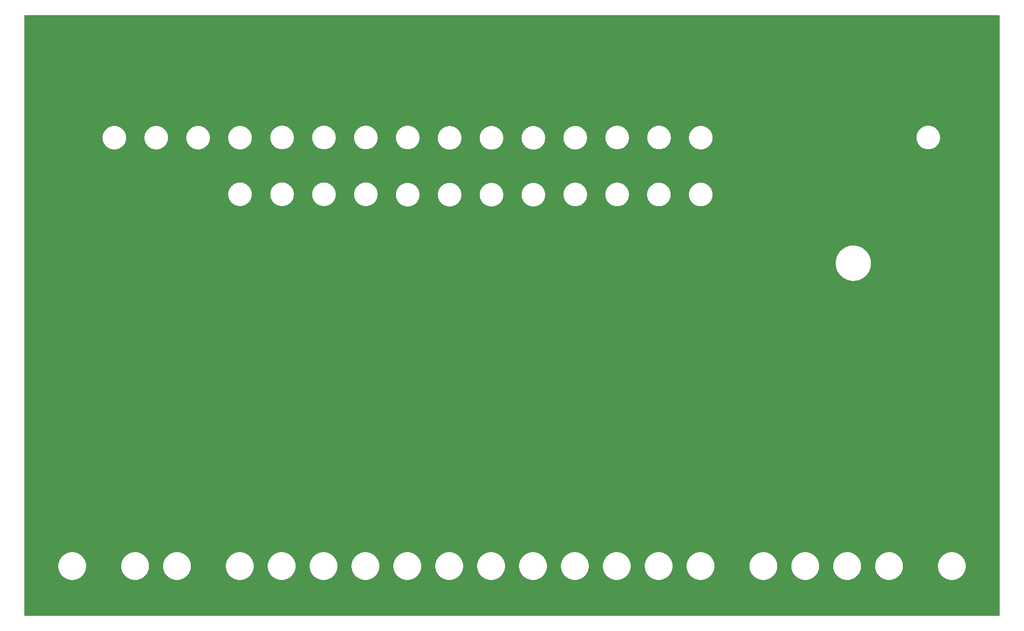
<source format=gbr>
%TF.GenerationSoftware,KiCad,Pcbnew,7.0.9*%
%TF.CreationDate,2023-12-04T17:55:50-06:00*%
%TF.ProjectId,sbc6120-rbc-front-dress-panel,73626336-3132-4302-9d72-62632d66726f,rev?*%
%TF.SameCoordinates,Original*%
%TF.FileFunction,Copper,L2,Bot*%
%TF.FilePolarity,Positive*%
%FSLAX46Y46*%
G04 Gerber Fmt 4.6, Leading zero omitted, Abs format (unit mm)*
G04 Created by KiCad (PCBNEW 7.0.9) date 2023-12-04 17:55:50*
%MOMM*%
%LPD*%
G01*
G04 APERTURE LIST*
G04 APERTURE END LIST*
%TA.AperFunction,NonConductor*%
G36*
X253307539Y-26690185D02*
G01*
X253353294Y-26742989D01*
X253364500Y-26794500D01*
X253364500Y-154180500D01*
X253344815Y-154247539D01*
X253292011Y-154293294D01*
X253240500Y-154304500D01*
X46479500Y-154304500D01*
X46412461Y-154284815D01*
X46366706Y-154232011D01*
X46355500Y-154180500D01*
X46355500Y-143700003D01*
X53559500Y-143700003D01*
X53567391Y-143835480D01*
X53567496Y-143839086D01*
X53567496Y-143871674D01*
X53571279Y-143904047D01*
X53571593Y-143907638D01*
X53579484Y-144043113D01*
X53579485Y-144043121D01*
X53603048Y-144176753D01*
X53603571Y-144180321D01*
X53607354Y-144212691D01*
X53607355Y-144212696D01*
X53614871Y-144244407D01*
X53615600Y-144247939D01*
X53639163Y-144381576D01*
X53639166Y-144381588D01*
X53678085Y-144511585D01*
X53679018Y-144515068D01*
X53683007Y-144531899D01*
X53686536Y-144546786D01*
X53686537Y-144546791D01*
X53686540Y-144546800D01*
X53697682Y-144577413D01*
X53698816Y-144580836D01*
X53737738Y-144710842D01*
X53791488Y-144835449D01*
X53792819Y-144838800D01*
X53803966Y-144869425D01*
X53803969Y-144869432D01*
X53818595Y-144898553D01*
X53820118Y-144901821D01*
X53873867Y-145026422D01*
X53873871Y-145026430D01*
X53941716Y-145143940D01*
X53943426Y-145147111D01*
X53958060Y-145176250D01*
X53975969Y-145203479D01*
X53977863Y-145206550D01*
X54045716Y-145324075D01*
X54126754Y-145432927D01*
X54128823Y-145435882D01*
X54146727Y-145463104D01*
X54146733Y-145463112D01*
X54161282Y-145480451D01*
X54167676Y-145488071D01*
X54169910Y-145490895D01*
X54250945Y-145599746D01*
X54250958Y-145599762D01*
X54344095Y-145698483D01*
X54346492Y-145701176D01*
X54367420Y-145726117D01*
X54367424Y-145726121D01*
X54367430Y-145726128D01*
X54391144Y-145748501D01*
X54393673Y-145751030D01*
X54486804Y-145849744D01*
X54486813Y-145849753D01*
X54590792Y-145937002D01*
X54593438Y-145939356D01*
X54617170Y-145961746D01*
X54617174Y-145961749D01*
X54617178Y-145961752D01*
X54643308Y-145981206D01*
X54646137Y-145983442D01*
X54699029Y-146027823D01*
X54750098Y-146070675D01*
X54863505Y-146145264D01*
X54866427Y-146147310D01*
X54892575Y-146166777D01*
X54920833Y-146183092D01*
X54923831Y-146184941D01*
X55037250Y-146259538D01*
X55158548Y-146320456D01*
X55161680Y-146322145D01*
X55189921Y-146338450D01*
X55208949Y-146346657D01*
X55219826Y-146351350D01*
X55223095Y-146352874D01*
X55344388Y-146413789D01*
X55471911Y-146460203D01*
X55475263Y-146461535D01*
X55489524Y-146467686D01*
X55505186Y-146474442D01*
X55536425Y-146483794D01*
X55539791Y-146484909D01*
X55667353Y-146531338D01*
X55799463Y-146562648D01*
X55802852Y-146563557D01*
X55828559Y-146571253D01*
X55834106Y-146572914D01*
X55837120Y-146573445D01*
X55866232Y-146578578D01*
X55869694Y-146579293D01*
X55932657Y-146594215D01*
X56001768Y-146610596D01*
X56001775Y-146610597D01*
X56001783Y-146610599D01*
X56111479Y-146623420D01*
X56136581Y-146626355D01*
X56140134Y-146626875D01*
X56172236Y-146632536D01*
X56204835Y-146634434D01*
X56208313Y-146634739D01*
X56343153Y-146650500D01*
X56343159Y-146650500D01*
X56478861Y-146650500D01*
X56482462Y-146650604D01*
X56500386Y-146651648D01*
X56514998Y-146652500D01*
X56515000Y-146652500D01*
X56515002Y-146652500D01*
X56529613Y-146651648D01*
X56547537Y-146650604D01*
X56551139Y-146650500D01*
X56686841Y-146650500D01*
X56686847Y-146650500D01*
X56821689Y-146634738D01*
X56825161Y-146634434D01*
X56857764Y-146632536D01*
X56889860Y-146626876D01*
X56893420Y-146626355D01*
X56928105Y-146622300D01*
X57028217Y-146610599D01*
X57028223Y-146610597D01*
X57028227Y-146610597D01*
X57053149Y-146604690D01*
X57160336Y-146579286D01*
X57163743Y-146578582D01*
X57195893Y-146572914D01*
X57227162Y-146563552D01*
X57230520Y-146562652D01*
X57362647Y-146531338D01*
X57490219Y-146484905D01*
X57493573Y-146483794D01*
X57524814Y-146474442D01*
X57554773Y-146461518D01*
X57558036Y-146460222D01*
X57685614Y-146413788D01*
X57806928Y-146352861D01*
X57810144Y-146351362D01*
X57840079Y-146338450D01*
X57868305Y-146322153D01*
X57871451Y-146320456D01*
X57992750Y-146259538D01*
X58106200Y-146184920D01*
X58109138Y-146183108D01*
X58137425Y-146166777D01*
X58163595Y-146147293D01*
X58166466Y-146145282D01*
X58279902Y-146070675D01*
X58383892Y-145983417D01*
X58386659Y-145981229D01*
X58412830Y-145961746D01*
X58436584Y-145939334D01*
X58439176Y-145937028D01*
X58543187Y-145849753D01*
X58636382Y-145750971D01*
X58638802Y-145748551D01*
X58662570Y-145726128D01*
X58683525Y-145701154D01*
X58685896Y-145698489D01*
X58779044Y-145599759D01*
X58860124Y-145490848D01*
X58862298Y-145488100D01*
X58883268Y-145463110D01*
X58901192Y-145435857D01*
X58903215Y-145432967D01*
X58984284Y-145324074D01*
X59052162Y-145206505D01*
X59054004Y-145203518D01*
X59071940Y-145176250D01*
X59086578Y-145147101D01*
X59088264Y-145143974D01*
X59156131Y-145026426D01*
X59209908Y-144901756D01*
X59211372Y-144898615D01*
X59226033Y-144869425D01*
X59237199Y-144838746D01*
X59238488Y-144835501D01*
X59292262Y-144710841D01*
X59331197Y-144580785D01*
X59332301Y-144577453D01*
X59343464Y-144546786D01*
X59350993Y-144515016D01*
X59351899Y-144511635D01*
X59390834Y-144381585D01*
X59414409Y-144247882D01*
X59415117Y-144244454D01*
X59422644Y-144212696D01*
X59426428Y-144180314D01*
X59426945Y-144176789D01*
X59450516Y-144043113D01*
X59458410Y-143907565D01*
X59458714Y-143904092D01*
X59462504Y-143871673D01*
X59463169Y-143825856D01*
X59470500Y-143700003D01*
X66894500Y-143700003D01*
X66902391Y-143835480D01*
X66902496Y-143839086D01*
X66902496Y-143871674D01*
X66906279Y-143904047D01*
X66906593Y-143907638D01*
X66914484Y-144043113D01*
X66914485Y-144043121D01*
X66938048Y-144176753D01*
X66938571Y-144180321D01*
X66942354Y-144212691D01*
X66942355Y-144212696D01*
X66949871Y-144244407D01*
X66950600Y-144247939D01*
X66974163Y-144381576D01*
X66974166Y-144381588D01*
X67013085Y-144511585D01*
X67014018Y-144515068D01*
X67018007Y-144531899D01*
X67021536Y-144546786D01*
X67021537Y-144546791D01*
X67021540Y-144546800D01*
X67032682Y-144577413D01*
X67033816Y-144580836D01*
X67072738Y-144710842D01*
X67126488Y-144835449D01*
X67127819Y-144838800D01*
X67138966Y-144869425D01*
X67138969Y-144869432D01*
X67153595Y-144898553D01*
X67155118Y-144901821D01*
X67208867Y-145026422D01*
X67208871Y-145026430D01*
X67276716Y-145143940D01*
X67278426Y-145147111D01*
X67293060Y-145176250D01*
X67310969Y-145203479D01*
X67312863Y-145206550D01*
X67380716Y-145324075D01*
X67461754Y-145432927D01*
X67463823Y-145435882D01*
X67481727Y-145463104D01*
X67481733Y-145463112D01*
X67496282Y-145480451D01*
X67502676Y-145488071D01*
X67504910Y-145490895D01*
X67585945Y-145599746D01*
X67585958Y-145599762D01*
X67679095Y-145698483D01*
X67681492Y-145701176D01*
X67702420Y-145726117D01*
X67702424Y-145726121D01*
X67702430Y-145726128D01*
X67726144Y-145748501D01*
X67728673Y-145751030D01*
X67821804Y-145849744D01*
X67821813Y-145849753D01*
X67925792Y-145937002D01*
X67928438Y-145939356D01*
X67952170Y-145961746D01*
X67952174Y-145961749D01*
X67952178Y-145961752D01*
X67978308Y-145981206D01*
X67981137Y-145983442D01*
X68034029Y-146027823D01*
X68085098Y-146070675D01*
X68198505Y-146145264D01*
X68201427Y-146147310D01*
X68227575Y-146166777D01*
X68255833Y-146183092D01*
X68258831Y-146184941D01*
X68372250Y-146259538D01*
X68493548Y-146320456D01*
X68496680Y-146322145D01*
X68524921Y-146338450D01*
X68543949Y-146346657D01*
X68554826Y-146351350D01*
X68558095Y-146352874D01*
X68679388Y-146413789D01*
X68806911Y-146460203D01*
X68810263Y-146461535D01*
X68824524Y-146467686D01*
X68840186Y-146474442D01*
X68871425Y-146483794D01*
X68874791Y-146484909D01*
X69002353Y-146531338D01*
X69134463Y-146562648D01*
X69137852Y-146563557D01*
X69163559Y-146571253D01*
X69169106Y-146572914D01*
X69172120Y-146573445D01*
X69201232Y-146578578D01*
X69204694Y-146579293D01*
X69267657Y-146594215D01*
X69336768Y-146610596D01*
X69336775Y-146610597D01*
X69336783Y-146610599D01*
X69446479Y-146623420D01*
X69471581Y-146626355D01*
X69475134Y-146626875D01*
X69507236Y-146632536D01*
X69539835Y-146634434D01*
X69543313Y-146634739D01*
X69678153Y-146650500D01*
X69678159Y-146650500D01*
X69813861Y-146650500D01*
X69817462Y-146650604D01*
X69835386Y-146651648D01*
X69849998Y-146652500D01*
X69850000Y-146652500D01*
X69850002Y-146652500D01*
X69864613Y-146651648D01*
X69882537Y-146650604D01*
X69886139Y-146650500D01*
X70021841Y-146650500D01*
X70021847Y-146650500D01*
X70156689Y-146634738D01*
X70160161Y-146634434D01*
X70192764Y-146632536D01*
X70224860Y-146626876D01*
X70228420Y-146626355D01*
X70263105Y-146622300D01*
X70363217Y-146610599D01*
X70363223Y-146610597D01*
X70363227Y-146610597D01*
X70388149Y-146604690D01*
X70495336Y-146579286D01*
X70498743Y-146578582D01*
X70530893Y-146572914D01*
X70562162Y-146563552D01*
X70565520Y-146562652D01*
X70697647Y-146531338D01*
X70825219Y-146484905D01*
X70828573Y-146483794D01*
X70859814Y-146474442D01*
X70889773Y-146461518D01*
X70893036Y-146460222D01*
X71020614Y-146413788D01*
X71141928Y-146352861D01*
X71145144Y-146351362D01*
X71175079Y-146338450D01*
X71203305Y-146322153D01*
X71206451Y-146320456D01*
X71327750Y-146259538D01*
X71441200Y-146184920D01*
X71444138Y-146183108D01*
X71472425Y-146166777D01*
X71498595Y-146147293D01*
X71501466Y-146145282D01*
X71614902Y-146070675D01*
X71718892Y-145983417D01*
X71721659Y-145981229D01*
X71747830Y-145961746D01*
X71771584Y-145939334D01*
X71774176Y-145937028D01*
X71878187Y-145849753D01*
X71971382Y-145750971D01*
X71973802Y-145748551D01*
X71997570Y-145726128D01*
X72018525Y-145701154D01*
X72020896Y-145698489D01*
X72114044Y-145599759D01*
X72195124Y-145490848D01*
X72197298Y-145488100D01*
X72218268Y-145463110D01*
X72236192Y-145435857D01*
X72238215Y-145432967D01*
X72319284Y-145324074D01*
X72387162Y-145206505D01*
X72389004Y-145203518D01*
X72406940Y-145176250D01*
X72421578Y-145147101D01*
X72423264Y-145143974D01*
X72491131Y-145026426D01*
X72544908Y-144901756D01*
X72546372Y-144898615D01*
X72561033Y-144869425D01*
X72572199Y-144838746D01*
X72573488Y-144835501D01*
X72627262Y-144710841D01*
X72666197Y-144580785D01*
X72667301Y-144577453D01*
X72678464Y-144546786D01*
X72685993Y-144515016D01*
X72686899Y-144511635D01*
X72725834Y-144381585D01*
X72749409Y-144247882D01*
X72750117Y-144244454D01*
X72757644Y-144212696D01*
X72761428Y-144180314D01*
X72761945Y-144176789D01*
X72785516Y-144043113D01*
X72793410Y-143907565D01*
X72793714Y-143904092D01*
X72797504Y-143871673D01*
X72798169Y-143825856D01*
X72805500Y-143700003D01*
X75784500Y-143700003D01*
X75792391Y-143835480D01*
X75792496Y-143839086D01*
X75792496Y-143871674D01*
X75796279Y-143904047D01*
X75796593Y-143907638D01*
X75804484Y-144043113D01*
X75804485Y-144043121D01*
X75828048Y-144176753D01*
X75828571Y-144180321D01*
X75832354Y-144212691D01*
X75832355Y-144212696D01*
X75839871Y-144244407D01*
X75840600Y-144247939D01*
X75864163Y-144381576D01*
X75864166Y-144381588D01*
X75903085Y-144511585D01*
X75904018Y-144515068D01*
X75908007Y-144531899D01*
X75911536Y-144546786D01*
X75911537Y-144546791D01*
X75911540Y-144546800D01*
X75922682Y-144577413D01*
X75923816Y-144580836D01*
X75962738Y-144710842D01*
X76016488Y-144835449D01*
X76017819Y-144838800D01*
X76028966Y-144869425D01*
X76028969Y-144869432D01*
X76043595Y-144898553D01*
X76045118Y-144901821D01*
X76098867Y-145026422D01*
X76098871Y-145026430D01*
X76166716Y-145143940D01*
X76168426Y-145147111D01*
X76183060Y-145176250D01*
X76200969Y-145203479D01*
X76202863Y-145206550D01*
X76270716Y-145324075D01*
X76351754Y-145432927D01*
X76353823Y-145435882D01*
X76371727Y-145463104D01*
X76371733Y-145463112D01*
X76386282Y-145480451D01*
X76392676Y-145488071D01*
X76394910Y-145490895D01*
X76475945Y-145599746D01*
X76475958Y-145599762D01*
X76569095Y-145698483D01*
X76571492Y-145701176D01*
X76592420Y-145726117D01*
X76592424Y-145726121D01*
X76592430Y-145726128D01*
X76616144Y-145748501D01*
X76618673Y-145751030D01*
X76711804Y-145849744D01*
X76711813Y-145849753D01*
X76815792Y-145937002D01*
X76818438Y-145939356D01*
X76842170Y-145961746D01*
X76842174Y-145961749D01*
X76842178Y-145961752D01*
X76868308Y-145981206D01*
X76871137Y-145983442D01*
X76924029Y-146027823D01*
X76975098Y-146070675D01*
X77088505Y-146145264D01*
X77091427Y-146147310D01*
X77117575Y-146166777D01*
X77145833Y-146183092D01*
X77148831Y-146184941D01*
X77262250Y-146259538D01*
X77383548Y-146320456D01*
X77386680Y-146322145D01*
X77414921Y-146338450D01*
X77433949Y-146346657D01*
X77444826Y-146351350D01*
X77448095Y-146352874D01*
X77569388Y-146413789D01*
X77696911Y-146460203D01*
X77700263Y-146461535D01*
X77714524Y-146467686D01*
X77730186Y-146474442D01*
X77761425Y-146483794D01*
X77764791Y-146484909D01*
X77892353Y-146531338D01*
X78024463Y-146562648D01*
X78027852Y-146563557D01*
X78053559Y-146571253D01*
X78059106Y-146572914D01*
X78062120Y-146573445D01*
X78091232Y-146578578D01*
X78094694Y-146579293D01*
X78157657Y-146594215D01*
X78226768Y-146610596D01*
X78226775Y-146610597D01*
X78226783Y-146610599D01*
X78336479Y-146623420D01*
X78361581Y-146626355D01*
X78365134Y-146626875D01*
X78397236Y-146632536D01*
X78429835Y-146634434D01*
X78433313Y-146634739D01*
X78568153Y-146650500D01*
X78568159Y-146650500D01*
X78703861Y-146650500D01*
X78707462Y-146650604D01*
X78725386Y-146651648D01*
X78739998Y-146652500D01*
X78740000Y-146652500D01*
X78740002Y-146652500D01*
X78754613Y-146651648D01*
X78772537Y-146650604D01*
X78776139Y-146650500D01*
X78911841Y-146650500D01*
X78911847Y-146650500D01*
X79046689Y-146634738D01*
X79050161Y-146634434D01*
X79082764Y-146632536D01*
X79114860Y-146626876D01*
X79118420Y-146626355D01*
X79153105Y-146622300D01*
X79253217Y-146610599D01*
X79253223Y-146610597D01*
X79253227Y-146610597D01*
X79278149Y-146604690D01*
X79385336Y-146579286D01*
X79388743Y-146578582D01*
X79420893Y-146572914D01*
X79452162Y-146563552D01*
X79455520Y-146562652D01*
X79587647Y-146531338D01*
X79715219Y-146484905D01*
X79718573Y-146483794D01*
X79749814Y-146474442D01*
X79779773Y-146461518D01*
X79783036Y-146460222D01*
X79910614Y-146413788D01*
X80031928Y-146352861D01*
X80035144Y-146351362D01*
X80065079Y-146338450D01*
X80093305Y-146322153D01*
X80096451Y-146320456D01*
X80217750Y-146259538D01*
X80331200Y-146184920D01*
X80334138Y-146183108D01*
X80362425Y-146166777D01*
X80388595Y-146147293D01*
X80391466Y-146145282D01*
X80504902Y-146070675D01*
X80608892Y-145983417D01*
X80611659Y-145981229D01*
X80637830Y-145961746D01*
X80661584Y-145939334D01*
X80664176Y-145937028D01*
X80768187Y-145849753D01*
X80861382Y-145750971D01*
X80863802Y-145748551D01*
X80887570Y-145726128D01*
X80908525Y-145701154D01*
X80910896Y-145698489D01*
X81004044Y-145599759D01*
X81085124Y-145490848D01*
X81087298Y-145488100D01*
X81108268Y-145463110D01*
X81126192Y-145435857D01*
X81128215Y-145432967D01*
X81209284Y-145324074D01*
X81277162Y-145206505D01*
X81279004Y-145203518D01*
X81296940Y-145176250D01*
X81311578Y-145147101D01*
X81313264Y-145143974D01*
X81381131Y-145026426D01*
X81434908Y-144901756D01*
X81436372Y-144898615D01*
X81451033Y-144869425D01*
X81462199Y-144838746D01*
X81463488Y-144835501D01*
X81517262Y-144710841D01*
X81556197Y-144580785D01*
X81557301Y-144577453D01*
X81568464Y-144546786D01*
X81575993Y-144515016D01*
X81576899Y-144511635D01*
X81615834Y-144381585D01*
X81639409Y-144247882D01*
X81640117Y-144244454D01*
X81647644Y-144212696D01*
X81651428Y-144180314D01*
X81651945Y-144176789D01*
X81675516Y-144043113D01*
X81683410Y-143907565D01*
X81683714Y-143904092D01*
X81687504Y-143871673D01*
X81688169Y-143825856D01*
X81695500Y-143700003D01*
X89119500Y-143700003D01*
X89127391Y-143835480D01*
X89127496Y-143839086D01*
X89127496Y-143871674D01*
X89131279Y-143904047D01*
X89131593Y-143907638D01*
X89139484Y-144043113D01*
X89139485Y-144043121D01*
X89163048Y-144176753D01*
X89163571Y-144180321D01*
X89167354Y-144212691D01*
X89167355Y-144212696D01*
X89174871Y-144244407D01*
X89175600Y-144247939D01*
X89199163Y-144381576D01*
X89199166Y-144381588D01*
X89238085Y-144511585D01*
X89239018Y-144515068D01*
X89243007Y-144531899D01*
X89246536Y-144546786D01*
X89246537Y-144546791D01*
X89246540Y-144546800D01*
X89257682Y-144577413D01*
X89258816Y-144580836D01*
X89297738Y-144710842D01*
X89351488Y-144835449D01*
X89352819Y-144838800D01*
X89363966Y-144869425D01*
X89363969Y-144869432D01*
X89378595Y-144898553D01*
X89380118Y-144901821D01*
X89433867Y-145026422D01*
X89433871Y-145026430D01*
X89501716Y-145143940D01*
X89503426Y-145147111D01*
X89518060Y-145176250D01*
X89535969Y-145203479D01*
X89537863Y-145206550D01*
X89605716Y-145324075D01*
X89686754Y-145432927D01*
X89688823Y-145435882D01*
X89706727Y-145463104D01*
X89706733Y-145463112D01*
X89721282Y-145480451D01*
X89727676Y-145488071D01*
X89729910Y-145490895D01*
X89810945Y-145599746D01*
X89810958Y-145599762D01*
X89904095Y-145698483D01*
X89906492Y-145701176D01*
X89927420Y-145726117D01*
X89927424Y-145726121D01*
X89927430Y-145726128D01*
X89951144Y-145748501D01*
X89953673Y-145751030D01*
X90046804Y-145849744D01*
X90046813Y-145849753D01*
X90150792Y-145937002D01*
X90153438Y-145939356D01*
X90177170Y-145961746D01*
X90177174Y-145961749D01*
X90177178Y-145961752D01*
X90203308Y-145981206D01*
X90206137Y-145983442D01*
X90259029Y-146027823D01*
X90310098Y-146070675D01*
X90423505Y-146145264D01*
X90426427Y-146147310D01*
X90452575Y-146166777D01*
X90480833Y-146183092D01*
X90483831Y-146184941D01*
X90597250Y-146259538D01*
X90718548Y-146320456D01*
X90721680Y-146322145D01*
X90749921Y-146338450D01*
X90768949Y-146346657D01*
X90779826Y-146351350D01*
X90783095Y-146352874D01*
X90904388Y-146413789D01*
X91031911Y-146460203D01*
X91035263Y-146461535D01*
X91049524Y-146467686D01*
X91065186Y-146474442D01*
X91096425Y-146483794D01*
X91099791Y-146484909D01*
X91227353Y-146531338D01*
X91359463Y-146562648D01*
X91362852Y-146563557D01*
X91388559Y-146571253D01*
X91394106Y-146572914D01*
X91397120Y-146573445D01*
X91426232Y-146578578D01*
X91429694Y-146579293D01*
X91492657Y-146594215D01*
X91561768Y-146610596D01*
X91561775Y-146610597D01*
X91561783Y-146610599D01*
X91671479Y-146623420D01*
X91696581Y-146626355D01*
X91700134Y-146626875D01*
X91732236Y-146632536D01*
X91764835Y-146634434D01*
X91768313Y-146634739D01*
X91903153Y-146650500D01*
X91903159Y-146650500D01*
X92038861Y-146650500D01*
X92042462Y-146650604D01*
X92060386Y-146651648D01*
X92074998Y-146652500D01*
X92075000Y-146652500D01*
X92075002Y-146652500D01*
X92089613Y-146651648D01*
X92107537Y-146650604D01*
X92111139Y-146650500D01*
X92246841Y-146650500D01*
X92246847Y-146650500D01*
X92381689Y-146634738D01*
X92385161Y-146634434D01*
X92417764Y-146632536D01*
X92449860Y-146626876D01*
X92453420Y-146626355D01*
X92488105Y-146622300D01*
X92588217Y-146610599D01*
X92588223Y-146610597D01*
X92588227Y-146610597D01*
X92613149Y-146604690D01*
X92720336Y-146579286D01*
X92723743Y-146578582D01*
X92755893Y-146572914D01*
X92787162Y-146563552D01*
X92790520Y-146562652D01*
X92922647Y-146531338D01*
X93050219Y-146484905D01*
X93053573Y-146483794D01*
X93084814Y-146474442D01*
X93114773Y-146461518D01*
X93118036Y-146460222D01*
X93245614Y-146413788D01*
X93366928Y-146352861D01*
X93370144Y-146351362D01*
X93400079Y-146338450D01*
X93428305Y-146322153D01*
X93431451Y-146320456D01*
X93552750Y-146259538D01*
X93666200Y-146184920D01*
X93669138Y-146183108D01*
X93697425Y-146166777D01*
X93723595Y-146147293D01*
X93726466Y-146145282D01*
X93839902Y-146070675D01*
X93943892Y-145983417D01*
X93946659Y-145981229D01*
X93972830Y-145961746D01*
X93996584Y-145939334D01*
X93999176Y-145937028D01*
X94103187Y-145849753D01*
X94196382Y-145750971D01*
X94198802Y-145748551D01*
X94222570Y-145726128D01*
X94243525Y-145701154D01*
X94245896Y-145698489D01*
X94339044Y-145599759D01*
X94420124Y-145490848D01*
X94422298Y-145488100D01*
X94443268Y-145463110D01*
X94461192Y-145435857D01*
X94463215Y-145432967D01*
X94544284Y-145324074D01*
X94612162Y-145206505D01*
X94614004Y-145203518D01*
X94631940Y-145176250D01*
X94646578Y-145147101D01*
X94648264Y-145143974D01*
X94716131Y-145026426D01*
X94769908Y-144901756D01*
X94771372Y-144898615D01*
X94786033Y-144869425D01*
X94797199Y-144838746D01*
X94798488Y-144835501D01*
X94852262Y-144710841D01*
X94891197Y-144580785D01*
X94892301Y-144577453D01*
X94903464Y-144546786D01*
X94910993Y-144515016D01*
X94911899Y-144511635D01*
X94950834Y-144381585D01*
X94974409Y-144247882D01*
X94975117Y-144244454D01*
X94982644Y-144212696D01*
X94986428Y-144180314D01*
X94986945Y-144176789D01*
X95010516Y-144043113D01*
X95018410Y-143907565D01*
X95018714Y-143904092D01*
X95022504Y-143871673D01*
X95023169Y-143825856D01*
X95030500Y-143700003D01*
X98009500Y-143700003D01*
X98017391Y-143835480D01*
X98017496Y-143839086D01*
X98017496Y-143871674D01*
X98021279Y-143904047D01*
X98021593Y-143907638D01*
X98029484Y-144043113D01*
X98029485Y-144043121D01*
X98053048Y-144176753D01*
X98053571Y-144180321D01*
X98057354Y-144212691D01*
X98057355Y-144212696D01*
X98064871Y-144244407D01*
X98065600Y-144247939D01*
X98089163Y-144381576D01*
X98089166Y-144381588D01*
X98128085Y-144511585D01*
X98129018Y-144515068D01*
X98133007Y-144531899D01*
X98136536Y-144546786D01*
X98136537Y-144546791D01*
X98136540Y-144546800D01*
X98147682Y-144577413D01*
X98148816Y-144580836D01*
X98187738Y-144710842D01*
X98241488Y-144835449D01*
X98242819Y-144838800D01*
X98253966Y-144869425D01*
X98253969Y-144869432D01*
X98268595Y-144898553D01*
X98270118Y-144901821D01*
X98323867Y-145026422D01*
X98323871Y-145026430D01*
X98391716Y-145143940D01*
X98393426Y-145147111D01*
X98408060Y-145176250D01*
X98425969Y-145203479D01*
X98427863Y-145206550D01*
X98495716Y-145324075D01*
X98576754Y-145432927D01*
X98578823Y-145435882D01*
X98596727Y-145463104D01*
X98596733Y-145463112D01*
X98611282Y-145480451D01*
X98617676Y-145488071D01*
X98619910Y-145490895D01*
X98700945Y-145599746D01*
X98700958Y-145599762D01*
X98794095Y-145698483D01*
X98796492Y-145701176D01*
X98817420Y-145726117D01*
X98817424Y-145726121D01*
X98817430Y-145726128D01*
X98841144Y-145748501D01*
X98843673Y-145751030D01*
X98936804Y-145849744D01*
X98936813Y-145849753D01*
X99040792Y-145937002D01*
X99043438Y-145939356D01*
X99067170Y-145961746D01*
X99067174Y-145961749D01*
X99067178Y-145961752D01*
X99093308Y-145981206D01*
X99096137Y-145983442D01*
X99149029Y-146027823D01*
X99200098Y-146070675D01*
X99313505Y-146145264D01*
X99316427Y-146147310D01*
X99342575Y-146166777D01*
X99370833Y-146183092D01*
X99373831Y-146184941D01*
X99487250Y-146259538D01*
X99608548Y-146320456D01*
X99611680Y-146322145D01*
X99639921Y-146338450D01*
X99658949Y-146346657D01*
X99669826Y-146351350D01*
X99673095Y-146352874D01*
X99794388Y-146413789D01*
X99921911Y-146460203D01*
X99925263Y-146461535D01*
X99939524Y-146467686D01*
X99955186Y-146474442D01*
X99986425Y-146483794D01*
X99989791Y-146484909D01*
X100117353Y-146531338D01*
X100249463Y-146562648D01*
X100252852Y-146563557D01*
X100278559Y-146571253D01*
X100284106Y-146572914D01*
X100287120Y-146573445D01*
X100316232Y-146578578D01*
X100319694Y-146579293D01*
X100382657Y-146594215D01*
X100451768Y-146610596D01*
X100451775Y-146610597D01*
X100451783Y-146610599D01*
X100561479Y-146623420D01*
X100586581Y-146626355D01*
X100590134Y-146626875D01*
X100622236Y-146632536D01*
X100654835Y-146634434D01*
X100658313Y-146634739D01*
X100793153Y-146650500D01*
X100793159Y-146650500D01*
X100928861Y-146650500D01*
X100932462Y-146650604D01*
X100950386Y-146651648D01*
X100964998Y-146652500D01*
X100965000Y-146652500D01*
X100965002Y-146652500D01*
X100979613Y-146651648D01*
X100997537Y-146650604D01*
X101001139Y-146650500D01*
X101136841Y-146650500D01*
X101136847Y-146650500D01*
X101271689Y-146634738D01*
X101275161Y-146634434D01*
X101307764Y-146632536D01*
X101339860Y-146626876D01*
X101343420Y-146626355D01*
X101378105Y-146622300D01*
X101478217Y-146610599D01*
X101478223Y-146610597D01*
X101478227Y-146610597D01*
X101503149Y-146604690D01*
X101610336Y-146579286D01*
X101613743Y-146578582D01*
X101645893Y-146572914D01*
X101677162Y-146563552D01*
X101680520Y-146562652D01*
X101812647Y-146531338D01*
X101940219Y-146484905D01*
X101943573Y-146483794D01*
X101974814Y-146474442D01*
X102004773Y-146461518D01*
X102008036Y-146460222D01*
X102135614Y-146413788D01*
X102256928Y-146352861D01*
X102260144Y-146351362D01*
X102290079Y-146338450D01*
X102318305Y-146322153D01*
X102321451Y-146320456D01*
X102442750Y-146259538D01*
X102556200Y-146184920D01*
X102559138Y-146183108D01*
X102587425Y-146166777D01*
X102613595Y-146147293D01*
X102616466Y-146145282D01*
X102729902Y-146070675D01*
X102833892Y-145983417D01*
X102836659Y-145981229D01*
X102862830Y-145961746D01*
X102886584Y-145939334D01*
X102889176Y-145937028D01*
X102993187Y-145849753D01*
X103086382Y-145750971D01*
X103088802Y-145748551D01*
X103112570Y-145726128D01*
X103133525Y-145701154D01*
X103135896Y-145698489D01*
X103229044Y-145599759D01*
X103310124Y-145490848D01*
X103312298Y-145488100D01*
X103333268Y-145463110D01*
X103351192Y-145435857D01*
X103353215Y-145432967D01*
X103434284Y-145324074D01*
X103502162Y-145206505D01*
X103504004Y-145203518D01*
X103521940Y-145176250D01*
X103536578Y-145147101D01*
X103538264Y-145143974D01*
X103606131Y-145026426D01*
X103659908Y-144901756D01*
X103661372Y-144898615D01*
X103676033Y-144869425D01*
X103687199Y-144838746D01*
X103688488Y-144835501D01*
X103742262Y-144710841D01*
X103781197Y-144580785D01*
X103782301Y-144577453D01*
X103793464Y-144546786D01*
X103800993Y-144515016D01*
X103801899Y-144511635D01*
X103840834Y-144381585D01*
X103864409Y-144247882D01*
X103865117Y-144244454D01*
X103872644Y-144212696D01*
X103876428Y-144180314D01*
X103876945Y-144176789D01*
X103900516Y-144043113D01*
X103908410Y-143907565D01*
X103908714Y-143904092D01*
X103912504Y-143871673D01*
X103913169Y-143825856D01*
X103920500Y-143700003D01*
X106899500Y-143700003D01*
X106907391Y-143835480D01*
X106907496Y-143839086D01*
X106907496Y-143871674D01*
X106911279Y-143904047D01*
X106911593Y-143907638D01*
X106919484Y-144043113D01*
X106919485Y-144043121D01*
X106943048Y-144176753D01*
X106943571Y-144180321D01*
X106947354Y-144212691D01*
X106947355Y-144212696D01*
X106954871Y-144244407D01*
X106955600Y-144247939D01*
X106979163Y-144381576D01*
X106979166Y-144381588D01*
X107018085Y-144511585D01*
X107019018Y-144515068D01*
X107023007Y-144531899D01*
X107026536Y-144546786D01*
X107026537Y-144546791D01*
X107026540Y-144546800D01*
X107037682Y-144577413D01*
X107038816Y-144580836D01*
X107077738Y-144710842D01*
X107131488Y-144835449D01*
X107132819Y-144838800D01*
X107143966Y-144869425D01*
X107143969Y-144869432D01*
X107158595Y-144898553D01*
X107160118Y-144901821D01*
X107213867Y-145026422D01*
X107213871Y-145026430D01*
X107281716Y-145143940D01*
X107283426Y-145147111D01*
X107298060Y-145176250D01*
X107315969Y-145203479D01*
X107317863Y-145206550D01*
X107385716Y-145324075D01*
X107466754Y-145432927D01*
X107468823Y-145435882D01*
X107486727Y-145463104D01*
X107486733Y-145463112D01*
X107501282Y-145480451D01*
X107507676Y-145488071D01*
X107509910Y-145490895D01*
X107590945Y-145599746D01*
X107590958Y-145599762D01*
X107684095Y-145698483D01*
X107686492Y-145701176D01*
X107707420Y-145726117D01*
X107707424Y-145726121D01*
X107707430Y-145726128D01*
X107731144Y-145748501D01*
X107733673Y-145751030D01*
X107826804Y-145849744D01*
X107826813Y-145849753D01*
X107930792Y-145937002D01*
X107933438Y-145939356D01*
X107957170Y-145961746D01*
X107957174Y-145961749D01*
X107957178Y-145961752D01*
X107983308Y-145981206D01*
X107986137Y-145983442D01*
X108039029Y-146027823D01*
X108090098Y-146070675D01*
X108203505Y-146145264D01*
X108206427Y-146147310D01*
X108232575Y-146166777D01*
X108260833Y-146183092D01*
X108263831Y-146184941D01*
X108377250Y-146259538D01*
X108498548Y-146320456D01*
X108501680Y-146322145D01*
X108529921Y-146338450D01*
X108548949Y-146346657D01*
X108559826Y-146351350D01*
X108563095Y-146352874D01*
X108684388Y-146413789D01*
X108811911Y-146460203D01*
X108815263Y-146461535D01*
X108829524Y-146467686D01*
X108845186Y-146474442D01*
X108876425Y-146483794D01*
X108879791Y-146484909D01*
X109007353Y-146531338D01*
X109139463Y-146562648D01*
X109142852Y-146563557D01*
X109168559Y-146571253D01*
X109174106Y-146572914D01*
X109177120Y-146573445D01*
X109206232Y-146578578D01*
X109209694Y-146579293D01*
X109272657Y-146594215D01*
X109341768Y-146610596D01*
X109341775Y-146610597D01*
X109341783Y-146610599D01*
X109451479Y-146623420D01*
X109476581Y-146626355D01*
X109480134Y-146626875D01*
X109512236Y-146632536D01*
X109544835Y-146634434D01*
X109548313Y-146634739D01*
X109683153Y-146650500D01*
X109683159Y-146650500D01*
X109818861Y-146650500D01*
X109822462Y-146650604D01*
X109840386Y-146651648D01*
X109854998Y-146652500D01*
X109855000Y-146652500D01*
X109855002Y-146652500D01*
X109869613Y-146651648D01*
X109887537Y-146650604D01*
X109891139Y-146650500D01*
X110026841Y-146650500D01*
X110026847Y-146650500D01*
X110161689Y-146634738D01*
X110165161Y-146634434D01*
X110197764Y-146632536D01*
X110229860Y-146626876D01*
X110233420Y-146626355D01*
X110268105Y-146622300D01*
X110368217Y-146610599D01*
X110368223Y-146610597D01*
X110368227Y-146610597D01*
X110393149Y-146604690D01*
X110500336Y-146579286D01*
X110503743Y-146578582D01*
X110535893Y-146572914D01*
X110567162Y-146563552D01*
X110570520Y-146562652D01*
X110702647Y-146531338D01*
X110830219Y-146484905D01*
X110833573Y-146483794D01*
X110864814Y-146474442D01*
X110894773Y-146461518D01*
X110898036Y-146460222D01*
X111025614Y-146413788D01*
X111146928Y-146352861D01*
X111150144Y-146351362D01*
X111180079Y-146338450D01*
X111208305Y-146322153D01*
X111211451Y-146320456D01*
X111332750Y-146259538D01*
X111446200Y-146184920D01*
X111449138Y-146183108D01*
X111477425Y-146166777D01*
X111503595Y-146147293D01*
X111506466Y-146145282D01*
X111619902Y-146070675D01*
X111723892Y-145983417D01*
X111726659Y-145981229D01*
X111752830Y-145961746D01*
X111776584Y-145939334D01*
X111779176Y-145937028D01*
X111883187Y-145849753D01*
X111976382Y-145750971D01*
X111978802Y-145748551D01*
X112002570Y-145726128D01*
X112023525Y-145701154D01*
X112025896Y-145698489D01*
X112119044Y-145599759D01*
X112200124Y-145490848D01*
X112202298Y-145488100D01*
X112223268Y-145463110D01*
X112241192Y-145435857D01*
X112243215Y-145432967D01*
X112324284Y-145324074D01*
X112392162Y-145206505D01*
X112394004Y-145203518D01*
X112411940Y-145176250D01*
X112426578Y-145147101D01*
X112428264Y-145143974D01*
X112496131Y-145026426D01*
X112549908Y-144901756D01*
X112551372Y-144898615D01*
X112566033Y-144869425D01*
X112577199Y-144838746D01*
X112578488Y-144835501D01*
X112632262Y-144710841D01*
X112671197Y-144580785D01*
X112672301Y-144577453D01*
X112683464Y-144546786D01*
X112690993Y-144515016D01*
X112691899Y-144511635D01*
X112730834Y-144381585D01*
X112754409Y-144247882D01*
X112755117Y-144244454D01*
X112762644Y-144212696D01*
X112766428Y-144180314D01*
X112766945Y-144176789D01*
X112790516Y-144043113D01*
X112798410Y-143907565D01*
X112798714Y-143904092D01*
X112802504Y-143871673D01*
X112803169Y-143825856D01*
X112810500Y-143700003D01*
X115789500Y-143700003D01*
X115797391Y-143835480D01*
X115797496Y-143839086D01*
X115797496Y-143871674D01*
X115801279Y-143904047D01*
X115801593Y-143907638D01*
X115809484Y-144043113D01*
X115809485Y-144043121D01*
X115833048Y-144176753D01*
X115833571Y-144180321D01*
X115837354Y-144212691D01*
X115837355Y-144212696D01*
X115844871Y-144244407D01*
X115845600Y-144247939D01*
X115869163Y-144381576D01*
X115869166Y-144381588D01*
X115908085Y-144511585D01*
X115909018Y-144515068D01*
X115913007Y-144531899D01*
X115916536Y-144546786D01*
X115916537Y-144546791D01*
X115916540Y-144546800D01*
X115927682Y-144577413D01*
X115928816Y-144580836D01*
X115967738Y-144710842D01*
X116021488Y-144835449D01*
X116022819Y-144838800D01*
X116033966Y-144869425D01*
X116033969Y-144869432D01*
X116048595Y-144898553D01*
X116050118Y-144901821D01*
X116103867Y-145026422D01*
X116103871Y-145026430D01*
X116171716Y-145143940D01*
X116173426Y-145147111D01*
X116188060Y-145176250D01*
X116205969Y-145203479D01*
X116207863Y-145206550D01*
X116275716Y-145324075D01*
X116356754Y-145432927D01*
X116358823Y-145435882D01*
X116376727Y-145463104D01*
X116376733Y-145463112D01*
X116391282Y-145480451D01*
X116397676Y-145488071D01*
X116399910Y-145490895D01*
X116480945Y-145599746D01*
X116480958Y-145599762D01*
X116574095Y-145698483D01*
X116576492Y-145701176D01*
X116597420Y-145726117D01*
X116597424Y-145726121D01*
X116597430Y-145726128D01*
X116621144Y-145748501D01*
X116623673Y-145751030D01*
X116716804Y-145849744D01*
X116716813Y-145849753D01*
X116820792Y-145937002D01*
X116823438Y-145939356D01*
X116847170Y-145961746D01*
X116847174Y-145961749D01*
X116847178Y-145961752D01*
X116873308Y-145981206D01*
X116876137Y-145983442D01*
X116929029Y-146027823D01*
X116980098Y-146070675D01*
X117093505Y-146145264D01*
X117096427Y-146147310D01*
X117122575Y-146166777D01*
X117150833Y-146183092D01*
X117153831Y-146184941D01*
X117267250Y-146259538D01*
X117388548Y-146320456D01*
X117391680Y-146322145D01*
X117419921Y-146338450D01*
X117438949Y-146346657D01*
X117449826Y-146351350D01*
X117453095Y-146352874D01*
X117574388Y-146413789D01*
X117701911Y-146460203D01*
X117705263Y-146461535D01*
X117719524Y-146467686D01*
X117735186Y-146474442D01*
X117766425Y-146483794D01*
X117769791Y-146484909D01*
X117897353Y-146531338D01*
X118029463Y-146562648D01*
X118032852Y-146563557D01*
X118058559Y-146571253D01*
X118064106Y-146572914D01*
X118067120Y-146573445D01*
X118096232Y-146578578D01*
X118099694Y-146579293D01*
X118162657Y-146594215D01*
X118231768Y-146610596D01*
X118231775Y-146610597D01*
X118231783Y-146610599D01*
X118341479Y-146623420D01*
X118366581Y-146626355D01*
X118370134Y-146626875D01*
X118402236Y-146632536D01*
X118434835Y-146634434D01*
X118438313Y-146634739D01*
X118573153Y-146650500D01*
X118573159Y-146650500D01*
X118708861Y-146650500D01*
X118712462Y-146650604D01*
X118730386Y-146651648D01*
X118744998Y-146652500D01*
X118745000Y-146652500D01*
X118745002Y-146652500D01*
X118759613Y-146651648D01*
X118777537Y-146650604D01*
X118781139Y-146650500D01*
X118916841Y-146650500D01*
X118916847Y-146650500D01*
X119051689Y-146634738D01*
X119055161Y-146634434D01*
X119087764Y-146632536D01*
X119119860Y-146626876D01*
X119123420Y-146626355D01*
X119158105Y-146622300D01*
X119258217Y-146610599D01*
X119258223Y-146610597D01*
X119258227Y-146610597D01*
X119283149Y-146604690D01*
X119390336Y-146579286D01*
X119393743Y-146578582D01*
X119425893Y-146572914D01*
X119457162Y-146563552D01*
X119460520Y-146562652D01*
X119592647Y-146531338D01*
X119720219Y-146484905D01*
X119723573Y-146483794D01*
X119754814Y-146474442D01*
X119784773Y-146461518D01*
X119788036Y-146460222D01*
X119915614Y-146413788D01*
X120036928Y-146352861D01*
X120040144Y-146351362D01*
X120070079Y-146338450D01*
X120098305Y-146322153D01*
X120101451Y-146320456D01*
X120222750Y-146259538D01*
X120336200Y-146184920D01*
X120339138Y-146183108D01*
X120367425Y-146166777D01*
X120393595Y-146147293D01*
X120396466Y-146145282D01*
X120509902Y-146070675D01*
X120613892Y-145983417D01*
X120616659Y-145981229D01*
X120642830Y-145961746D01*
X120666584Y-145939334D01*
X120669176Y-145937028D01*
X120773187Y-145849753D01*
X120866382Y-145750971D01*
X120868802Y-145748551D01*
X120892570Y-145726128D01*
X120913525Y-145701154D01*
X120915896Y-145698489D01*
X121009044Y-145599759D01*
X121090124Y-145490848D01*
X121092298Y-145488100D01*
X121113268Y-145463110D01*
X121131192Y-145435857D01*
X121133215Y-145432967D01*
X121214284Y-145324074D01*
X121282162Y-145206505D01*
X121284004Y-145203518D01*
X121301940Y-145176250D01*
X121316578Y-145147101D01*
X121318264Y-145143974D01*
X121386131Y-145026426D01*
X121439908Y-144901756D01*
X121441372Y-144898615D01*
X121456033Y-144869425D01*
X121467199Y-144838746D01*
X121468488Y-144835501D01*
X121522262Y-144710841D01*
X121561197Y-144580785D01*
X121562301Y-144577453D01*
X121573464Y-144546786D01*
X121580993Y-144515016D01*
X121581899Y-144511635D01*
X121620834Y-144381585D01*
X121644409Y-144247882D01*
X121645117Y-144244454D01*
X121652644Y-144212696D01*
X121656428Y-144180314D01*
X121656945Y-144176789D01*
X121680516Y-144043113D01*
X121688410Y-143907565D01*
X121688714Y-143904092D01*
X121692504Y-143871673D01*
X121693169Y-143825856D01*
X121700500Y-143700003D01*
X124679500Y-143700003D01*
X124687391Y-143835480D01*
X124687496Y-143839086D01*
X124687496Y-143871674D01*
X124691279Y-143904047D01*
X124691593Y-143907638D01*
X124699484Y-144043113D01*
X124699485Y-144043121D01*
X124723048Y-144176753D01*
X124723571Y-144180321D01*
X124727354Y-144212691D01*
X124727355Y-144212696D01*
X124734871Y-144244407D01*
X124735600Y-144247939D01*
X124759163Y-144381576D01*
X124759166Y-144381588D01*
X124798085Y-144511585D01*
X124799018Y-144515068D01*
X124803007Y-144531899D01*
X124806536Y-144546786D01*
X124806537Y-144546791D01*
X124806540Y-144546800D01*
X124817682Y-144577413D01*
X124818816Y-144580836D01*
X124857738Y-144710842D01*
X124911488Y-144835449D01*
X124912819Y-144838800D01*
X124923966Y-144869425D01*
X124923969Y-144869432D01*
X124938595Y-144898553D01*
X124940118Y-144901821D01*
X124993867Y-145026422D01*
X124993871Y-145026430D01*
X125061716Y-145143940D01*
X125063426Y-145147111D01*
X125078060Y-145176250D01*
X125095969Y-145203479D01*
X125097863Y-145206550D01*
X125165716Y-145324075D01*
X125246754Y-145432927D01*
X125248823Y-145435882D01*
X125266727Y-145463104D01*
X125266733Y-145463112D01*
X125281282Y-145480451D01*
X125287676Y-145488071D01*
X125289910Y-145490895D01*
X125370945Y-145599746D01*
X125370958Y-145599762D01*
X125464095Y-145698483D01*
X125466492Y-145701176D01*
X125487420Y-145726117D01*
X125487424Y-145726121D01*
X125487430Y-145726128D01*
X125511144Y-145748501D01*
X125513673Y-145751030D01*
X125606804Y-145849744D01*
X125606813Y-145849753D01*
X125710792Y-145937002D01*
X125713438Y-145939356D01*
X125737170Y-145961746D01*
X125737174Y-145961749D01*
X125737178Y-145961752D01*
X125763308Y-145981206D01*
X125766137Y-145983442D01*
X125819029Y-146027823D01*
X125870098Y-146070675D01*
X125983505Y-146145264D01*
X125986427Y-146147310D01*
X126012575Y-146166777D01*
X126040833Y-146183092D01*
X126043831Y-146184941D01*
X126157250Y-146259538D01*
X126278548Y-146320456D01*
X126281680Y-146322145D01*
X126309921Y-146338450D01*
X126328949Y-146346657D01*
X126339826Y-146351350D01*
X126343095Y-146352874D01*
X126464388Y-146413789D01*
X126591911Y-146460203D01*
X126595263Y-146461535D01*
X126609524Y-146467686D01*
X126625186Y-146474442D01*
X126656425Y-146483794D01*
X126659791Y-146484909D01*
X126787353Y-146531338D01*
X126919463Y-146562648D01*
X126922852Y-146563557D01*
X126948559Y-146571253D01*
X126954106Y-146572914D01*
X126957120Y-146573445D01*
X126986232Y-146578578D01*
X126989694Y-146579293D01*
X127052657Y-146594215D01*
X127121768Y-146610596D01*
X127121775Y-146610597D01*
X127121783Y-146610599D01*
X127231479Y-146623420D01*
X127256581Y-146626355D01*
X127260134Y-146626875D01*
X127292236Y-146632536D01*
X127324835Y-146634434D01*
X127328313Y-146634739D01*
X127463153Y-146650500D01*
X127463159Y-146650500D01*
X127598861Y-146650500D01*
X127602462Y-146650604D01*
X127620386Y-146651648D01*
X127634998Y-146652500D01*
X127635000Y-146652500D01*
X127635002Y-146652500D01*
X127649613Y-146651648D01*
X127667537Y-146650604D01*
X127671139Y-146650500D01*
X127806841Y-146650500D01*
X127806847Y-146650500D01*
X127941689Y-146634738D01*
X127945161Y-146634434D01*
X127977764Y-146632536D01*
X128009860Y-146626876D01*
X128013420Y-146626355D01*
X128048105Y-146622300D01*
X128148217Y-146610599D01*
X128148223Y-146610597D01*
X128148227Y-146610597D01*
X128173149Y-146604690D01*
X128280336Y-146579286D01*
X128283743Y-146578582D01*
X128315893Y-146572914D01*
X128347162Y-146563552D01*
X128350520Y-146562652D01*
X128482647Y-146531338D01*
X128610219Y-146484905D01*
X128613573Y-146483794D01*
X128644814Y-146474442D01*
X128674773Y-146461518D01*
X128678036Y-146460222D01*
X128805614Y-146413788D01*
X128926928Y-146352861D01*
X128930144Y-146351362D01*
X128960079Y-146338450D01*
X128988305Y-146322153D01*
X128991451Y-146320456D01*
X129112750Y-146259538D01*
X129226200Y-146184920D01*
X129229138Y-146183108D01*
X129257425Y-146166777D01*
X129283595Y-146147293D01*
X129286466Y-146145282D01*
X129399902Y-146070675D01*
X129503892Y-145983417D01*
X129506659Y-145981229D01*
X129532830Y-145961746D01*
X129556584Y-145939334D01*
X129559176Y-145937028D01*
X129663187Y-145849753D01*
X129756382Y-145750971D01*
X129758802Y-145748551D01*
X129782570Y-145726128D01*
X129803525Y-145701154D01*
X129805896Y-145698489D01*
X129899044Y-145599759D01*
X129980124Y-145490848D01*
X129982298Y-145488100D01*
X130003268Y-145463110D01*
X130021192Y-145435857D01*
X130023215Y-145432967D01*
X130104284Y-145324074D01*
X130172162Y-145206505D01*
X130174004Y-145203518D01*
X130191940Y-145176250D01*
X130206578Y-145147101D01*
X130208264Y-145143974D01*
X130276131Y-145026426D01*
X130329908Y-144901756D01*
X130331372Y-144898615D01*
X130346033Y-144869425D01*
X130357199Y-144838746D01*
X130358488Y-144835501D01*
X130412262Y-144710841D01*
X130451197Y-144580785D01*
X130452301Y-144577453D01*
X130463464Y-144546786D01*
X130470993Y-144515016D01*
X130471899Y-144511635D01*
X130510834Y-144381585D01*
X130534409Y-144247882D01*
X130535117Y-144244454D01*
X130542644Y-144212696D01*
X130546428Y-144180314D01*
X130546945Y-144176789D01*
X130570516Y-144043113D01*
X130578410Y-143907565D01*
X130578714Y-143904092D01*
X130582504Y-143871673D01*
X130583169Y-143825856D01*
X130590500Y-143700003D01*
X133569500Y-143700003D01*
X133577391Y-143835480D01*
X133577496Y-143839086D01*
X133577496Y-143871674D01*
X133581279Y-143904047D01*
X133581593Y-143907638D01*
X133589484Y-144043113D01*
X133589485Y-144043121D01*
X133613048Y-144176753D01*
X133613571Y-144180321D01*
X133617354Y-144212691D01*
X133617355Y-144212696D01*
X133624871Y-144244407D01*
X133625600Y-144247939D01*
X133649163Y-144381576D01*
X133649166Y-144381588D01*
X133688085Y-144511585D01*
X133689018Y-144515068D01*
X133693007Y-144531899D01*
X133696536Y-144546786D01*
X133696537Y-144546791D01*
X133696540Y-144546800D01*
X133707682Y-144577413D01*
X133708816Y-144580836D01*
X133747738Y-144710842D01*
X133801488Y-144835449D01*
X133802819Y-144838800D01*
X133813966Y-144869425D01*
X133813969Y-144869432D01*
X133828595Y-144898553D01*
X133830118Y-144901821D01*
X133883867Y-145026422D01*
X133883871Y-145026430D01*
X133951716Y-145143940D01*
X133953426Y-145147111D01*
X133968060Y-145176250D01*
X133985969Y-145203479D01*
X133987863Y-145206550D01*
X134055716Y-145324075D01*
X134136754Y-145432927D01*
X134138823Y-145435882D01*
X134156727Y-145463104D01*
X134156733Y-145463112D01*
X134171282Y-145480451D01*
X134177676Y-145488071D01*
X134179910Y-145490895D01*
X134260945Y-145599746D01*
X134260958Y-145599762D01*
X134354095Y-145698483D01*
X134356492Y-145701176D01*
X134377420Y-145726117D01*
X134377424Y-145726121D01*
X134377430Y-145726128D01*
X134401144Y-145748501D01*
X134403673Y-145751030D01*
X134496804Y-145849744D01*
X134496813Y-145849753D01*
X134600792Y-145937002D01*
X134603438Y-145939356D01*
X134627170Y-145961746D01*
X134627174Y-145961749D01*
X134627178Y-145961752D01*
X134653308Y-145981206D01*
X134656137Y-145983442D01*
X134709029Y-146027823D01*
X134760098Y-146070675D01*
X134873505Y-146145264D01*
X134876427Y-146147310D01*
X134902575Y-146166777D01*
X134930833Y-146183092D01*
X134933831Y-146184941D01*
X135047250Y-146259538D01*
X135168548Y-146320456D01*
X135171680Y-146322145D01*
X135199921Y-146338450D01*
X135218949Y-146346657D01*
X135229826Y-146351350D01*
X135233095Y-146352874D01*
X135354388Y-146413789D01*
X135481911Y-146460203D01*
X135485263Y-146461535D01*
X135499524Y-146467686D01*
X135515186Y-146474442D01*
X135546425Y-146483794D01*
X135549791Y-146484909D01*
X135677353Y-146531338D01*
X135809463Y-146562648D01*
X135812852Y-146563557D01*
X135838559Y-146571253D01*
X135844106Y-146572914D01*
X135847120Y-146573445D01*
X135876232Y-146578578D01*
X135879694Y-146579293D01*
X135942657Y-146594215D01*
X136011768Y-146610596D01*
X136011775Y-146610597D01*
X136011783Y-146610599D01*
X136121479Y-146623420D01*
X136146581Y-146626355D01*
X136150134Y-146626875D01*
X136182236Y-146632536D01*
X136214835Y-146634434D01*
X136218313Y-146634739D01*
X136353153Y-146650500D01*
X136353159Y-146650500D01*
X136488861Y-146650500D01*
X136492462Y-146650604D01*
X136510386Y-146651648D01*
X136524998Y-146652500D01*
X136525000Y-146652500D01*
X136525002Y-146652500D01*
X136539613Y-146651648D01*
X136557537Y-146650604D01*
X136561139Y-146650500D01*
X136696841Y-146650500D01*
X136696847Y-146650500D01*
X136831689Y-146634738D01*
X136835161Y-146634434D01*
X136867764Y-146632536D01*
X136899860Y-146626876D01*
X136903420Y-146626355D01*
X136938105Y-146622300D01*
X137038217Y-146610599D01*
X137038223Y-146610597D01*
X137038227Y-146610597D01*
X137063149Y-146604690D01*
X137170336Y-146579286D01*
X137173743Y-146578582D01*
X137205893Y-146572914D01*
X137237162Y-146563552D01*
X137240520Y-146562652D01*
X137372647Y-146531338D01*
X137500219Y-146484905D01*
X137503573Y-146483794D01*
X137534814Y-146474442D01*
X137564773Y-146461518D01*
X137568036Y-146460222D01*
X137695614Y-146413788D01*
X137816928Y-146352861D01*
X137820144Y-146351362D01*
X137850079Y-146338450D01*
X137878305Y-146322153D01*
X137881451Y-146320456D01*
X138002750Y-146259538D01*
X138116200Y-146184920D01*
X138119138Y-146183108D01*
X138147425Y-146166777D01*
X138173595Y-146147293D01*
X138176466Y-146145282D01*
X138289902Y-146070675D01*
X138393892Y-145983417D01*
X138396659Y-145981229D01*
X138422830Y-145961746D01*
X138446584Y-145939334D01*
X138449176Y-145937028D01*
X138553187Y-145849753D01*
X138646382Y-145750971D01*
X138648802Y-145748551D01*
X138672570Y-145726128D01*
X138693525Y-145701154D01*
X138695896Y-145698489D01*
X138789044Y-145599759D01*
X138870124Y-145490848D01*
X138872298Y-145488100D01*
X138893268Y-145463110D01*
X138911192Y-145435857D01*
X138913215Y-145432967D01*
X138994284Y-145324074D01*
X139062162Y-145206505D01*
X139064004Y-145203518D01*
X139081940Y-145176250D01*
X139096578Y-145147101D01*
X139098264Y-145143974D01*
X139166131Y-145026426D01*
X139219908Y-144901756D01*
X139221372Y-144898615D01*
X139236033Y-144869425D01*
X139247199Y-144838746D01*
X139248488Y-144835501D01*
X139302262Y-144710841D01*
X139341197Y-144580785D01*
X139342301Y-144577453D01*
X139353464Y-144546786D01*
X139360993Y-144515016D01*
X139361899Y-144511635D01*
X139400834Y-144381585D01*
X139424409Y-144247882D01*
X139425117Y-144244454D01*
X139432644Y-144212696D01*
X139436428Y-144180314D01*
X139436945Y-144176789D01*
X139460516Y-144043113D01*
X139468410Y-143907565D01*
X139468714Y-143904092D01*
X139472504Y-143871673D01*
X139473169Y-143825856D01*
X139480500Y-143700003D01*
X142459500Y-143700003D01*
X142467391Y-143835480D01*
X142467496Y-143839086D01*
X142467496Y-143871674D01*
X142471279Y-143904047D01*
X142471593Y-143907638D01*
X142479484Y-144043113D01*
X142479485Y-144043121D01*
X142503048Y-144176753D01*
X142503571Y-144180321D01*
X142507354Y-144212691D01*
X142507355Y-144212696D01*
X142514871Y-144244407D01*
X142515600Y-144247939D01*
X142539163Y-144381576D01*
X142539166Y-144381588D01*
X142578085Y-144511585D01*
X142579018Y-144515068D01*
X142583007Y-144531899D01*
X142586536Y-144546786D01*
X142586537Y-144546791D01*
X142586540Y-144546800D01*
X142597682Y-144577413D01*
X142598816Y-144580836D01*
X142637738Y-144710842D01*
X142691488Y-144835449D01*
X142692819Y-144838800D01*
X142703966Y-144869425D01*
X142703969Y-144869432D01*
X142718595Y-144898553D01*
X142720118Y-144901821D01*
X142773867Y-145026422D01*
X142773871Y-145026430D01*
X142841716Y-145143940D01*
X142843426Y-145147111D01*
X142858060Y-145176250D01*
X142875969Y-145203479D01*
X142877863Y-145206550D01*
X142945716Y-145324075D01*
X143026754Y-145432927D01*
X143028823Y-145435882D01*
X143046727Y-145463104D01*
X143046733Y-145463112D01*
X143061282Y-145480451D01*
X143067676Y-145488071D01*
X143069910Y-145490895D01*
X143150945Y-145599746D01*
X143150958Y-145599762D01*
X143244095Y-145698483D01*
X143246492Y-145701176D01*
X143267420Y-145726117D01*
X143267424Y-145726121D01*
X143267430Y-145726128D01*
X143291144Y-145748501D01*
X143293673Y-145751030D01*
X143386804Y-145849744D01*
X143386813Y-145849753D01*
X143490792Y-145937002D01*
X143493438Y-145939356D01*
X143517170Y-145961746D01*
X143517174Y-145961749D01*
X143517178Y-145961752D01*
X143543308Y-145981206D01*
X143546137Y-145983442D01*
X143599029Y-146027823D01*
X143650098Y-146070675D01*
X143763505Y-146145264D01*
X143766427Y-146147310D01*
X143792575Y-146166777D01*
X143820833Y-146183092D01*
X143823831Y-146184941D01*
X143937250Y-146259538D01*
X144058548Y-146320456D01*
X144061680Y-146322145D01*
X144089921Y-146338450D01*
X144108949Y-146346657D01*
X144119826Y-146351350D01*
X144123095Y-146352874D01*
X144244388Y-146413789D01*
X144371911Y-146460203D01*
X144375263Y-146461535D01*
X144389524Y-146467686D01*
X144405186Y-146474442D01*
X144436425Y-146483794D01*
X144439791Y-146484909D01*
X144567353Y-146531338D01*
X144699463Y-146562648D01*
X144702852Y-146563557D01*
X144728559Y-146571253D01*
X144734106Y-146572914D01*
X144737120Y-146573445D01*
X144766232Y-146578578D01*
X144769694Y-146579293D01*
X144832657Y-146594215D01*
X144901768Y-146610596D01*
X144901775Y-146610597D01*
X144901783Y-146610599D01*
X145011479Y-146623420D01*
X145036581Y-146626355D01*
X145040134Y-146626875D01*
X145072236Y-146632536D01*
X145104835Y-146634434D01*
X145108313Y-146634739D01*
X145243153Y-146650500D01*
X145243159Y-146650500D01*
X145378861Y-146650500D01*
X145382462Y-146650604D01*
X145400386Y-146651648D01*
X145414998Y-146652500D01*
X145415000Y-146652500D01*
X145415002Y-146652500D01*
X145429613Y-146651648D01*
X145447537Y-146650604D01*
X145451139Y-146650500D01*
X145586841Y-146650500D01*
X145586847Y-146650500D01*
X145721689Y-146634738D01*
X145725161Y-146634434D01*
X145757764Y-146632536D01*
X145789860Y-146626876D01*
X145793420Y-146626355D01*
X145828105Y-146622300D01*
X145928217Y-146610599D01*
X145928223Y-146610597D01*
X145928227Y-146610597D01*
X145953149Y-146604690D01*
X146060336Y-146579286D01*
X146063743Y-146578582D01*
X146095893Y-146572914D01*
X146127162Y-146563552D01*
X146130520Y-146562652D01*
X146262647Y-146531338D01*
X146390219Y-146484905D01*
X146393573Y-146483794D01*
X146424814Y-146474442D01*
X146454773Y-146461518D01*
X146458036Y-146460222D01*
X146585614Y-146413788D01*
X146706928Y-146352861D01*
X146710144Y-146351362D01*
X146740079Y-146338450D01*
X146768305Y-146322153D01*
X146771451Y-146320456D01*
X146892750Y-146259538D01*
X147006200Y-146184920D01*
X147009138Y-146183108D01*
X147037425Y-146166777D01*
X147063595Y-146147293D01*
X147066466Y-146145282D01*
X147179902Y-146070675D01*
X147283892Y-145983417D01*
X147286659Y-145981229D01*
X147312830Y-145961746D01*
X147336584Y-145939334D01*
X147339176Y-145937028D01*
X147443187Y-145849753D01*
X147536382Y-145750971D01*
X147538802Y-145748551D01*
X147562570Y-145726128D01*
X147583525Y-145701154D01*
X147585896Y-145698489D01*
X147679044Y-145599759D01*
X147760124Y-145490848D01*
X147762298Y-145488100D01*
X147783268Y-145463110D01*
X147801192Y-145435857D01*
X147803215Y-145432967D01*
X147884284Y-145324074D01*
X147952162Y-145206505D01*
X147954004Y-145203518D01*
X147971940Y-145176250D01*
X147986578Y-145147101D01*
X147988264Y-145143974D01*
X148056131Y-145026426D01*
X148109908Y-144901756D01*
X148111372Y-144898615D01*
X148126033Y-144869425D01*
X148137199Y-144838746D01*
X148138488Y-144835501D01*
X148192262Y-144710841D01*
X148231197Y-144580785D01*
X148232301Y-144577453D01*
X148243464Y-144546786D01*
X148250993Y-144515016D01*
X148251899Y-144511635D01*
X148290834Y-144381585D01*
X148314409Y-144247882D01*
X148315117Y-144244454D01*
X148322644Y-144212696D01*
X148326428Y-144180314D01*
X148326945Y-144176789D01*
X148350516Y-144043113D01*
X148358410Y-143907565D01*
X148358714Y-143904092D01*
X148362504Y-143871673D01*
X148363169Y-143825856D01*
X148370500Y-143700003D01*
X151349500Y-143700003D01*
X151357391Y-143835480D01*
X151357496Y-143839086D01*
X151357496Y-143871674D01*
X151361279Y-143904047D01*
X151361593Y-143907638D01*
X151369484Y-144043113D01*
X151369485Y-144043121D01*
X151393048Y-144176753D01*
X151393571Y-144180321D01*
X151397354Y-144212691D01*
X151397355Y-144212696D01*
X151404871Y-144244407D01*
X151405600Y-144247939D01*
X151429163Y-144381576D01*
X151429166Y-144381588D01*
X151468085Y-144511585D01*
X151469018Y-144515068D01*
X151473007Y-144531899D01*
X151476536Y-144546786D01*
X151476537Y-144546791D01*
X151476540Y-144546800D01*
X151487682Y-144577413D01*
X151488816Y-144580836D01*
X151527738Y-144710842D01*
X151581488Y-144835449D01*
X151582819Y-144838800D01*
X151593966Y-144869425D01*
X151593969Y-144869432D01*
X151608595Y-144898553D01*
X151610118Y-144901821D01*
X151663867Y-145026422D01*
X151663871Y-145026430D01*
X151731716Y-145143940D01*
X151733426Y-145147111D01*
X151748060Y-145176250D01*
X151765969Y-145203479D01*
X151767863Y-145206550D01*
X151835716Y-145324075D01*
X151916754Y-145432927D01*
X151918823Y-145435882D01*
X151936727Y-145463104D01*
X151936733Y-145463112D01*
X151951282Y-145480451D01*
X151957676Y-145488071D01*
X151959910Y-145490895D01*
X152040945Y-145599746D01*
X152040958Y-145599762D01*
X152134095Y-145698483D01*
X152136492Y-145701176D01*
X152157420Y-145726117D01*
X152157424Y-145726121D01*
X152157430Y-145726128D01*
X152181144Y-145748501D01*
X152183673Y-145751030D01*
X152276804Y-145849744D01*
X152276813Y-145849753D01*
X152380792Y-145937002D01*
X152383438Y-145939356D01*
X152407170Y-145961746D01*
X152407174Y-145961749D01*
X152407178Y-145961752D01*
X152433308Y-145981206D01*
X152436137Y-145983442D01*
X152489029Y-146027823D01*
X152540098Y-146070675D01*
X152653505Y-146145264D01*
X152656427Y-146147310D01*
X152682575Y-146166777D01*
X152710833Y-146183092D01*
X152713831Y-146184941D01*
X152827250Y-146259538D01*
X152948548Y-146320456D01*
X152951680Y-146322145D01*
X152979921Y-146338450D01*
X152998949Y-146346657D01*
X153009826Y-146351350D01*
X153013095Y-146352874D01*
X153134388Y-146413789D01*
X153261911Y-146460203D01*
X153265263Y-146461535D01*
X153279524Y-146467686D01*
X153295186Y-146474442D01*
X153326425Y-146483794D01*
X153329791Y-146484909D01*
X153457353Y-146531338D01*
X153589463Y-146562648D01*
X153592852Y-146563557D01*
X153618559Y-146571253D01*
X153624106Y-146572914D01*
X153627120Y-146573445D01*
X153656232Y-146578578D01*
X153659694Y-146579293D01*
X153722657Y-146594215D01*
X153791768Y-146610596D01*
X153791775Y-146610597D01*
X153791783Y-146610599D01*
X153901479Y-146623420D01*
X153926581Y-146626355D01*
X153930134Y-146626875D01*
X153962236Y-146632536D01*
X153994835Y-146634434D01*
X153998313Y-146634739D01*
X154133153Y-146650500D01*
X154133159Y-146650500D01*
X154268861Y-146650500D01*
X154272462Y-146650604D01*
X154290386Y-146651648D01*
X154304998Y-146652500D01*
X154305000Y-146652500D01*
X154305002Y-146652500D01*
X154319613Y-146651648D01*
X154337537Y-146650604D01*
X154341139Y-146650500D01*
X154476841Y-146650500D01*
X154476847Y-146650500D01*
X154611689Y-146634738D01*
X154615161Y-146634434D01*
X154647764Y-146632536D01*
X154679860Y-146626876D01*
X154683420Y-146626355D01*
X154718105Y-146622300D01*
X154818217Y-146610599D01*
X154818223Y-146610597D01*
X154818227Y-146610597D01*
X154843149Y-146604690D01*
X154950336Y-146579286D01*
X154953743Y-146578582D01*
X154985893Y-146572914D01*
X155017162Y-146563552D01*
X155020520Y-146562652D01*
X155152647Y-146531338D01*
X155280219Y-146484905D01*
X155283573Y-146483794D01*
X155314814Y-146474442D01*
X155344773Y-146461518D01*
X155348036Y-146460222D01*
X155475614Y-146413788D01*
X155596928Y-146352861D01*
X155600144Y-146351362D01*
X155630079Y-146338450D01*
X155658305Y-146322153D01*
X155661451Y-146320456D01*
X155782750Y-146259538D01*
X155896200Y-146184920D01*
X155899138Y-146183108D01*
X155927425Y-146166777D01*
X155953595Y-146147293D01*
X155956466Y-146145282D01*
X156069902Y-146070675D01*
X156173892Y-145983417D01*
X156176659Y-145981229D01*
X156202830Y-145961746D01*
X156226584Y-145939334D01*
X156229176Y-145937028D01*
X156333187Y-145849753D01*
X156426382Y-145750971D01*
X156428802Y-145748551D01*
X156452570Y-145726128D01*
X156473525Y-145701154D01*
X156475896Y-145698489D01*
X156569044Y-145599759D01*
X156650124Y-145490848D01*
X156652298Y-145488100D01*
X156673268Y-145463110D01*
X156691192Y-145435857D01*
X156693215Y-145432967D01*
X156774284Y-145324074D01*
X156842162Y-145206505D01*
X156844004Y-145203518D01*
X156861940Y-145176250D01*
X156876578Y-145147101D01*
X156878264Y-145143974D01*
X156946131Y-145026426D01*
X156999908Y-144901756D01*
X157001372Y-144898615D01*
X157016033Y-144869425D01*
X157027199Y-144838746D01*
X157028488Y-144835501D01*
X157082262Y-144710841D01*
X157121197Y-144580785D01*
X157122301Y-144577453D01*
X157133464Y-144546786D01*
X157140993Y-144515016D01*
X157141899Y-144511635D01*
X157180834Y-144381585D01*
X157204409Y-144247882D01*
X157205117Y-144244454D01*
X157212644Y-144212696D01*
X157216428Y-144180314D01*
X157216945Y-144176789D01*
X157240516Y-144043113D01*
X157248410Y-143907565D01*
X157248714Y-143904092D01*
X157252504Y-143871673D01*
X157253169Y-143825856D01*
X157260500Y-143700003D01*
X160239500Y-143700003D01*
X160247391Y-143835480D01*
X160247496Y-143839086D01*
X160247496Y-143871674D01*
X160251279Y-143904047D01*
X160251593Y-143907638D01*
X160259484Y-144043113D01*
X160259485Y-144043121D01*
X160283048Y-144176753D01*
X160283571Y-144180321D01*
X160287354Y-144212691D01*
X160287355Y-144212696D01*
X160294871Y-144244407D01*
X160295600Y-144247939D01*
X160319163Y-144381576D01*
X160319166Y-144381588D01*
X160358085Y-144511585D01*
X160359018Y-144515068D01*
X160363007Y-144531899D01*
X160366536Y-144546786D01*
X160366537Y-144546791D01*
X160366540Y-144546800D01*
X160377682Y-144577413D01*
X160378816Y-144580836D01*
X160417738Y-144710842D01*
X160471488Y-144835449D01*
X160472819Y-144838800D01*
X160483966Y-144869425D01*
X160483969Y-144869432D01*
X160498595Y-144898553D01*
X160500118Y-144901821D01*
X160553867Y-145026422D01*
X160553871Y-145026430D01*
X160621716Y-145143940D01*
X160623426Y-145147111D01*
X160638060Y-145176250D01*
X160655969Y-145203479D01*
X160657863Y-145206550D01*
X160725716Y-145324075D01*
X160806754Y-145432927D01*
X160808823Y-145435882D01*
X160826727Y-145463104D01*
X160826733Y-145463112D01*
X160841282Y-145480451D01*
X160847676Y-145488071D01*
X160849910Y-145490895D01*
X160930945Y-145599746D01*
X160930958Y-145599762D01*
X161024095Y-145698483D01*
X161026492Y-145701176D01*
X161047420Y-145726117D01*
X161047424Y-145726121D01*
X161047430Y-145726128D01*
X161071144Y-145748501D01*
X161073673Y-145751030D01*
X161166804Y-145849744D01*
X161166813Y-145849753D01*
X161270792Y-145937002D01*
X161273438Y-145939356D01*
X161297170Y-145961746D01*
X161297174Y-145961749D01*
X161297178Y-145961752D01*
X161323308Y-145981206D01*
X161326137Y-145983442D01*
X161379029Y-146027823D01*
X161430098Y-146070675D01*
X161543505Y-146145264D01*
X161546427Y-146147310D01*
X161572575Y-146166777D01*
X161600833Y-146183092D01*
X161603831Y-146184941D01*
X161717250Y-146259538D01*
X161838548Y-146320456D01*
X161841680Y-146322145D01*
X161869921Y-146338450D01*
X161888949Y-146346657D01*
X161899826Y-146351350D01*
X161903095Y-146352874D01*
X162024388Y-146413789D01*
X162151911Y-146460203D01*
X162155263Y-146461535D01*
X162169524Y-146467686D01*
X162185186Y-146474442D01*
X162216425Y-146483794D01*
X162219791Y-146484909D01*
X162347353Y-146531338D01*
X162479463Y-146562648D01*
X162482852Y-146563557D01*
X162508559Y-146571253D01*
X162514106Y-146572914D01*
X162517120Y-146573445D01*
X162546232Y-146578578D01*
X162549694Y-146579293D01*
X162612657Y-146594215D01*
X162681768Y-146610596D01*
X162681775Y-146610597D01*
X162681783Y-146610599D01*
X162791479Y-146623420D01*
X162816581Y-146626355D01*
X162820134Y-146626875D01*
X162852236Y-146632536D01*
X162884835Y-146634434D01*
X162888313Y-146634739D01*
X163023153Y-146650500D01*
X163023159Y-146650500D01*
X163158861Y-146650500D01*
X163162462Y-146650604D01*
X163180386Y-146651648D01*
X163194998Y-146652500D01*
X163195000Y-146652500D01*
X163195002Y-146652500D01*
X163209613Y-146651648D01*
X163227537Y-146650604D01*
X163231139Y-146650500D01*
X163366841Y-146650500D01*
X163366847Y-146650500D01*
X163501689Y-146634738D01*
X163505161Y-146634434D01*
X163537764Y-146632536D01*
X163569860Y-146626876D01*
X163573420Y-146626355D01*
X163608105Y-146622300D01*
X163708217Y-146610599D01*
X163708223Y-146610597D01*
X163708227Y-146610597D01*
X163733149Y-146604690D01*
X163840336Y-146579286D01*
X163843743Y-146578582D01*
X163875893Y-146572914D01*
X163907162Y-146563552D01*
X163910520Y-146562652D01*
X164042647Y-146531338D01*
X164170219Y-146484905D01*
X164173573Y-146483794D01*
X164204814Y-146474442D01*
X164234773Y-146461518D01*
X164238036Y-146460222D01*
X164365614Y-146413788D01*
X164486928Y-146352861D01*
X164490144Y-146351362D01*
X164520079Y-146338450D01*
X164548305Y-146322153D01*
X164551451Y-146320456D01*
X164672750Y-146259538D01*
X164786200Y-146184920D01*
X164789138Y-146183108D01*
X164817425Y-146166777D01*
X164843595Y-146147293D01*
X164846466Y-146145282D01*
X164959902Y-146070675D01*
X165063892Y-145983417D01*
X165066659Y-145981229D01*
X165092830Y-145961746D01*
X165116584Y-145939334D01*
X165119176Y-145937028D01*
X165223187Y-145849753D01*
X165316382Y-145750971D01*
X165318802Y-145748551D01*
X165342570Y-145726128D01*
X165363525Y-145701154D01*
X165365896Y-145698489D01*
X165459044Y-145599759D01*
X165540124Y-145490848D01*
X165542298Y-145488100D01*
X165563268Y-145463110D01*
X165581192Y-145435857D01*
X165583215Y-145432967D01*
X165664284Y-145324074D01*
X165732162Y-145206505D01*
X165734004Y-145203518D01*
X165751940Y-145176250D01*
X165766578Y-145147101D01*
X165768264Y-145143974D01*
X165836131Y-145026426D01*
X165889908Y-144901756D01*
X165891372Y-144898615D01*
X165906033Y-144869425D01*
X165917199Y-144838746D01*
X165918488Y-144835501D01*
X165972262Y-144710841D01*
X166011197Y-144580785D01*
X166012301Y-144577453D01*
X166023464Y-144546786D01*
X166030993Y-144515016D01*
X166031899Y-144511635D01*
X166070834Y-144381585D01*
X166094409Y-144247882D01*
X166095117Y-144244454D01*
X166102644Y-144212696D01*
X166106428Y-144180314D01*
X166106945Y-144176789D01*
X166130516Y-144043113D01*
X166138410Y-143907565D01*
X166138714Y-143904092D01*
X166142504Y-143871673D01*
X166143169Y-143825856D01*
X166150500Y-143700003D01*
X169129500Y-143700003D01*
X169137391Y-143835480D01*
X169137496Y-143839086D01*
X169137496Y-143871674D01*
X169141279Y-143904047D01*
X169141593Y-143907638D01*
X169149484Y-144043113D01*
X169149485Y-144043121D01*
X169173048Y-144176753D01*
X169173571Y-144180321D01*
X169177354Y-144212691D01*
X169177355Y-144212696D01*
X169184871Y-144244407D01*
X169185600Y-144247939D01*
X169209163Y-144381576D01*
X169209166Y-144381588D01*
X169248085Y-144511585D01*
X169249018Y-144515068D01*
X169253007Y-144531899D01*
X169256536Y-144546786D01*
X169256537Y-144546791D01*
X169256540Y-144546800D01*
X169267682Y-144577413D01*
X169268816Y-144580836D01*
X169307738Y-144710842D01*
X169361488Y-144835449D01*
X169362819Y-144838800D01*
X169373966Y-144869425D01*
X169373969Y-144869432D01*
X169388595Y-144898553D01*
X169390118Y-144901821D01*
X169443867Y-145026422D01*
X169443871Y-145026430D01*
X169511716Y-145143940D01*
X169513426Y-145147111D01*
X169528060Y-145176250D01*
X169545969Y-145203479D01*
X169547863Y-145206550D01*
X169615716Y-145324075D01*
X169696754Y-145432927D01*
X169698823Y-145435882D01*
X169716727Y-145463104D01*
X169716733Y-145463112D01*
X169731282Y-145480451D01*
X169737676Y-145488071D01*
X169739910Y-145490895D01*
X169820945Y-145599746D01*
X169820958Y-145599762D01*
X169914095Y-145698483D01*
X169916492Y-145701176D01*
X169937420Y-145726117D01*
X169937424Y-145726121D01*
X169937430Y-145726128D01*
X169961144Y-145748501D01*
X169963673Y-145751030D01*
X170056804Y-145849744D01*
X170056813Y-145849753D01*
X170160792Y-145937002D01*
X170163438Y-145939356D01*
X170187170Y-145961746D01*
X170187174Y-145961749D01*
X170187178Y-145961752D01*
X170213308Y-145981206D01*
X170216137Y-145983442D01*
X170269029Y-146027823D01*
X170320098Y-146070675D01*
X170433505Y-146145264D01*
X170436427Y-146147310D01*
X170462575Y-146166777D01*
X170490833Y-146183092D01*
X170493831Y-146184941D01*
X170607250Y-146259538D01*
X170728548Y-146320456D01*
X170731680Y-146322145D01*
X170759921Y-146338450D01*
X170778949Y-146346657D01*
X170789826Y-146351350D01*
X170793095Y-146352874D01*
X170914388Y-146413789D01*
X171041911Y-146460203D01*
X171045263Y-146461535D01*
X171059524Y-146467686D01*
X171075186Y-146474442D01*
X171106425Y-146483794D01*
X171109791Y-146484909D01*
X171237353Y-146531338D01*
X171369463Y-146562648D01*
X171372852Y-146563557D01*
X171398559Y-146571253D01*
X171404106Y-146572914D01*
X171407120Y-146573445D01*
X171436232Y-146578578D01*
X171439694Y-146579293D01*
X171502657Y-146594215D01*
X171571768Y-146610596D01*
X171571775Y-146610597D01*
X171571783Y-146610599D01*
X171681479Y-146623420D01*
X171706581Y-146626355D01*
X171710134Y-146626875D01*
X171742236Y-146632536D01*
X171774835Y-146634434D01*
X171778313Y-146634739D01*
X171913153Y-146650500D01*
X171913159Y-146650500D01*
X172048861Y-146650500D01*
X172052462Y-146650604D01*
X172070386Y-146651648D01*
X172084998Y-146652500D01*
X172085000Y-146652500D01*
X172085002Y-146652500D01*
X172099613Y-146651648D01*
X172117537Y-146650604D01*
X172121139Y-146650500D01*
X172256841Y-146650500D01*
X172256847Y-146650500D01*
X172391689Y-146634738D01*
X172395161Y-146634434D01*
X172427764Y-146632536D01*
X172459860Y-146626876D01*
X172463420Y-146626355D01*
X172498105Y-146622300D01*
X172598217Y-146610599D01*
X172598223Y-146610597D01*
X172598227Y-146610597D01*
X172623149Y-146604690D01*
X172730336Y-146579286D01*
X172733743Y-146578582D01*
X172765893Y-146572914D01*
X172797162Y-146563552D01*
X172800520Y-146562652D01*
X172932647Y-146531338D01*
X173060219Y-146484905D01*
X173063573Y-146483794D01*
X173094814Y-146474442D01*
X173124773Y-146461518D01*
X173128036Y-146460222D01*
X173255614Y-146413788D01*
X173376928Y-146352861D01*
X173380144Y-146351362D01*
X173410079Y-146338450D01*
X173438305Y-146322153D01*
X173441451Y-146320456D01*
X173562750Y-146259538D01*
X173676200Y-146184920D01*
X173679138Y-146183108D01*
X173707425Y-146166777D01*
X173733595Y-146147293D01*
X173736466Y-146145282D01*
X173849902Y-146070675D01*
X173953892Y-145983417D01*
X173956659Y-145981229D01*
X173982830Y-145961746D01*
X174006584Y-145939334D01*
X174009176Y-145937028D01*
X174113187Y-145849753D01*
X174206382Y-145750971D01*
X174208802Y-145748551D01*
X174232570Y-145726128D01*
X174253525Y-145701154D01*
X174255896Y-145698489D01*
X174349044Y-145599759D01*
X174430124Y-145490848D01*
X174432298Y-145488100D01*
X174453268Y-145463110D01*
X174471192Y-145435857D01*
X174473215Y-145432967D01*
X174554284Y-145324074D01*
X174622162Y-145206505D01*
X174624004Y-145203518D01*
X174641940Y-145176250D01*
X174656578Y-145147101D01*
X174658264Y-145143974D01*
X174726131Y-145026426D01*
X174779908Y-144901756D01*
X174781372Y-144898615D01*
X174796033Y-144869425D01*
X174807199Y-144838746D01*
X174808488Y-144835501D01*
X174862262Y-144710841D01*
X174901197Y-144580785D01*
X174902301Y-144577453D01*
X174913464Y-144546786D01*
X174920993Y-144515016D01*
X174921899Y-144511635D01*
X174960834Y-144381585D01*
X174984409Y-144247882D01*
X174985117Y-144244454D01*
X174992644Y-144212696D01*
X174996428Y-144180314D01*
X174996945Y-144176789D01*
X175020516Y-144043113D01*
X175028410Y-143907565D01*
X175028714Y-143904092D01*
X175032504Y-143871673D01*
X175033169Y-143825856D01*
X175040500Y-143700003D01*
X178019500Y-143700003D01*
X178027391Y-143835480D01*
X178027496Y-143839086D01*
X178027496Y-143871674D01*
X178031279Y-143904047D01*
X178031593Y-143907638D01*
X178039484Y-144043113D01*
X178039485Y-144043121D01*
X178063048Y-144176753D01*
X178063571Y-144180321D01*
X178067354Y-144212691D01*
X178067355Y-144212696D01*
X178074871Y-144244407D01*
X178075600Y-144247939D01*
X178099163Y-144381576D01*
X178099166Y-144381588D01*
X178138085Y-144511585D01*
X178139018Y-144515068D01*
X178143007Y-144531899D01*
X178146536Y-144546786D01*
X178146537Y-144546791D01*
X178146540Y-144546800D01*
X178157682Y-144577413D01*
X178158816Y-144580836D01*
X178197738Y-144710842D01*
X178251488Y-144835449D01*
X178252819Y-144838800D01*
X178263966Y-144869425D01*
X178263969Y-144869432D01*
X178278595Y-144898553D01*
X178280118Y-144901821D01*
X178333867Y-145026422D01*
X178333871Y-145026430D01*
X178401716Y-145143940D01*
X178403426Y-145147111D01*
X178418060Y-145176250D01*
X178435969Y-145203479D01*
X178437863Y-145206550D01*
X178505716Y-145324075D01*
X178586754Y-145432927D01*
X178588823Y-145435882D01*
X178606727Y-145463104D01*
X178606733Y-145463112D01*
X178621282Y-145480451D01*
X178627676Y-145488071D01*
X178629910Y-145490895D01*
X178710945Y-145599746D01*
X178710958Y-145599762D01*
X178804095Y-145698483D01*
X178806492Y-145701176D01*
X178827420Y-145726117D01*
X178827424Y-145726121D01*
X178827430Y-145726128D01*
X178851144Y-145748501D01*
X178853673Y-145751030D01*
X178946804Y-145849744D01*
X178946813Y-145849753D01*
X179050792Y-145937002D01*
X179053438Y-145939356D01*
X179077170Y-145961746D01*
X179077174Y-145961749D01*
X179077178Y-145961752D01*
X179103308Y-145981206D01*
X179106137Y-145983442D01*
X179159029Y-146027823D01*
X179210098Y-146070675D01*
X179323505Y-146145264D01*
X179326427Y-146147310D01*
X179352575Y-146166777D01*
X179380833Y-146183092D01*
X179383831Y-146184941D01*
X179497250Y-146259538D01*
X179618548Y-146320456D01*
X179621680Y-146322145D01*
X179649921Y-146338450D01*
X179668949Y-146346657D01*
X179679826Y-146351350D01*
X179683095Y-146352874D01*
X179804388Y-146413789D01*
X179931911Y-146460203D01*
X179935263Y-146461535D01*
X179949524Y-146467686D01*
X179965186Y-146474442D01*
X179996425Y-146483794D01*
X179999791Y-146484909D01*
X180127353Y-146531338D01*
X180259463Y-146562648D01*
X180262852Y-146563557D01*
X180288559Y-146571253D01*
X180294106Y-146572914D01*
X180297120Y-146573445D01*
X180326232Y-146578578D01*
X180329694Y-146579293D01*
X180392657Y-146594215D01*
X180461768Y-146610596D01*
X180461775Y-146610597D01*
X180461783Y-146610599D01*
X180571479Y-146623420D01*
X180596581Y-146626355D01*
X180600134Y-146626875D01*
X180632236Y-146632536D01*
X180664835Y-146634434D01*
X180668313Y-146634739D01*
X180803153Y-146650500D01*
X180803159Y-146650500D01*
X180938861Y-146650500D01*
X180942462Y-146650604D01*
X180960386Y-146651648D01*
X180974998Y-146652500D01*
X180975000Y-146652500D01*
X180975002Y-146652500D01*
X180989613Y-146651648D01*
X181007537Y-146650604D01*
X181011139Y-146650500D01*
X181146841Y-146650500D01*
X181146847Y-146650500D01*
X181281689Y-146634738D01*
X181285161Y-146634434D01*
X181317764Y-146632536D01*
X181349860Y-146626876D01*
X181353420Y-146626355D01*
X181388105Y-146622300D01*
X181488217Y-146610599D01*
X181488223Y-146610597D01*
X181488227Y-146610597D01*
X181513149Y-146604690D01*
X181620336Y-146579286D01*
X181623743Y-146578582D01*
X181655893Y-146572914D01*
X181687162Y-146563552D01*
X181690520Y-146562652D01*
X181822647Y-146531338D01*
X181950219Y-146484905D01*
X181953573Y-146483794D01*
X181984814Y-146474442D01*
X182014773Y-146461518D01*
X182018036Y-146460222D01*
X182145614Y-146413788D01*
X182266928Y-146352861D01*
X182270144Y-146351362D01*
X182300079Y-146338450D01*
X182328305Y-146322153D01*
X182331451Y-146320456D01*
X182452750Y-146259538D01*
X182566200Y-146184920D01*
X182569138Y-146183108D01*
X182597425Y-146166777D01*
X182623595Y-146147293D01*
X182626466Y-146145282D01*
X182739902Y-146070675D01*
X182843892Y-145983417D01*
X182846659Y-145981229D01*
X182872830Y-145961746D01*
X182896584Y-145939334D01*
X182899176Y-145937028D01*
X183003187Y-145849753D01*
X183096382Y-145750971D01*
X183098802Y-145748551D01*
X183122570Y-145726128D01*
X183143525Y-145701154D01*
X183145896Y-145698489D01*
X183239044Y-145599759D01*
X183320124Y-145490848D01*
X183322298Y-145488100D01*
X183343268Y-145463110D01*
X183361192Y-145435857D01*
X183363215Y-145432967D01*
X183444284Y-145324074D01*
X183512162Y-145206505D01*
X183514004Y-145203518D01*
X183531940Y-145176250D01*
X183546578Y-145147101D01*
X183548264Y-145143974D01*
X183616131Y-145026426D01*
X183669908Y-144901756D01*
X183671372Y-144898615D01*
X183686033Y-144869425D01*
X183697199Y-144838746D01*
X183698488Y-144835501D01*
X183752262Y-144710841D01*
X183791197Y-144580785D01*
X183792301Y-144577453D01*
X183803464Y-144546786D01*
X183810993Y-144515016D01*
X183811899Y-144511635D01*
X183850834Y-144381585D01*
X183874409Y-144247882D01*
X183875117Y-144244454D01*
X183882644Y-144212696D01*
X183886428Y-144180314D01*
X183886945Y-144176789D01*
X183910516Y-144043113D01*
X183918410Y-143907565D01*
X183918714Y-143904092D01*
X183922504Y-143871673D01*
X183923169Y-143825856D01*
X183930500Y-143700003D01*
X186909500Y-143700003D01*
X186917391Y-143835480D01*
X186917496Y-143839086D01*
X186917496Y-143871674D01*
X186921279Y-143904047D01*
X186921593Y-143907638D01*
X186929484Y-144043113D01*
X186929485Y-144043121D01*
X186953048Y-144176753D01*
X186953571Y-144180321D01*
X186957354Y-144212691D01*
X186957355Y-144212696D01*
X186964871Y-144244407D01*
X186965600Y-144247939D01*
X186989163Y-144381576D01*
X186989166Y-144381588D01*
X187028085Y-144511585D01*
X187029018Y-144515068D01*
X187033007Y-144531899D01*
X187036536Y-144546786D01*
X187036537Y-144546791D01*
X187036540Y-144546800D01*
X187047682Y-144577413D01*
X187048816Y-144580836D01*
X187087738Y-144710842D01*
X187141488Y-144835449D01*
X187142819Y-144838800D01*
X187153966Y-144869425D01*
X187153969Y-144869432D01*
X187168595Y-144898553D01*
X187170118Y-144901821D01*
X187223867Y-145026422D01*
X187223871Y-145026430D01*
X187291716Y-145143940D01*
X187293426Y-145147111D01*
X187308060Y-145176250D01*
X187325969Y-145203479D01*
X187327863Y-145206550D01*
X187395716Y-145324075D01*
X187476754Y-145432927D01*
X187478823Y-145435882D01*
X187496727Y-145463104D01*
X187496733Y-145463112D01*
X187511282Y-145480451D01*
X187517676Y-145488071D01*
X187519910Y-145490895D01*
X187600945Y-145599746D01*
X187600958Y-145599762D01*
X187694095Y-145698483D01*
X187696492Y-145701176D01*
X187717420Y-145726117D01*
X187717424Y-145726121D01*
X187717430Y-145726128D01*
X187741144Y-145748501D01*
X187743673Y-145751030D01*
X187836804Y-145849744D01*
X187836813Y-145849753D01*
X187940792Y-145937002D01*
X187943438Y-145939356D01*
X187967170Y-145961746D01*
X187967174Y-145961749D01*
X187967178Y-145961752D01*
X187993308Y-145981206D01*
X187996137Y-145983442D01*
X188049029Y-146027823D01*
X188100098Y-146070675D01*
X188213505Y-146145264D01*
X188216427Y-146147310D01*
X188242575Y-146166777D01*
X188270833Y-146183092D01*
X188273831Y-146184941D01*
X188387250Y-146259538D01*
X188508548Y-146320456D01*
X188511680Y-146322145D01*
X188539921Y-146338450D01*
X188558949Y-146346657D01*
X188569826Y-146351350D01*
X188573095Y-146352874D01*
X188694388Y-146413789D01*
X188821911Y-146460203D01*
X188825263Y-146461535D01*
X188839524Y-146467686D01*
X188855186Y-146474442D01*
X188886425Y-146483794D01*
X188889791Y-146484909D01*
X189017353Y-146531338D01*
X189149463Y-146562648D01*
X189152852Y-146563557D01*
X189178559Y-146571253D01*
X189184106Y-146572914D01*
X189187120Y-146573445D01*
X189216232Y-146578578D01*
X189219694Y-146579293D01*
X189282657Y-146594215D01*
X189351768Y-146610596D01*
X189351775Y-146610597D01*
X189351783Y-146610599D01*
X189461479Y-146623420D01*
X189486581Y-146626355D01*
X189490134Y-146626875D01*
X189522236Y-146632536D01*
X189554835Y-146634434D01*
X189558313Y-146634739D01*
X189693153Y-146650500D01*
X189693159Y-146650500D01*
X189828861Y-146650500D01*
X189832462Y-146650604D01*
X189850386Y-146651648D01*
X189864998Y-146652500D01*
X189865000Y-146652500D01*
X189865002Y-146652500D01*
X189879613Y-146651648D01*
X189897537Y-146650604D01*
X189901139Y-146650500D01*
X190036841Y-146650500D01*
X190036847Y-146650500D01*
X190171689Y-146634738D01*
X190175161Y-146634434D01*
X190207764Y-146632536D01*
X190239860Y-146626876D01*
X190243420Y-146626355D01*
X190278105Y-146622300D01*
X190378217Y-146610599D01*
X190378223Y-146610597D01*
X190378227Y-146610597D01*
X190403149Y-146604690D01*
X190510336Y-146579286D01*
X190513743Y-146578582D01*
X190545893Y-146572914D01*
X190577162Y-146563552D01*
X190580520Y-146562652D01*
X190712647Y-146531338D01*
X190840219Y-146484905D01*
X190843573Y-146483794D01*
X190874814Y-146474442D01*
X190904773Y-146461518D01*
X190908036Y-146460222D01*
X191035614Y-146413788D01*
X191156928Y-146352861D01*
X191160144Y-146351362D01*
X191190079Y-146338450D01*
X191218305Y-146322153D01*
X191221451Y-146320456D01*
X191342750Y-146259538D01*
X191456200Y-146184920D01*
X191459138Y-146183108D01*
X191487425Y-146166777D01*
X191513595Y-146147293D01*
X191516466Y-146145282D01*
X191629902Y-146070675D01*
X191733892Y-145983417D01*
X191736659Y-145981229D01*
X191762830Y-145961746D01*
X191786584Y-145939334D01*
X191789176Y-145937028D01*
X191893187Y-145849753D01*
X191986382Y-145750971D01*
X191988802Y-145748551D01*
X192012570Y-145726128D01*
X192033525Y-145701154D01*
X192035896Y-145698489D01*
X192129044Y-145599759D01*
X192210124Y-145490848D01*
X192212298Y-145488100D01*
X192233268Y-145463110D01*
X192251192Y-145435857D01*
X192253215Y-145432967D01*
X192334284Y-145324074D01*
X192402162Y-145206505D01*
X192404004Y-145203518D01*
X192421940Y-145176250D01*
X192436578Y-145147101D01*
X192438264Y-145143974D01*
X192506131Y-145026426D01*
X192559908Y-144901756D01*
X192561372Y-144898615D01*
X192576033Y-144869425D01*
X192587199Y-144838746D01*
X192588488Y-144835501D01*
X192642262Y-144710841D01*
X192681197Y-144580785D01*
X192682301Y-144577453D01*
X192693464Y-144546786D01*
X192700993Y-144515016D01*
X192701899Y-144511635D01*
X192740834Y-144381585D01*
X192764409Y-144247882D01*
X192765117Y-144244454D01*
X192772644Y-144212696D01*
X192776428Y-144180314D01*
X192776945Y-144176789D01*
X192800516Y-144043113D01*
X192808410Y-143907565D01*
X192808714Y-143904092D01*
X192812504Y-143871673D01*
X192813169Y-143825856D01*
X192820500Y-143700003D01*
X200244500Y-143700003D01*
X200252391Y-143835480D01*
X200252496Y-143839086D01*
X200252496Y-143871674D01*
X200256279Y-143904047D01*
X200256593Y-143907638D01*
X200264484Y-144043113D01*
X200264485Y-144043121D01*
X200288048Y-144176753D01*
X200288571Y-144180321D01*
X200292354Y-144212691D01*
X200292355Y-144212696D01*
X200299871Y-144244407D01*
X200300600Y-144247939D01*
X200324163Y-144381576D01*
X200324166Y-144381588D01*
X200363085Y-144511585D01*
X200364018Y-144515068D01*
X200368007Y-144531899D01*
X200371536Y-144546786D01*
X200371537Y-144546791D01*
X200371540Y-144546800D01*
X200382682Y-144577413D01*
X200383816Y-144580836D01*
X200422738Y-144710842D01*
X200476488Y-144835449D01*
X200477819Y-144838800D01*
X200488966Y-144869425D01*
X200488969Y-144869432D01*
X200503595Y-144898553D01*
X200505118Y-144901821D01*
X200558867Y-145026422D01*
X200558871Y-145026430D01*
X200626716Y-145143940D01*
X200628426Y-145147111D01*
X200643060Y-145176250D01*
X200660969Y-145203479D01*
X200662863Y-145206550D01*
X200730716Y-145324075D01*
X200811754Y-145432927D01*
X200813823Y-145435882D01*
X200831727Y-145463104D01*
X200831733Y-145463112D01*
X200846282Y-145480451D01*
X200852676Y-145488071D01*
X200854910Y-145490895D01*
X200935945Y-145599746D01*
X200935958Y-145599762D01*
X201029095Y-145698483D01*
X201031492Y-145701176D01*
X201052420Y-145726117D01*
X201052424Y-145726121D01*
X201052430Y-145726128D01*
X201076144Y-145748501D01*
X201078673Y-145751030D01*
X201171804Y-145849744D01*
X201171813Y-145849753D01*
X201275792Y-145937002D01*
X201278438Y-145939356D01*
X201302170Y-145961746D01*
X201302174Y-145961749D01*
X201302178Y-145961752D01*
X201328308Y-145981206D01*
X201331137Y-145983442D01*
X201384029Y-146027823D01*
X201435098Y-146070675D01*
X201548505Y-146145264D01*
X201551427Y-146147310D01*
X201577575Y-146166777D01*
X201605833Y-146183092D01*
X201608831Y-146184941D01*
X201722250Y-146259538D01*
X201843548Y-146320456D01*
X201846680Y-146322145D01*
X201874921Y-146338450D01*
X201893949Y-146346657D01*
X201904826Y-146351350D01*
X201908095Y-146352874D01*
X202029388Y-146413789D01*
X202156911Y-146460203D01*
X202160263Y-146461535D01*
X202174524Y-146467686D01*
X202190186Y-146474442D01*
X202221425Y-146483794D01*
X202224791Y-146484909D01*
X202352353Y-146531338D01*
X202484463Y-146562648D01*
X202487852Y-146563557D01*
X202513559Y-146571253D01*
X202519106Y-146572914D01*
X202522120Y-146573445D01*
X202551232Y-146578578D01*
X202554694Y-146579293D01*
X202617657Y-146594215D01*
X202686768Y-146610596D01*
X202686775Y-146610597D01*
X202686783Y-146610599D01*
X202796479Y-146623420D01*
X202821581Y-146626355D01*
X202825134Y-146626875D01*
X202857236Y-146632536D01*
X202889835Y-146634434D01*
X202893313Y-146634739D01*
X203028153Y-146650500D01*
X203028159Y-146650500D01*
X203163861Y-146650500D01*
X203167462Y-146650604D01*
X203185386Y-146651648D01*
X203199998Y-146652500D01*
X203200000Y-146652500D01*
X203200002Y-146652500D01*
X203214613Y-146651648D01*
X203232537Y-146650604D01*
X203236139Y-146650500D01*
X203371841Y-146650500D01*
X203371847Y-146650500D01*
X203506689Y-146634738D01*
X203510161Y-146634434D01*
X203542764Y-146632536D01*
X203574860Y-146626876D01*
X203578420Y-146626355D01*
X203613105Y-146622300D01*
X203713217Y-146610599D01*
X203713223Y-146610597D01*
X203713227Y-146610597D01*
X203738149Y-146604690D01*
X203845336Y-146579286D01*
X203848743Y-146578582D01*
X203880893Y-146572914D01*
X203912162Y-146563552D01*
X203915520Y-146562652D01*
X204047647Y-146531338D01*
X204175219Y-146484905D01*
X204178573Y-146483794D01*
X204209814Y-146474442D01*
X204239773Y-146461518D01*
X204243036Y-146460222D01*
X204370614Y-146413788D01*
X204491928Y-146352861D01*
X204495144Y-146351362D01*
X204525079Y-146338450D01*
X204553305Y-146322153D01*
X204556451Y-146320456D01*
X204677750Y-146259538D01*
X204791200Y-146184920D01*
X204794138Y-146183108D01*
X204822425Y-146166777D01*
X204848595Y-146147293D01*
X204851466Y-146145282D01*
X204964902Y-146070675D01*
X205068892Y-145983417D01*
X205071659Y-145981229D01*
X205097830Y-145961746D01*
X205121584Y-145939334D01*
X205124176Y-145937028D01*
X205228187Y-145849753D01*
X205321382Y-145750971D01*
X205323802Y-145748551D01*
X205347570Y-145726128D01*
X205368525Y-145701154D01*
X205370896Y-145698489D01*
X205464044Y-145599759D01*
X205545124Y-145490848D01*
X205547298Y-145488100D01*
X205568268Y-145463110D01*
X205586192Y-145435857D01*
X205588215Y-145432967D01*
X205669284Y-145324074D01*
X205737162Y-145206505D01*
X205739004Y-145203518D01*
X205756940Y-145176250D01*
X205771578Y-145147101D01*
X205773264Y-145143974D01*
X205841131Y-145026426D01*
X205894908Y-144901756D01*
X205896372Y-144898615D01*
X205911033Y-144869425D01*
X205922199Y-144838746D01*
X205923488Y-144835501D01*
X205977262Y-144710841D01*
X206016197Y-144580785D01*
X206017301Y-144577453D01*
X206028464Y-144546786D01*
X206035993Y-144515016D01*
X206036899Y-144511635D01*
X206075834Y-144381585D01*
X206099409Y-144247882D01*
X206100117Y-144244454D01*
X206107644Y-144212696D01*
X206111428Y-144180314D01*
X206111945Y-144176789D01*
X206135516Y-144043113D01*
X206143410Y-143907565D01*
X206143714Y-143904092D01*
X206147504Y-143871673D01*
X206148169Y-143825856D01*
X206155500Y-143700003D01*
X209134500Y-143700003D01*
X209142391Y-143835480D01*
X209142496Y-143839086D01*
X209142496Y-143871674D01*
X209146279Y-143904047D01*
X209146593Y-143907638D01*
X209154484Y-144043113D01*
X209154485Y-144043121D01*
X209178048Y-144176753D01*
X209178571Y-144180321D01*
X209182354Y-144212691D01*
X209182355Y-144212696D01*
X209189871Y-144244407D01*
X209190600Y-144247939D01*
X209214163Y-144381576D01*
X209214166Y-144381588D01*
X209253085Y-144511585D01*
X209254018Y-144515068D01*
X209258007Y-144531899D01*
X209261536Y-144546786D01*
X209261537Y-144546791D01*
X209261540Y-144546800D01*
X209272682Y-144577413D01*
X209273816Y-144580836D01*
X209312738Y-144710842D01*
X209366488Y-144835449D01*
X209367819Y-144838800D01*
X209378966Y-144869425D01*
X209378969Y-144869432D01*
X209393595Y-144898553D01*
X209395118Y-144901821D01*
X209448867Y-145026422D01*
X209448871Y-145026430D01*
X209516716Y-145143940D01*
X209518426Y-145147111D01*
X209533060Y-145176250D01*
X209550969Y-145203479D01*
X209552863Y-145206550D01*
X209620716Y-145324075D01*
X209701754Y-145432927D01*
X209703823Y-145435882D01*
X209721727Y-145463104D01*
X209721733Y-145463112D01*
X209736282Y-145480451D01*
X209742676Y-145488071D01*
X209744910Y-145490895D01*
X209825945Y-145599746D01*
X209825958Y-145599762D01*
X209919095Y-145698483D01*
X209921492Y-145701176D01*
X209942420Y-145726117D01*
X209942424Y-145726121D01*
X209942430Y-145726128D01*
X209966144Y-145748501D01*
X209968673Y-145751030D01*
X210061804Y-145849744D01*
X210061813Y-145849753D01*
X210165792Y-145937002D01*
X210168438Y-145939356D01*
X210192170Y-145961746D01*
X210192174Y-145961749D01*
X210192178Y-145961752D01*
X210218308Y-145981206D01*
X210221137Y-145983442D01*
X210274029Y-146027823D01*
X210325098Y-146070675D01*
X210438505Y-146145264D01*
X210441427Y-146147310D01*
X210467575Y-146166777D01*
X210495833Y-146183092D01*
X210498831Y-146184941D01*
X210612250Y-146259538D01*
X210733548Y-146320456D01*
X210736680Y-146322145D01*
X210764921Y-146338450D01*
X210783949Y-146346657D01*
X210794826Y-146351350D01*
X210798095Y-146352874D01*
X210919388Y-146413789D01*
X211046911Y-146460203D01*
X211050263Y-146461535D01*
X211064524Y-146467686D01*
X211080186Y-146474442D01*
X211111425Y-146483794D01*
X211114791Y-146484909D01*
X211242353Y-146531338D01*
X211374463Y-146562648D01*
X211377852Y-146563557D01*
X211403559Y-146571253D01*
X211409106Y-146572914D01*
X211412120Y-146573445D01*
X211441232Y-146578578D01*
X211444694Y-146579293D01*
X211507657Y-146594215D01*
X211576768Y-146610596D01*
X211576775Y-146610597D01*
X211576783Y-146610599D01*
X211686479Y-146623420D01*
X211711581Y-146626355D01*
X211715134Y-146626875D01*
X211747236Y-146632536D01*
X211779835Y-146634434D01*
X211783313Y-146634739D01*
X211918153Y-146650500D01*
X211918159Y-146650500D01*
X212053861Y-146650500D01*
X212057462Y-146650604D01*
X212075386Y-146651648D01*
X212089998Y-146652500D01*
X212090000Y-146652500D01*
X212090002Y-146652500D01*
X212104613Y-146651648D01*
X212122537Y-146650604D01*
X212126139Y-146650500D01*
X212261841Y-146650500D01*
X212261847Y-146650500D01*
X212396689Y-146634738D01*
X212400161Y-146634434D01*
X212432764Y-146632536D01*
X212464860Y-146626876D01*
X212468420Y-146626355D01*
X212503105Y-146622300D01*
X212603217Y-146610599D01*
X212603223Y-146610597D01*
X212603227Y-146610597D01*
X212628149Y-146604690D01*
X212735336Y-146579286D01*
X212738743Y-146578582D01*
X212770893Y-146572914D01*
X212802162Y-146563552D01*
X212805520Y-146562652D01*
X212937647Y-146531338D01*
X213065219Y-146484905D01*
X213068573Y-146483794D01*
X213099814Y-146474442D01*
X213129773Y-146461518D01*
X213133036Y-146460222D01*
X213260614Y-146413788D01*
X213381928Y-146352861D01*
X213385144Y-146351362D01*
X213415079Y-146338450D01*
X213443305Y-146322153D01*
X213446451Y-146320456D01*
X213567750Y-146259538D01*
X213681200Y-146184920D01*
X213684138Y-146183108D01*
X213712425Y-146166777D01*
X213738595Y-146147293D01*
X213741466Y-146145282D01*
X213854902Y-146070675D01*
X213958892Y-145983417D01*
X213961659Y-145981229D01*
X213987830Y-145961746D01*
X214011584Y-145939334D01*
X214014176Y-145937028D01*
X214118187Y-145849753D01*
X214211382Y-145750971D01*
X214213802Y-145748551D01*
X214237570Y-145726128D01*
X214258525Y-145701154D01*
X214260896Y-145698489D01*
X214354044Y-145599759D01*
X214435124Y-145490848D01*
X214437298Y-145488100D01*
X214458268Y-145463110D01*
X214476192Y-145435857D01*
X214478215Y-145432967D01*
X214559284Y-145324074D01*
X214627162Y-145206505D01*
X214629004Y-145203518D01*
X214646940Y-145176250D01*
X214661578Y-145147101D01*
X214663264Y-145143974D01*
X214731131Y-145026426D01*
X214784908Y-144901756D01*
X214786372Y-144898615D01*
X214801033Y-144869425D01*
X214812199Y-144838746D01*
X214813488Y-144835501D01*
X214867262Y-144710841D01*
X214906197Y-144580785D01*
X214907301Y-144577453D01*
X214918464Y-144546786D01*
X214925993Y-144515016D01*
X214926899Y-144511635D01*
X214965834Y-144381585D01*
X214989409Y-144247882D01*
X214990117Y-144244454D01*
X214997644Y-144212696D01*
X215001428Y-144180314D01*
X215001945Y-144176789D01*
X215025516Y-144043113D01*
X215033410Y-143907565D01*
X215033714Y-143904092D01*
X215037504Y-143871673D01*
X215038169Y-143825856D01*
X215045500Y-143700003D01*
X218024500Y-143700003D01*
X218032391Y-143835480D01*
X218032496Y-143839086D01*
X218032496Y-143871674D01*
X218036279Y-143904047D01*
X218036593Y-143907638D01*
X218044484Y-144043113D01*
X218044485Y-144043121D01*
X218068048Y-144176753D01*
X218068571Y-144180321D01*
X218072354Y-144212691D01*
X218072355Y-144212696D01*
X218079871Y-144244407D01*
X218080600Y-144247939D01*
X218104163Y-144381576D01*
X218104166Y-144381588D01*
X218143085Y-144511585D01*
X218144018Y-144515068D01*
X218148007Y-144531899D01*
X218151536Y-144546786D01*
X218151537Y-144546791D01*
X218151540Y-144546800D01*
X218162682Y-144577413D01*
X218163816Y-144580836D01*
X218202738Y-144710842D01*
X218256488Y-144835449D01*
X218257819Y-144838800D01*
X218268966Y-144869425D01*
X218268969Y-144869432D01*
X218283595Y-144898553D01*
X218285118Y-144901821D01*
X218338867Y-145026422D01*
X218338871Y-145026430D01*
X218406716Y-145143940D01*
X218408426Y-145147111D01*
X218423060Y-145176250D01*
X218440969Y-145203479D01*
X218442863Y-145206550D01*
X218510716Y-145324075D01*
X218591754Y-145432927D01*
X218593823Y-145435882D01*
X218611727Y-145463104D01*
X218611733Y-145463112D01*
X218626282Y-145480451D01*
X218632676Y-145488071D01*
X218634910Y-145490895D01*
X218715945Y-145599746D01*
X218715958Y-145599762D01*
X218809095Y-145698483D01*
X218811492Y-145701176D01*
X218832420Y-145726117D01*
X218832424Y-145726121D01*
X218832430Y-145726128D01*
X218856144Y-145748501D01*
X218858673Y-145751030D01*
X218951804Y-145849744D01*
X218951813Y-145849753D01*
X219055792Y-145937002D01*
X219058438Y-145939356D01*
X219082170Y-145961746D01*
X219082174Y-145961749D01*
X219082178Y-145961752D01*
X219108308Y-145981206D01*
X219111137Y-145983442D01*
X219164029Y-146027823D01*
X219215098Y-146070675D01*
X219328505Y-146145264D01*
X219331427Y-146147310D01*
X219357575Y-146166777D01*
X219385833Y-146183092D01*
X219388831Y-146184941D01*
X219502250Y-146259538D01*
X219623548Y-146320456D01*
X219626680Y-146322145D01*
X219654921Y-146338450D01*
X219673949Y-146346657D01*
X219684826Y-146351350D01*
X219688095Y-146352874D01*
X219809388Y-146413789D01*
X219936911Y-146460203D01*
X219940263Y-146461535D01*
X219954524Y-146467686D01*
X219970186Y-146474442D01*
X220001425Y-146483794D01*
X220004791Y-146484909D01*
X220132353Y-146531338D01*
X220264463Y-146562648D01*
X220267852Y-146563557D01*
X220293559Y-146571253D01*
X220299106Y-146572914D01*
X220302120Y-146573445D01*
X220331232Y-146578578D01*
X220334694Y-146579293D01*
X220397657Y-146594215D01*
X220466768Y-146610596D01*
X220466775Y-146610597D01*
X220466783Y-146610599D01*
X220576479Y-146623420D01*
X220601581Y-146626355D01*
X220605134Y-146626875D01*
X220637236Y-146632536D01*
X220669835Y-146634434D01*
X220673313Y-146634739D01*
X220808153Y-146650500D01*
X220808159Y-146650500D01*
X220943861Y-146650500D01*
X220947462Y-146650604D01*
X220965386Y-146651648D01*
X220979998Y-146652500D01*
X220980000Y-146652500D01*
X220980002Y-146652500D01*
X220994613Y-146651648D01*
X221012537Y-146650604D01*
X221016139Y-146650500D01*
X221151841Y-146650500D01*
X221151847Y-146650500D01*
X221286689Y-146634738D01*
X221290161Y-146634434D01*
X221322764Y-146632536D01*
X221354860Y-146626876D01*
X221358420Y-146626355D01*
X221393105Y-146622300D01*
X221493217Y-146610599D01*
X221493223Y-146610597D01*
X221493227Y-146610597D01*
X221518149Y-146604690D01*
X221625336Y-146579286D01*
X221628743Y-146578582D01*
X221660893Y-146572914D01*
X221692162Y-146563552D01*
X221695520Y-146562652D01*
X221827647Y-146531338D01*
X221955219Y-146484905D01*
X221958573Y-146483794D01*
X221989814Y-146474442D01*
X222019773Y-146461518D01*
X222023036Y-146460222D01*
X222150614Y-146413788D01*
X222271928Y-146352861D01*
X222275144Y-146351362D01*
X222305079Y-146338450D01*
X222333305Y-146322153D01*
X222336451Y-146320456D01*
X222457750Y-146259538D01*
X222571200Y-146184920D01*
X222574138Y-146183108D01*
X222602425Y-146166777D01*
X222628595Y-146147293D01*
X222631466Y-146145282D01*
X222744902Y-146070675D01*
X222848892Y-145983417D01*
X222851659Y-145981229D01*
X222877830Y-145961746D01*
X222901584Y-145939334D01*
X222904176Y-145937028D01*
X223008187Y-145849753D01*
X223101382Y-145750971D01*
X223103802Y-145748551D01*
X223127570Y-145726128D01*
X223148525Y-145701154D01*
X223150896Y-145698489D01*
X223244044Y-145599759D01*
X223325124Y-145490848D01*
X223327298Y-145488100D01*
X223348268Y-145463110D01*
X223366192Y-145435857D01*
X223368215Y-145432967D01*
X223449284Y-145324074D01*
X223517162Y-145206505D01*
X223519004Y-145203518D01*
X223536940Y-145176250D01*
X223551578Y-145147101D01*
X223553264Y-145143974D01*
X223621131Y-145026426D01*
X223674908Y-144901756D01*
X223676372Y-144898615D01*
X223691033Y-144869425D01*
X223702199Y-144838746D01*
X223703488Y-144835501D01*
X223757262Y-144710841D01*
X223796197Y-144580785D01*
X223797301Y-144577453D01*
X223808464Y-144546786D01*
X223815993Y-144515016D01*
X223816899Y-144511635D01*
X223855834Y-144381585D01*
X223879409Y-144247882D01*
X223880117Y-144244454D01*
X223887644Y-144212696D01*
X223891428Y-144180314D01*
X223891945Y-144176789D01*
X223915516Y-144043113D01*
X223923410Y-143907565D01*
X223923714Y-143904092D01*
X223927504Y-143871673D01*
X223928169Y-143825856D01*
X223935500Y-143700003D01*
X226914500Y-143700003D01*
X226922391Y-143835480D01*
X226922496Y-143839086D01*
X226922496Y-143871674D01*
X226926279Y-143904047D01*
X226926593Y-143907638D01*
X226934484Y-144043113D01*
X226934485Y-144043121D01*
X226958048Y-144176753D01*
X226958571Y-144180321D01*
X226962354Y-144212691D01*
X226962355Y-144212696D01*
X226969871Y-144244407D01*
X226970600Y-144247939D01*
X226994163Y-144381576D01*
X226994166Y-144381588D01*
X227033085Y-144511585D01*
X227034018Y-144515068D01*
X227038007Y-144531899D01*
X227041536Y-144546786D01*
X227041537Y-144546791D01*
X227041540Y-144546800D01*
X227052682Y-144577413D01*
X227053816Y-144580836D01*
X227092738Y-144710842D01*
X227146488Y-144835449D01*
X227147819Y-144838800D01*
X227158966Y-144869425D01*
X227158969Y-144869432D01*
X227173595Y-144898553D01*
X227175118Y-144901821D01*
X227228867Y-145026422D01*
X227228871Y-145026430D01*
X227296716Y-145143940D01*
X227298426Y-145147111D01*
X227313060Y-145176250D01*
X227330969Y-145203479D01*
X227332863Y-145206550D01*
X227400716Y-145324075D01*
X227481754Y-145432927D01*
X227483823Y-145435882D01*
X227501727Y-145463104D01*
X227501733Y-145463112D01*
X227516282Y-145480451D01*
X227522676Y-145488071D01*
X227524910Y-145490895D01*
X227605945Y-145599746D01*
X227605958Y-145599762D01*
X227699095Y-145698483D01*
X227701492Y-145701176D01*
X227722420Y-145726117D01*
X227722424Y-145726121D01*
X227722430Y-145726128D01*
X227746144Y-145748501D01*
X227748673Y-145751030D01*
X227841804Y-145849744D01*
X227841813Y-145849753D01*
X227945792Y-145937002D01*
X227948438Y-145939356D01*
X227972170Y-145961746D01*
X227972174Y-145961749D01*
X227972178Y-145961752D01*
X227998308Y-145981206D01*
X228001137Y-145983442D01*
X228054029Y-146027823D01*
X228105098Y-146070675D01*
X228218505Y-146145264D01*
X228221427Y-146147310D01*
X228247575Y-146166777D01*
X228275833Y-146183092D01*
X228278831Y-146184941D01*
X228392250Y-146259538D01*
X228513548Y-146320456D01*
X228516680Y-146322145D01*
X228544921Y-146338450D01*
X228563949Y-146346657D01*
X228574826Y-146351350D01*
X228578095Y-146352874D01*
X228699388Y-146413789D01*
X228826911Y-146460203D01*
X228830263Y-146461535D01*
X228844524Y-146467686D01*
X228860186Y-146474442D01*
X228891425Y-146483794D01*
X228894791Y-146484909D01*
X229022353Y-146531338D01*
X229154463Y-146562648D01*
X229157852Y-146563557D01*
X229183559Y-146571253D01*
X229189106Y-146572914D01*
X229192120Y-146573445D01*
X229221232Y-146578578D01*
X229224694Y-146579293D01*
X229287657Y-146594215D01*
X229356768Y-146610596D01*
X229356775Y-146610597D01*
X229356783Y-146610599D01*
X229466479Y-146623420D01*
X229491581Y-146626355D01*
X229495134Y-146626875D01*
X229527236Y-146632536D01*
X229559835Y-146634434D01*
X229563313Y-146634739D01*
X229698153Y-146650500D01*
X229698159Y-146650500D01*
X229833861Y-146650500D01*
X229837462Y-146650604D01*
X229855386Y-146651648D01*
X229869998Y-146652500D01*
X229870000Y-146652500D01*
X229870002Y-146652500D01*
X229884613Y-146651648D01*
X229902537Y-146650604D01*
X229906139Y-146650500D01*
X230041841Y-146650500D01*
X230041847Y-146650500D01*
X230176689Y-146634738D01*
X230180161Y-146634434D01*
X230212764Y-146632536D01*
X230244860Y-146626876D01*
X230248420Y-146626355D01*
X230283105Y-146622300D01*
X230383217Y-146610599D01*
X230383223Y-146610597D01*
X230383227Y-146610597D01*
X230408149Y-146604690D01*
X230515336Y-146579286D01*
X230518743Y-146578582D01*
X230550893Y-146572914D01*
X230582162Y-146563552D01*
X230585520Y-146562652D01*
X230717647Y-146531338D01*
X230845219Y-146484905D01*
X230848573Y-146483794D01*
X230879814Y-146474442D01*
X230909773Y-146461518D01*
X230913036Y-146460222D01*
X231040614Y-146413788D01*
X231161928Y-146352861D01*
X231165144Y-146351362D01*
X231195079Y-146338450D01*
X231223305Y-146322153D01*
X231226451Y-146320456D01*
X231347750Y-146259538D01*
X231461200Y-146184920D01*
X231464138Y-146183108D01*
X231492425Y-146166777D01*
X231518595Y-146147293D01*
X231521466Y-146145282D01*
X231634902Y-146070675D01*
X231738892Y-145983417D01*
X231741659Y-145981229D01*
X231767830Y-145961746D01*
X231791584Y-145939334D01*
X231794176Y-145937028D01*
X231898187Y-145849753D01*
X231991382Y-145750971D01*
X231993802Y-145748551D01*
X232017570Y-145726128D01*
X232038525Y-145701154D01*
X232040896Y-145698489D01*
X232134044Y-145599759D01*
X232215124Y-145490848D01*
X232217298Y-145488100D01*
X232238268Y-145463110D01*
X232256192Y-145435857D01*
X232258215Y-145432967D01*
X232339284Y-145324074D01*
X232407162Y-145206505D01*
X232409004Y-145203518D01*
X232426940Y-145176250D01*
X232441578Y-145147101D01*
X232443264Y-145143974D01*
X232511131Y-145026426D01*
X232564908Y-144901756D01*
X232566372Y-144898615D01*
X232581033Y-144869425D01*
X232592199Y-144838746D01*
X232593488Y-144835501D01*
X232647262Y-144710841D01*
X232686197Y-144580785D01*
X232687301Y-144577453D01*
X232698464Y-144546786D01*
X232705993Y-144515016D01*
X232706899Y-144511635D01*
X232745834Y-144381585D01*
X232769409Y-144247882D01*
X232770117Y-144244454D01*
X232777644Y-144212696D01*
X232781428Y-144180314D01*
X232781945Y-144176789D01*
X232805516Y-144043113D01*
X232813410Y-143907565D01*
X232813714Y-143904092D01*
X232817504Y-143871673D01*
X232818169Y-143825856D01*
X232825500Y-143700003D01*
X240249500Y-143700003D01*
X240257391Y-143835480D01*
X240257496Y-143839086D01*
X240257496Y-143871674D01*
X240261279Y-143904047D01*
X240261593Y-143907638D01*
X240269484Y-144043113D01*
X240269485Y-144043121D01*
X240293048Y-144176753D01*
X240293571Y-144180321D01*
X240297354Y-144212691D01*
X240297355Y-144212696D01*
X240304871Y-144244407D01*
X240305600Y-144247939D01*
X240329163Y-144381576D01*
X240329166Y-144381588D01*
X240368085Y-144511585D01*
X240369018Y-144515068D01*
X240373007Y-144531899D01*
X240376536Y-144546786D01*
X240376537Y-144546791D01*
X240376540Y-144546800D01*
X240387682Y-144577413D01*
X240388816Y-144580836D01*
X240427738Y-144710842D01*
X240481488Y-144835449D01*
X240482819Y-144838800D01*
X240493966Y-144869425D01*
X240493969Y-144869432D01*
X240508595Y-144898553D01*
X240510118Y-144901821D01*
X240563867Y-145026422D01*
X240563871Y-145026430D01*
X240631716Y-145143940D01*
X240633426Y-145147111D01*
X240648060Y-145176250D01*
X240665969Y-145203479D01*
X240667863Y-145206550D01*
X240735716Y-145324075D01*
X240816754Y-145432927D01*
X240818823Y-145435882D01*
X240836727Y-145463104D01*
X240836733Y-145463112D01*
X240851282Y-145480451D01*
X240857676Y-145488071D01*
X240859910Y-145490895D01*
X240940945Y-145599746D01*
X240940958Y-145599762D01*
X241034095Y-145698483D01*
X241036492Y-145701176D01*
X241057420Y-145726117D01*
X241057424Y-145726121D01*
X241057430Y-145726128D01*
X241081144Y-145748501D01*
X241083673Y-145751030D01*
X241176804Y-145849744D01*
X241176813Y-145849753D01*
X241280792Y-145937002D01*
X241283438Y-145939356D01*
X241307170Y-145961746D01*
X241307174Y-145961749D01*
X241307178Y-145961752D01*
X241333308Y-145981206D01*
X241336137Y-145983442D01*
X241389029Y-146027823D01*
X241440098Y-146070675D01*
X241553505Y-146145264D01*
X241556427Y-146147310D01*
X241582575Y-146166777D01*
X241610833Y-146183092D01*
X241613831Y-146184941D01*
X241727250Y-146259538D01*
X241848548Y-146320456D01*
X241851680Y-146322145D01*
X241879921Y-146338450D01*
X241898949Y-146346657D01*
X241909826Y-146351350D01*
X241913095Y-146352874D01*
X242034388Y-146413789D01*
X242161911Y-146460203D01*
X242165263Y-146461535D01*
X242179524Y-146467686D01*
X242195186Y-146474442D01*
X242226425Y-146483794D01*
X242229791Y-146484909D01*
X242357353Y-146531338D01*
X242489463Y-146562648D01*
X242492852Y-146563557D01*
X242518559Y-146571253D01*
X242524106Y-146572914D01*
X242527120Y-146573445D01*
X242556232Y-146578578D01*
X242559694Y-146579293D01*
X242622657Y-146594215D01*
X242691768Y-146610596D01*
X242691775Y-146610597D01*
X242691783Y-146610599D01*
X242801479Y-146623420D01*
X242826581Y-146626355D01*
X242830134Y-146626875D01*
X242862236Y-146632536D01*
X242894835Y-146634434D01*
X242898313Y-146634739D01*
X243033153Y-146650500D01*
X243033159Y-146650500D01*
X243168861Y-146650500D01*
X243172462Y-146650604D01*
X243190386Y-146651648D01*
X243204998Y-146652500D01*
X243205000Y-146652500D01*
X243205002Y-146652500D01*
X243219613Y-146651648D01*
X243237537Y-146650604D01*
X243241139Y-146650500D01*
X243376841Y-146650500D01*
X243376847Y-146650500D01*
X243511689Y-146634738D01*
X243515161Y-146634434D01*
X243547764Y-146632536D01*
X243579860Y-146626876D01*
X243583420Y-146626355D01*
X243618105Y-146622300D01*
X243718217Y-146610599D01*
X243718223Y-146610597D01*
X243718227Y-146610597D01*
X243743149Y-146604690D01*
X243850336Y-146579286D01*
X243853743Y-146578582D01*
X243885893Y-146572914D01*
X243917162Y-146563552D01*
X243920520Y-146562652D01*
X244052647Y-146531338D01*
X244180219Y-146484905D01*
X244183573Y-146483794D01*
X244214814Y-146474442D01*
X244244773Y-146461518D01*
X244248036Y-146460222D01*
X244375614Y-146413788D01*
X244496928Y-146352861D01*
X244500144Y-146351362D01*
X244530079Y-146338450D01*
X244558305Y-146322153D01*
X244561451Y-146320456D01*
X244682750Y-146259538D01*
X244796200Y-146184920D01*
X244799138Y-146183108D01*
X244827425Y-146166777D01*
X244853595Y-146147293D01*
X244856466Y-146145282D01*
X244969902Y-146070675D01*
X245073892Y-145983417D01*
X245076659Y-145981229D01*
X245102830Y-145961746D01*
X245126584Y-145939334D01*
X245129176Y-145937028D01*
X245233187Y-145849753D01*
X245326382Y-145750971D01*
X245328802Y-145748551D01*
X245352570Y-145726128D01*
X245373525Y-145701154D01*
X245375896Y-145698489D01*
X245469044Y-145599759D01*
X245550124Y-145490848D01*
X245552298Y-145488100D01*
X245573268Y-145463110D01*
X245591192Y-145435857D01*
X245593215Y-145432967D01*
X245674284Y-145324074D01*
X245742162Y-145206505D01*
X245744004Y-145203518D01*
X245761940Y-145176250D01*
X245776578Y-145147101D01*
X245778264Y-145143974D01*
X245846131Y-145026426D01*
X245899908Y-144901756D01*
X245901372Y-144898615D01*
X245916033Y-144869425D01*
X245927199Y-144838746D01*
X245928488Y-144835501D01*
X245982262Y-144710841D01*
X246021197Y-144580785D01*
X246022301Y-144577453D01*
X246033464Y-144546786D01*
X246040993Y-144515016D01*
X246041899Y-144511635D01*
X246080834Y-144381585D01*
X246104409Y-144247882D01*
X246105117Y-144244454D01*
X246112644Y-144212696D01*
X246116428Y-144180314D01*
X246116945Y-144176789D01*
X246140516Y-144043113D01*
X246148410Y-143907565D01*
X246148714Y-143904092D01*
X246152504Y-143871673D01*
X246153169Y-143825856D01*
X246160500Y-143700000D01*
X246153169Y-143574146D01*
X246153030Y-143564517D01*
X246152504Y-143528327D01*
X246148715Y-143495913D01*
X246148410Y-143492431D01*
X246140516Y-143356887D01*
X246116945Y-143223214D01*
X246116432Y-143219714D01*
X246112644Y-143187304D01*
X246105124Y-143155577D01*
X246104406Y-143152098D01*
X246081078Y-143019798D01*
X246080838Y-143018434D01*
X246080836Y-143018428D01*
X246080834Y-143018415D01*
X246041904Y-142888379D01*
X246040991Y-142884977D01*
X246033464Y-142853214D01*
X246022309Y-142822566D01*
X246021197Y-142819214D01*
X245982262Y-142689159D01*
X245928506Y-142564539D01*
X245927174Y-142561185D01*
X245916036Y-142530582D01*
X245916034Y-142530578D01*
X245916033Y-142530575D01*
X245901401Y-142501441D01*
X245899883Y-142498183D01*
X245870076Y-142429085D01*
X245846131Y-142373574D01*
X245778283Y-142256057D01*
X245776571Y-142252882D01*
X245761939Y-142223747D01*
X245752262Y-142209035D01*
X245744012Y-142196492D01*
X245742140Y-142193457D01*
X245674284Y-142075926D01*
X245674283Y-142075925D01*
X245674281Y-142075921D01*
X245593239Y-141967064D01*
X245591176Y-141964118D01*
X245573268Y-141936890D01*
X245552302Y-141911903D01*
X245550101Y-141909120D01*
X245488584Y-141826488D01*
X245469045Y-141800242D01*
X245469041Y-141800237D01*
X245375910Y-141701524D01*
X245373514Y-141698831D01*
X245352575Y-141673878D01*
X245352570Y-141673872D01*
X245328855Y-141651498D01*
X245326325Y-141648968D01*
X245233189Y-141550248D01*
X245129228Y-141463015D01*
X245126534Y-141460618D01*
X245102830Y-141438254D01*
X245076679Y-141418785D01*
X245073860Y-141416556D01*
X244969897Y-141329321D01*
X244969896Y-141329320D01*
X244898981Y-141282679D01*
X244856511Y-141254746D01*
X244853571Y-141252688D01*
X244827418Y-141233218D01*
X244799206Y-141216931D01*
X244796145Y-141215043D01*
X244759608Y-141191012D01*
X244682756Y-141140465D01*
X244682743Y-141140457D01*
X244561477Y-141079556D01*
X244558303Y-141077844D01*
X244530076Y-141061548D01*
X244530071Y-141061546D01*
X244500159Y-141048642D01*
X244496891Y-141047119D01*
X244386585Y-140991722D01*
X244375614Y-140986212D01*
X244352679Y-140977864D01*
X244248083Y-140939793D01*
X244244734Y-140938463D01*
X244214810Y-140925556D01*
X244190161Y-140918177D01*
X244183595Y-140916211D01*
X244180178Y-140915079D01*
X244052648Y-140868662D01*
X244052645Y-140868661D01*
X243920590Y-140837364D01*
X243917107Y-140836430D01*
X243885903Y-140827089D01*
X243885893Y-140827086D01*
X243853806Y-140821427D01*
X243850275Y-140820698D01*
X243718217Y-140789401D01*
X243718199Y-140789398D01*
X243583439Y-140773646D01*
X243579873Y-140773124D01*
X243547776Y-140767466D01*
X243547773Y-140767465D01*
X243547764Y-140767464D01*
X243539134Y-140766961D01*
X243515238Y-140765569D01*
X243511647Y-140765255D01*
X243417433Y-140754243D01*
X243376847Y-140749500D01*
X243241124Y-140749500D01*
X243237521Y-140749395D01*
X243224858Y-140748657D01*
X243205003Y-140747501D01*
X243204997Y-140747501D01*
X243185141Y-140748657D01*
X243172478Y-140749395D01*
X243168876Y-140749500D01*
X243033153Y-140749500D01*
X242997317Y-140753688D01*
X242898354Y-140765255D01*
X242894762Y-140765569D01*
X242864928Y-140767307D01*
X242862236Y-140767464D01*
X242859933Y-140767870D01*
X242830124Y-140773124D01*
X242826559Y-140773646D01*
X242691798Y-140789398D01*
X242691778Y-140789401D01*
X242559725Y-140820697D01*
X242556197Y-140821426D01*
X242525236Y-140826886D01*
X242524107Y-140827086D01*
X242518447Y-140828780D01*
X242492893Y-140836429D01*
X242489412Y-140837362D01*
X242357358Y-140868659D01*
X242229823Y-140915078D01*
X242226403Y-140916211D01*
X242202672Y-140923316D01*
X242195186Y-140925558D01*
X242195182Y-140925559D01*
X242195174Y-140925562D01*
X242165276Y-140938458D01*
X242161927Y-140939789D01*
X242034393Y-140986208D01*
X242034381Y-140986213D01*
X241913106Y-141047119D01*
X241909841Y-141048641D01*
X241879931Y-141061545D01*
X241879910Y-141061555D01*
X241851703Y-141077840D01*
X241848531Y-141079551D01*
X241727250Y-141140461D01*
X241727247Y-141140463D01*
X241613864Y-141215035D01*
X241610797Y-141216927D01*
X241582585Y-141233216D01*
X241582568Y-141233227D01*
X241556438Y-141252679D01*
X241553486Y-141254747D01*
X241440101Y-141329322D01*
X241336141Y-141416552D01*
X241333316Y-141418785D01*
X241307179Y-141438246D01*
X241307168Y-141438256D01*
X241283451Y-141460629D01*
X241280760Y-141463023D01*
X241176814Y-141550246D01*
X241176810Y-141550250D01*
X241083688Y-141648952D01*
X241081141Y-141651500D01*
X241057428Y-141673873D01*
X241057423Y-141673878D01*
X241036477Y-141698839D01*
X241034082Y-141701530D01*
X240940951Y-141800246D01*
X240859912Y-141909101D01*
X240857676Y-141911929D01*
X240836735Y-141936885D01*
X240836735Y-141936886D01*
X240818823Y-141964118D01*
X240816755Y-141967072D01*
X240735715Y-142075927D01*
X240667865Y-142193445D01*
X240665973Y-142196513D01*
X240648058Y-142223753D01*
X240648055Y-142223758D01*
X240633425Y-142252886D01*
X240631715Y-142256057D01*
X240563873Y-142373567D01*
X240563864Y-142373583D01*
X240510116Y-142498184D01*
X240508593Y-142501452D01*
X240493971Y-142530565D01*
X240493959Y-142530592D01*
X240482824Y-142561188D01*
X240481492Y-142564539D01*
X240427739Y-142689153D01*
X240388815Y-142819168D01*
X240387681Y-142822592D01*
X240376542Y-142853196D01*
X240376534Y-142853219D01*
X240369022Y-142884917D01*
X240368089Y-142888400D01*
X240329166Y-143018411D01*
X240329164Y-143018421D01*
X240305599Y-143152063D01*
X240304870Y-143155594D01*
X240297356Y-143187298D01*
X240297356Y-143187299D01*
X240293574Y-143219659D01*
X240293051Y-143223229D01*
X240269485Y-143356878D01*
X240269484Y-143356886D01*
X240261593Y-143492362D01*
X240261279Y-143495953D01*
X240257496Y-143528325D01*
X240257496Y-143560912D01*
X240257391Y-143564517D01*
X240249500Y-143699996D01*
X240249500Y-143700003D01*
X232825500Y-143700003D01*
X232825500Y-143700000D01*
X232818169Y-143574146D01*
X232818030Y-143564517D01*
X232817504Y-143528327D01*
X232813715Y-143495913D01*
X232813410Y-143492431D01*
X232805516Y-143356887D01*
X232781945Y-143223214D01*
X232781432Y-143219714D01*
X232777644Y-143187304D01*
X232770124Y-143155577D01*
X232769406Y-143152098D01*
X232746078Y-143019798D01*
X232745838Y-143018434D01*
X232745836Y-143018428D01*
X232745834Y-143018415D01*
X232706904Y-142888379D01*
X232705991Y-142884977D01*
X232698464Y-142853214D01*
X232687309Y-142822566D01*
X232686197Y-142819214D01*
X232647262Y-142689159D01*
X232593506Y-142564539D01*
X232592174Y-142561185D01*
X232581036Y-142530582D01*
X232581034Y-142530578D01*
X232581033Y-142530575D01*
X232566401Y-142501441D01*
X232564883Y-142498183D01*
X232535076Y-142429085D01*
X232511131Y-142373574D01*
X232443283Y-142256057D01*
X232441571Y-142252882D01*
X232426939Y-142223747D01*
X232417262Y-142209035D01*
X232409012Y-142196492D01*
X232407140Y-142193457D01*
X232339284Y-142075926D01*
X232339283Y-142075925D01*
X232339281Y-142075921D01*
X232258239Y-141967064D01*
X232256176Y-141964118D01*
X232238268Y-141936890D01*
X232217302Y-141911903D01*
X232215101Y-141909120D01*
X232153584Y-141826488D01*
X232134045Y-141800242D01*
X232134041Y-141800237D01*
X232040910Y-141701524D01*
X232038514Y-141698831D01*
X232017575Y-141673878D01*
X232017570Y-141673872D01*
X231993855Y-141651498D01*
X231991325Y-141648968D01*
X231898189Y-141550248D01*
X231794228Y-141463015D01*
X231791534Y-141460618D01*
X231767830Y-141438254D01*
X231741679Y-141418785D01*
X231738860Y-141416556D01*
X231634897Y-141329321D01*
X231634896Y-141329320D01*
X231563981Y-141282679D01*
X231521511Y-141254746D01*
X231518571Y-141252688D01*
X231492418Y-141233218D01*
X231464206Y-141216931D01*
X231461145Y-141215043D01*
X231424608Y-141191012D01*
X231347756Y-141140465D01*
X231347743Y-141140457D01*
X231226477Y-141079556D01*
X231223303Y-141077844D01*
X231195076Y-141061548D01*
X231195071Y-141061546D01*
X231165159Y-141048642D01*
X231161891Y-141047119D01*
X231051585Y-140991722D01*
X231040614Y-140986212D01*
X231017679Y-140977864D01*
X230913083Y-140939793D01*
X230909734Y-140938463D01*
X230879810Y-140925556D01*
X230855161Y-140918177D01*
X230848595Y-140916211D01*
X230845178Y-140915079D01*
X230717648Y-140868662D01*
X230717645Y-140868661D01*
X230585590Y-140837364D01*
X230582107Y-140836430D01*
X230550903Y-140827089D01*
X230550893Y-140827086D01*
X230518806Y-140821427D01*
X230515275Y-140820698D01*
X230383217Y-140789401D01*
X230383199Y-140789398D01*
X230248439Y-140773646D01*
X230244873Y-140773124D01*
X230212776Y-140767466D01*
X230212773Y-140767465D01*
X230212764Y-140767464D01*
X230204134Y-140766961D01*
X230180238Y-140765569D01*
X230176647Y-140765255D01*
X230082433Y-140754243D01*
X230041847Y-140749500D01*
X229906124Y-140749500D01*
X229902521Y-140749395D01*
X229889858Y-140748657D01*
X229870003Y-140747501D01*
X229869997Y-140747501D01*
X229850141Y-140748657D01*
X229837478Y-140749395D01*
X229833876Y-140749500D01*
X229698153Y-140749500D01*
X229662317Y-140753688D01*
X229563354Y-140765255D01*
X229559762Y-140765569D01*
X229529928Y-140767307D01*
X229527236Y-140767464D01*
X229524933Y-140767870D01*
X229495124Y-140773124D01*
X229491559Y-140773646D01*
X229356798Y-140789398D01*
X229356778Y-140789401D01*
X229224725Y-140820697D01*
X229221197Y-140821426D01*
X229190236Y-140826886D01*
X229189107Y-140827086D01*
X229183447Y-140828780D01*
X229157893Y-140836429D01*
X229154412Y-140837362D01*
X229022358Y-140868659D01*
X228894823Y-140915078D01*
X228891403Y-140916211D01*
X228867672Y-140923316D01*
X228860186Y-140925558D01*
X228860182Y-140925559D01*
X228860174Y-140925562D01*
X228830276Y-140938458D01*
X228826927Y-140939789D01*
X228699393Y-140986208D01*
X228699381Y-140986213D01*
X228578106Y-141047119D01*
X228574841Y-141048641D01*
X228544931Y-141061545D01*
X228544910Y-141061555D01*
X228516703Y-141077840D01*
X228513531Y-141079551D01*
X228392250Y-141140461D01*
X228392247Y-141140463D01*
X228278864Y-141215035D01*
X228275797Y-141216927D01*
X228247585Y-141233216D01*
X228247568Y-141233227D01*
X228221438Y-141252679D01*
X228218486Y-141254747D01*
X228105101Y-141329322D01*
X228001141Y-141416552D01*
X227998316Y-141418785D01*
X227972179Y-141438246D01*
X227972168Y-141438256D01*
X227948451Y-141460629D01*
X227945760Y-141463023D01*
X227841814Y-141550246D01*
X227841810Y-141550250D01*
X227748688Y-141648952D01*
X227746141Y-141651500D01*
X227722428Y-141673873D01*
X227722423Y-141673878D01*
X227701477Y-141698839D01*
X227699082Y-141701530D01*
X227605951Y-141800246D01*
X227524912Y-141909101D01*
X227522676Y-141911929D01*
X227501735Y-141936885D01*
X227501735Y-141936886D01*
X227483823Y-141964118D01*
X227481755Y-141967072D01*
X227400715Y-142075927D01*
X227332865Y-142193445D01*
X227330973Y-142196513D01*
X227313058Y-142223753D01*
X227313055Y-142223758D01*
X227298425Y-142252886D01*
X227296715Y-142256057D01*
X227228873Y-142373567D01*
X227228864Y-142373583D01*
X227175116Y-142498184D01*
X227173593Y-142501452D01*
X227158971Y-142530565D01*
X227158959Y-142530592D01*
X227147824Y-142561188D01*
X227146492Y-142564539D01*
X227092739Y-142689153D01*
X227053815Y-142819168D01*
X227052681Y-142822592D01*
X227041542Y-142853196D01*
X227041534Y-142853219D01*
X227034022Y-142884917D01*
X227033089Y-142888400D01*
X226994166Y-143018411D01*
X226994164Y-143018421D01*
X226970599Y-143152063D01*
X226969870Y-143155594D01*
X226962356Y-143187298D01*
X226962356Y-143187299D01*
X226958574Y-143219659D01*
X226958051Y-143223229D01*
X226934485Y-143356878D01*
X226934484Y-143356886D01*
X226926593Y-143492362D01*
X226926279Y-143495953D01*
X226922496Y-143528325D01*
X226922496Y-143560912D01*
X226922391Y-143564517D01*
X226914500Y-143699996D01*
X226914500Y-143700003D01*
X223935500Y-143700003D01*
X223935500Y-143700000D01*
X223928169Y-143574146D01*
X223928030Y-143564517D01*
X223927504Y-143528327D01*
X223923715Y-143495913D01*
X223923410Y-143492431D01*
X223915516Y-143356887D01*
X223891945Y-143223214D01*
X223891432Y-143219714D01*
X223887644Y-143187304D01*
X223880124Y-143155577D01*
X223879406Y-143152098D01*
X223856078Y-143019798D01*
X223855838Y-143018434D01*
X223855836Y-143018428D01*
X223855834Y-143018415D01*
X223816904Y-142888379D01*
X223815991Y-142884977D01*
X223808464Y-142853214D01*
X223797309Y-142822566D01*
X223796197Y-142819214D01*
X223757262Y-142689159D01*
X223703506Y-142564539D01*
X223702174Y-142561185D01*
X223691036Y-142530582D01*
X223691034Y-142530578D01*
X223691033Y-142530575D01*
X223676401Y-142501441D01*
X223674883Y-142498183D01*
X223645076Y-142429085D01*
X223621131Y-142373574D01*
X223553283Y-142256057D01*
X223551571Y-142252882D01*
X223536939Y-142223747D01*
X223527262Y-142209035D01*
X223519012Y-142196492D01*
X223517140Y-142193457D01*
X223449284Y-142075926D01*
X223449283Y-142075925D01*
X223449281Y-142075921D01*
X223368239Y-141967064D01*
X223366176Y-141964118D01*
X223348268Y-141936890D01*
X223327302Y-141911903D01*
X223325101Y-141909120D01*
X223263584Y-141826488D01*
X223244045Y-141800242D01*
X223244041Y-141800237D01*
X223150910Y-141701524D01*
X223148514Y-141698831D01*
X223127575Y-141673878D01*
X223127570Y-141673872D01*
X223103855Y-141651498D01*
X223101325Y-141648968D01*
X223008189Y-141550248D01*
X222904228Y-141463015D01*
X222901534Y-141460618D01*
X222877830Y-141438254D01*
X222851679Y-141418785D01*
X222848860Y-141416556D01*
X222744897Y-141329321D01*
X222744896Y-141329320D01*
X222673981Y-141282679D01*
X222631511Y-141254746D01*
X222628571Y-141252688D01*
X222602418Y-141233218D01*
X222574206Y-141216931D01*
X222571145Y-141215043D01*
X222534608Y-141191012D01*
X222457756Y-141140465D01*
X222457743Y-141140457D01*
X222336477Y-141079556D01*
X222333303Y-141077844D01*
X222305076Y-141061548D01*
X222305071Y-141061546D01*
X222275159Y-141048642D01*
X222271891Y-141047119D01*
X222161585Y-140991722D01*
X222150614Y-140986212D01*
X222127679Y-140977864D01*
X222023083Y-140939793D01*
X222019734Y-140938463D01*
X221989810Y-140925556D01*
X221965161Y-140918177D01*
X221958595Y-140916211D01*
X221955178Y-140915079D01*
X221827648Y-140868662D01*
X221827645Y-140868661D01*
X221695590Y-140837364D01*
X221692107Y-140836430D01*
X221660903Y-140827089D01*
X221660893Y-140827086D01*
X221628806Y-140821427D01*
X221625275Y-140820698D01*
X221493217Y-140789401D01*
X221493199Y-140789398D01*
X221358439Y-140773646D01*
X221354873Y-140773124D01*
X221322776Y-140767466D01*
X221322773Y-140767465D01*
X221322764Y-140767464D01*
X221314134Y-140766961D01*
X221290238Y-140765569D01*
X221286647Y-140765255D01*
X221192433Y-140754243D01*
X221151847Y-140749500D01*
X221016124Y-140749500D01*
X221012521Y-140749395D01*
X220999858Y-140748657D01*
X220980003Y-140747501D01*
X220979997Y-140747501D01*
X220960141Y-140748657D01*
X220947478Y-140749395D01*
X220943876Y-140749500D01*
X220808153Y-140749500D01*
X220772317Y-140753688D01*
X220673354Y-140765255D01*
X220669762Y-140765569D01*
X220639928Y-140767307D01*
X220637236Y-140767464D01*
X220634933Y-140767870D01*
X220605124Y-140773124D01*
X220601559Y-140773646D01*
X220466798Y-140789398D01*
X220466778Y-140789401D01*
X220334725Y-140820697D01*
X220331197Y-140821426D01*
X220300236Y-140826886D01*
X220299107Y-140827086D01*
X220293447Y-140828780D01*
X220267893Y-140836429D01*
X220264412Y-140837362D01*
X220132358Y-140868659D01*
X220004823Y-140915078D01*
X220001403Y-140916211D01*
X219977672Y-140923316D01*
X219970186Y-140925558D01*
X219970182Y-140925559D01*
X219970174Y-140925562D01*
X219940276Y-140938458D01*
X219936927Y-140939789D01*
X219809393Y-140986208D01*
X219809381Y-140986213D01*
X219688106Y-141047119D01*
X219684841Y-141048641D01*
X219654931Y-141061545D01*
X219654910Y-141061555D01*
X219626703Y-141077840D01*
X219623531Y-141079551D01*
X219502250Y-141140461D01*
X219502247Y-141140463D01*
X219388864Y-141215035D01*
X219385797Y-141216927D01*
X219357585Y-141233216D01*
X219357568Y-141233227D01*
X219331438Y-141252679D01*
X219328486Y-141254747D01*
X219215101Y-141329322D01*
X219111141Y-141416552D01*
X219108316Y-141418785D01*
X219082179Y-141438246D01*
X219082168Y-141438256D01*
X219058451Y-141460629D01*
X219055760Y-141463023D01*
X218951814Y-141550246D01*
X218951810Y-141550250D01*
X218858688Y-141648952D01*
X218856141Y-141651500D01*
X218832428Y-141673873D01*
X218832423Y-141673878D01*
X218811477Y-141698839D01*
X218809082Y-141701530D01*
X218715951Y-141800246D01*
X218634912Y-141909101D01*
X218632676Y-141911929D01*
X218611735Y-141936885D01*
X218611735Y-141936886D01*
X218593823Y-141964118D01*
X218591755Y-141967072D01*
X218510715Y-142075927D01*
X218442865Y-142193445D01*
X218440973Y-142196513D01*
X218423058Y-142223753D01*
X218423055Y-142223758D01*
X218408425Y-142252886D01*
X218406715Y-142256057D01*
X218338873Y-142373567D01*
X218338864Y-142373583D01*
X218285116Y-142498184D01*
X218283593Y-142501452D01*
X218268971Y-142530565D01*
X218268959Y-142530592D01*
X218257824Y-142561188D01*
X218256492Y-142564539D01*
X218202739Y-142689153D01*
X218163815Y-142819168D01*
X218162681Y-142822592D01*
X218151542Y-142853196D01*
X218151534Y-142853219D01*
X218144022Y-142884917D01*
X218143089Y-142888400D01*
X218104166Y-143018411D01*
X218104164Y-143018421D01*
X218080599Y-143152063D01*
X218079870Y-143155594D01*
X218072356Y-143187298D01*
X218072356Y-143187299D01*
X218068574Y-143219659D01*
X218068051Y-143223229D01*
X218044485Y-143356878D01*
X218044484Y-143356886D01*
X218036593Y-143492362D01*
X218036279Y-143495953D01*
X218032496Y-143528325D01*
X218032496Y-143560912D01*
X218032391Y-143564517D01*
X218024500Y-143699996D01*
X218024500Y-143700003D01*
X215045500Y-143700003D01*
X215045500Y-143700000D01*
X215038169Y-143574146D01*
X215038030Y-143564517D01*
X215037504Y-143528327D01*
X215033715Y-143495913D01*
X215033410Y-143492431D01*
X215025516Y-143356887D01*
X215001945Y-143223214D01*
X215001432Y-143219714D01*
X214997644Y-143187304D01*
X214990124Y-143155577D01*
X214989406Y-143152098D01*
X214966078Y-143019798D01*
X214965838Y-143018434D01*
X214965836Y-143018428D01*
X214965834Y-143018415D01*
X214926904Y-142888379D01*
X214925991Y-142884977D01*
X214918464Y-142853214D01*
X214907309Y-142822566D01*
X214906197Y-142819214D01*
X214867262Y-142689159D01*
X214813506Y-142564539D01*
X214812174Y-142561185D01*
X214801036Y-142530582D01*
X214801034Y-142530578D01*
X214801033Y-142530575D01*
X214786401Y-142501441D01*
X214784883Y-142498183D01*
X214755076Y-142429085D01*
X214731131Y-142373574D01*
X214663283Y-142256057D01*
X214661571Y-142252882D01*
X214646939Y-142223747D01*
X214637262Y-142209035D01*
X214629012Y-142196492D01*
X214627140Y-142193457D01*
X214559284Y-142075926D01*
X214559283Y-142075925D01*
X214559281Y-142075921D01*
X214478239Y-141967064D01*
X214476176Y-141964118D01*
X214458268Y-141936890D01*
X214437302Y-141911903D01*
X214435101Y-141909120D01*
X214373584Y-141826488D01*
X214354045Y-141800242D01*
X214354041Y-141800237D01*
X214260910Y-141701524D01*
X214258514Y-141698831D01*
X214237575Y-141673878D01*
X214237570Y-141673872D01*
X214213855Y-141651498D01*
X214211325Y-141648968D01*
X214118189Y-141550248D01*
X214014228Y-141463015D01*
X214011534Y-141460618D01*
X213987830Y-141438254D01*
X213961679Y-141418785D01*
X213958860Y-141416556D01*
X213854897Y-141329321D01*
X213854896Y-141329320D01*
X213783981Y-141282679D01*
X213741511Y-141254746D01*
X213738571Y-141252688D01*
X213712418Y-141233218D01*
X213684206Y-141216931D01*
X213681145Y-141215043D01*
X213644608Y-141191012D01*
X213567756Y-141140465D01*
X213567743Y-141140457D01*
X213446477Y-141079556D01*
X213443303Y-141077844D01*
X213415076Y-141061548D01*
X213415071Y-141061546D01*
X213385159Y-141048642D01*
X213381891Y-141047119D01*
X213271585Y-140991722D01*
X213260614Y-140986212D01*
X213237679Y-140977864D01*
X213133083Y-140939793D01*
X213129734Y-140938463D01*
X213099810Y-140925556D01*
X213075161Y-140918177D01*
X213068595Y-140916211D01*
X213065178Y-140915079D01*
X212937648Y-140868662D01*
X212937645Y-140868661D01*
X212805590Y-140837364D01*
X212802107Y-140836430D01*
X212770903Y-140827089D01*
X212770893Y-140827086D01*
X212738806Y-140821427D01*
X212735275Y-140820698D01*
X212603217Y-140789401D01*
X212603199Y-140789398D01*
X212468439Y-140773646D01*
X212464873Y-140773124D01*
X212432776Y-140767466D01*
X212432773Y-140767465D01*
X212432764Y-140767464D01*
X212424134Y-140766961D01*
X212400238Y-140765569D01*
X212396647Y-140765255D01*
X212302433Y-140754243D01*
X212261847Y-140749500D01*
X212126124Y-140749500D01*
X212122521Y-140749395D01*
X212109858Y-140748657D01*
X212090003Y-140747501D01*
X212089997Y-140747501D01*
X212070141Y-140748657D01*
X212057478Y-140749395D01*
X212053876Y-140749500D01*
X211918153Y-140749500D01*
X211882317Y-140753688D01*
X211783354Y-140765255D01*
X211779762Y-140765569D01*
X211749928Y-140767307D01*
X211747236Y-140767464D01*
X211744933Y-140767870D01*
X211715124Y-140773124D01*
X211711559Y-140773646D01*
X211576798Y-140789398D01*
X211576778Y-140789401D01*
X211444725Y-140820697D01*
X211441197Y-140821426D01*
X211410236Y-140826886D01*
X211409107Y-140827086D01*
X211403447Y-140828780D01*
X211377893Y-140836429D01*
X211374412Y-140837362D01*
X211242358Y-140868659D01*
X211114823Y-140915078D01*
X211111403Y-140916211D01*
X211087672Y-140923316D01*
X211080186Y-140925558D01*
X211080182Y-140925559D01*
X211080174Y-140925562D01*
X211050276Y-140938458D01*
X211046927Y-140939789D01*
X210919393Y-140986208D01*
X210919381Y-140986213D01*
X210798106Y-141047119D01*
X210794841Y-141048641D01*
X210764931Y-141061545D01*
X210764910Y-141061555D01*
X210736703Y-141077840D01*
X210733531Y-141079551D01*
X210612250Y-141140461D01*
X210612247Y-141140463D01*
X210498864Y-141215035D01*
X210495797Y-141216927D01*
X210467585Y-141233216D01*
X210467568Y-141233227D01*
X210441438Y-141252679D01*
X210438486Y-141254747D01*
X210325101Y-141329322D01*
X210221141Y-141416552D01*
X210218316Y-141418785D01*
X210192179Y-141438246D01*
X210192168Y-141438256D01*
X210168451Y-141460629D01*
X210165760Y-141463023D01*
X210061814Y-141550246D01*
X210061810Y-141550250D01*
X209968688Y-141648952D01*
X209966141Y-141651500D01*
X209942428Y-141673873D01*
X209942423Y-141673878D01*
X209921477Y-141698839D01*
X209919082Y-141701530D01*
X209825951Y-141800246D01*
X209744912Y-141909101D01*
X209742676Y-141911929D01*
X209721735Y-141936885D01*
X209721735Y-141936886D01*
X209703823Y-141964118D01*
X209701755Y-141967072D01*
X209620715Y-142075927D01*
X209552865Y-142193445D01*
X209550973Y-142196513D01*
X209533058Y-142223753D01*
X209533055Y-142223758D01*
X209518425Y-142252886D01*
X209516715Y-142256057D01*
X209448873Y-142373567D01*
X209448864Y-142373583D01*
X209395116Y-142498184D01*
X209393593Y-142501452D01*
X209378971Y-142530565D01*
X209378959Y-142530592D01*
X209367824Y-142561188D01*
X209366492Y-142564539D01*
X209312739Y-142689153D01*
X209273815Y-142819168D01*
X209272681Y-142822592D01*
X209261542Y-142853196D01*
X209261534Y-142853219D01*
X209254022Y-142884917D01*
X209253089Y-142888400D01*
X209214166Y-143018411D01*
X209214164Y-143018421D01*
X209190599Y-143152063D01*
X209189870Y-143155594D01*
X209182356Y-143187298D01*
X209182356Y-143187299D01*
X209178574Y-143219659D01*
X209178051Y-143223229D01*
X209154485Y-143356878D01*
X209154484Y-143356886D01*
X209146593Y-143492362D01*
X209146279Y-143495953D01*
X209142496Y-143528325D01*
X209142496Y-143560912D01*
X209142391Y-143564517D01*
X209134500Y-143699996D01*
X209134500Y-143700003D01*
X206155500Y-143700003D01*
X206155500Y-143700000D01*
X206148169Y-143574146D01*
X206148030Y-143564517D01*
X206147504Y-143528327D01*
X206143715Y-143495913D01*
X206143410Y-143492431D01*
X206135516Y-143356887D01*
X206111945Y-143223214D01*
X206111432Y-143219714D01*
X206107644Y-143187304D01*
X206100124Y-143155577D01*
X206099406Y-143152098D01*
X206076078Y-143019798D01*
X206075838Y-143018434D01*
X206075836Y-143018428D01*
X206075834Y-143018415D01*
X206036904Y-142888379D01*
X206035991Y-142884977D01*
X206028464Y-142853214D01*
X206017309Y-142822566D01*
X206016197Y-142819214D01*
X205977262Y-142689159D01*
X205923506Y-142564539D01*
X205922174Y-142561185D01*
X205911036Y-142530582D01*
X205911034Y-142530578D01*
X205911033Y-142530575D01*
X205896401Y-142501441D01*
X205894883Y-142498183D01*
X205865076Y-142429085D01*
X205841131Y-142373574D01*
X205773283Y-142256057D01*
X205771571Y-142252882D01*
X205756939Y-142223747D01*
X205747262Y-142209035D01*
X205739012Y-142196492D01*
X205737140Y-142193457D01*
X205669284Y-142075926D01*
X205669283Y-142075925D01*
X205669281Y-142075921D01*
X205588239Y-141967064D01*
X205586176Y-141964118D01*
X205568268Y-141936890D01*
X205547302Y-141911903D01*
X205545101Y-141909120D01*
X205483584Y-141826488D01*
X205464045Y-141800242D01*
X205464041Y-141800237D01*
X205370910Y-141701524D01*
X205368514Y-141698831D01*
X205347575Y-141673878D01*
X205347570Y-141673872D01*
X205323855Y-141651498D01*
X205321325Y-141648968D01*
X205228189Y-141550248D01*
X205124228Y-141463015D01*
X205121534Y-141460618D01*
X205097830Y-141438254D01*
X205071679Y-141418785D01*
X205068860Y-141416556D01*
X204964897Y-141329321D01*
X204964896Y-141329320D01*
X204893981Y-141282679D01*
X204851511Y-141254746D01*
X204848571Y-141252688D01*
X204822418Y-141233218D01*
X204794206Y-141216931D01*
X204791145Y-141215043D01*
X204754608Y-141191012D01*
X204677756Y-141140465D01*
X204677743Y-141140457D01*
X204556477Y-141079556D01*
X204553303Y-141077844D01*
X204525076Y-141061548D01*
X204525071Y-141061546D01*
X204495159Y-141048642D01*
X204491891Y-141047119D01*
X204381585Y-140991722D01*
X204370614Y-140986212D01*
X204347679Y-140977864D01*
X204243083Y-140939793D01*
X204239734Y-140938463D01*
X204209810Y-140925556D01*
X204185161Y-140918177D01*
X204178595Y-140916211D01*
X204175178Y-140915079D01*
X204047648Y-140868662D01*
X204047645Y-140868661D01*
X203915590Y-140837364D01*
X203912107Y-140836430D01*
X203880903Y-140827089D01*
X203880893Y-140827086D01*
X203848806Y-140821427D01*
X203845275Y-140820698D01*
X203713217Y-140789401D01*
X203713199Y-140789398D01*
X203578439Y-140773646D01*
X203574873Y-140773124D01*
X203542776Y-140767466D01*
X203542773Y-140767465D01*
X203542764Y-140767464D01*
X203534134Y-140766961D01*
X203510238Y-140765569D01*
X203506647Y-140765255D01*
X203412433Y-140754243D01*
X203371847Y-140749500D01*
X203236124Y-140749500D01*
X203232521Y-140749395D01*
X203219858Y-140748657D01*
X203200003Y-140747501D01*
X203199997Y-140747501D01*
X203180141Y-140748657D01*
X203167478Y-140749395D01*
X203163876Y-140749500D01*
X203028153Y-140749500D01*
X202992317Y-140753688D01*
X202893354Y-140765255D01*
X202889762Y-140765569D01*
X202859928Y-140767307D01*
X202857236Y-140767464D01*
X202854933Y-140767870D01*
X202825124Y-140773124D01*
X202821559Y-140773646D01*
X202686798Y-140789398D01*
X202686778Y-140789401D01*
X202554725Y-140820697D01*
X202551197Y-140821426D01*
X202520236Y-140826886D01*
X202519107Y-140827086D01*
X202513447Y-140828780D01*
X202487893Y-140836429D01*
X202484412Y-140837362D01*
X202352358Y-140868659D01*
X202224823Y-140915078D01*
X202221403Y-140916211D01*
X202197672Y-140923316D01*
X202190186Y-140925558D01*
X202190182Y-140925559D01*
X202190174Y-140925562D01*
X202160276Y-140938458D01*
X202156927Y-140939789D01*
X202029393Y-140986208D01*
X202029381Y-140986213D01*
X201908106Y-141047119D01*
X201904841Y-141048641D01*
X201874931Y-141061545D01*
X201874910Y-141061555D01*
X201846703Y-141077840D01*
X201843531Y-141079551D01*
X201722250Y-141140461D01*
X201722247Y-141140463D01*
X201608864Y-141215035D01*
X201605797Y-141216927D01*
X201577585Y-141233216D01*
X201577568Y-141233227D01*
X201551438Y-141252679D01*
X201548486Y-141254747D01*
X201435101Y-141329322D01*
X201331141Y-141416552D01*
X201328316Y-141418785D01*
X201302179Y-141438246D01*
X201302168Y-141438256D01*
X201278451Y-141460629D01*
X201275760Y-141463023D01*
X201171814Y-141550246D01*
X201171810Y-141550250D01*
X201078688Y-141648952D01*
X201076141Y-141651500D01*
X201052428Y-141673873D01*
X201052423Y-141673878D01*
X201031477Y-141698839D01*
X201029082Y-141701530D01*
X200935951Y-141800246D01*
X200854912Y-141909101D01*
X200852676Y-141911929D01*
X200831735Y-141936885D01*
X200831735Y-141936886D01*
X200813823Y-141964118D01*
X200811755Y-141967072D01*
X200730715Y-142075927D01*
X200662865Y-142193445D01*
X200660973Y-142196513D01*
X200643058Y-142223753D01*
X200643055Y-142223758D01*
X200628425Y-142252886D01*
X200626715Y-142256057D01*
X200558873Y-142373567D01*
X200558864Y-142373583D01*
X200505116Y-142498184D01*
X200503593Y-142501452D01*
X200488971Y-142530565D01*
X200488959Y-142530592D01*
X200477824Y-142561188D01*
X200476492Y-142564539D01*
X200422739Y-142689153D01*
X200383815Y-142819168D01*
X200382681Y-142822592D01*
X200371542Y-142853196D01*
X200371534Y-142853219D01*
X200364022Y-142884917D01*
X200363089Y-142888400D01*
X200324166Y-143018411D01*
X200324164Y-143018421D01*
X200300599Y-143152063D01*
X200299870Y-143155594D01*
X200292356Y-143187298D01*
X200292356Y-143187299D01*
X200288574Y-143219659D01*
X200288051Y-143223229D01*
X200264485Y-143356878D01*
X200264484Y-143356886D01*
X200256593Y-143492362D01*
X200256279Y-143495953D01*
X200252496Y-143528325D01*
X200252496Y-143560912D01*
X200252391Y-143564517D01*
X200244500Y-143699996D01*
X200244500Y-143700003D01*
X192820500Y-143700003D01*
X192820500Y-143700000D01*
X192813169Y-143574146D01*
X192813030Y-143564517D01*
X192812504Y-143528327D01*
X192808715Y-143495913D01*
X192808410Y-143492431D01*
X192800516Y-143356887D01*
X192776945Y-143223214D01*
X192776432Y-143219714D01*
X192772644Y-143187304D01*
X192765124Y-143155577D01*
X192764406Y-143152098D01*
X192741078Y-143019798D01*
X192740838Y-143018434D01*
X192740836Y-143018428D01*
X192740834Y-143018415D01*
X192701904Y-142888379D01*
X192700991Y-142884977D01*
X192693464Y-142853214D01*
X192682309Y-142822566D01*
X192681197Y-142819214D01*
X192642262Y-142689159D01*
X192588506Y-142564539D01*
X192587174Y-142561185D01*
X192576036Y-142530582D01*
X192576034Y-142530578D01*
X192576033Y-142530575D01*
X192561401Y-142501441D01*
X192559883Y-142498183D01*
X192530076Y-142429085D01*
X192506131Y-142373574D01*
X192438283Y-142256057D01*
X192436571Y-142252882D01*
X192421939Y-142223747D01*
X192412262Y-142209035D01*
X192404012Y-142196492D01*
X192402140Y-142193457D01*
X192334284Y-142075926D01*
X192334283Y-142075925D01*
X192334281Y-142075921D01*
X192253239Y-141967064D01*
X192251176Y-141964118D01*
X192233268Y-141936890D01*
X192212302Y-141911903D01*
X192210101Y-141909120D01*
X192148584Y-141826488D01*
X192129045Y-141800242D01*
X192129041Y-141800237D01*
X192035910Y-141701524D01*
X192033514Y-141698831D01*
X192012575Y-141673878D01*
X192012570Y-141673872D01*
X191988855Y-141651498D01*
X191986325Y-141648968D01*
X191893189Y-141550248D01*
X191789228Y-141463015D01*
X191786534Y-141460618D01*
X191762830Y-141438254D01*
X191736679Y-141418785D01*
X191733860Y-141416556D01*
X191629897Y-141329321D01*
X191629896Y-141329320D01*
X191558981Y-141282679D01*
X191516511Y-141254746D01*
X191513571Y-141252688D01*
X191487418Y-141233218D01*
X191459206Y-141216931D01*
X191456145Y-141215043D01*
X191419608Y-141191012D01*
X191342756Y-141140465D01*
X191342743Y-141140457D01*
X191221477Y-141079556D01*
X191218303Y-141077844D01*
X191190076Y-141061548D01*
X191190071Y-141061546D01*
X191160159Y-141048642D01*
X191156891Y-141047119D01*
X191046585Y-140991722D01*
X191035614Y-140986212D01*
X191012679Y-140977864D01*
X190908083Y-140939793D01*
X190904734Y-140938463D01*
X190874810Y-140925556D01*
X190850161Y-140918177D01*
X190843595Y-140916211D01*
X190840178Y-140915079D01*
X190712648Y-140868662D01*
X190712645Y-140868661D01*
X190580590Y-140837364D01*
X190577107Y-140836430D01*
X190545903Y-140827089D01*
X190545893Y-140827086D01*
X190513806Y-140821427D01*
X190510275Y-140820698D01*
X190378217Y-140789401D01*
X190378199Y-140789398D01*
X190243439Y-140773646D01*
X190239873Y-140773124D01*
X190207776Y-140767466D01*
X190207773Y-140767465D01*
X190207764Y-140767464D01*
X190199134Y-140766961D01*
X190175238Y-140765569D01*
X190171647Y-140765255D01*
X190077433Y-140754243D01*
X190036847Y-140749500D01*
X189901124Y-140749500D01*
X189897521Y-140749395D01*
X189884858Y-140748657D01*
X189865003Y-140747501D01*
X189864997Y-140747501D01*
X189845141Y-140748657D01*
X189832478Y-140749395D01*
X189828876Y-140749500D01*
X189693153Y-140749500D01*
X189657317Y-140753688D01*
X189558354Y-140765255D01*
X189554762Y-140765569D01*
X189524928Y-140767307D01*
X189522236Y-140767464D01*
X189519933Y-140767870D01*
X189490124Y-140773124D01*
X189486559Y-140773646D01*
X189351798Y-140789398D01*
X189351778Y-140789401D01*
X189219725Y-140820697D01*
X189216197Y-140821426D01*
X189185236Y-140826886D01*
X189184107Y-140827086D01*
X189178447Y-140828780D01*
X189152893Y-140836429D01*
X189149412Y-140837362D01*
X189017358Y-140868659D01*
X188889823Y-140915078D01*
X188886403Y-140916211D01*
X188862672Y-140923316D01*
X188855186Y-140925558D01*
X188855182Y-140925559D01*
X188855174Y-140925562D01*
X188825276Y-140938458D01*
X188821927Y-140939789D01*
X188694393Y-140986208D01*
X188694381Y-140986213D01*
X188573106Y-141047119D01*
X188569841Y-141048641D01*
X188539931Y-141061545D01*
X188539910Y-141061555D01*
X188511703Y-141077840D01*
X188508531Y-141079551D01*
X188387250Y-141140461D01*
X188387247Y-141140463D01*
X188273864Y-141215035D01*
X188270797Y-141216927D01*
X188242585Y-141233216D01*
X188242568Y-141233227D01*
X188216438Y-141252679D01*
X188213486Y-141254747D01*
X188100101Y-141329322D01*
X187996141Y-141416552D01*
X187993316Y-141418785D01*
X187967179Y-141438246D01*
X187967168Y-141438256D01*
X187943451Y-141460629D01*
X187940760Y-141463023D01*
X187836814Y-141550246D01*
X187836810Y-141550250D01*
X187743688Y-141648952D01*
X187741141Y-141651500D01*
X187717428Y-141673873D01*
X187717423Y-141673878D01*
X187696477Y-141698839D01*
X187694082Y-141701530D01*
X187600951Y-141800246D01*
X187519912Y-141909101D01*
X187517676Y-141911929D01*
X187496735Y-141936885D01*
X187496735Y-141936886D01*
X187478823Y-141964118D01*
X187476755Y-141967072D01*
X187395715Y-142075927D01*
X187327865Y-142193445D01*
X187325973Y-142196513D01*
X187308058Y-142223753D01*
X187308055Y-142223758D01*
X187293425Y-142252886D01*
X187291715Y-142256057D01*
X187223873Y-142373567D01*
X187223864Y-142373583D01*
X187170116Y-142498184D01*
X187168593Y-142501452D01*
X187153971Y-142530565D01*
X187153959Y-142530592D01*
X187142824Y-142561188D01*
X187141492Y-142564539D01*
X187087739Y-142689153D01*
X187048815Y-142819168D01*
X187047681Y-142822592D01*
X187036542Y-142853196D01*
X187036534Y-142853219D01*
X187029022Y-142884917D01*
X187028089Y-142888400D01*
X186989166Y-143018411D01*
X186989164Y-143018421D01*
X186965599Y-143152063D01*
X186964870Y-143155594D01*
X186957356Y-143187298D01*
X186957356Y-143187299D01*
X186953574Y-143219659D01*
X186953051Y-143223229D01*
X186929485Y-143356878D01*
X186929484Y-143356886D01*
X186921593Y-143492362D01*
X186921279Y-143495953D01*
X186917496Y-143528325D01*
X186917496Y-143560912D01*
X186917391Y-143564517D01*
X186909500Y-143699996D01*
X186909500Y-143700003D01*
X183930500Y-143700003D01*
X183930500Y-143700000D01*
X183923169Y-143574146D01*
X183923030Y-143564517D01*
X183922504Y-143528327D01*
X183918715Y-143495913D01*
X183918410Y-143492431D01*
X183910516Y-143356887D01*
X183886945Y-143223214D01*
X183886432Y-143219714D01*
X183882644Y-143187304D01*
X183875124Y-143155577D01*
X183874406Y-143152098D01*
X183851078Y-143019798D01*
X183850838Y-143018434D01*
X183850836Y-143018428D01*
X183850834Y-143018415D01*
X183811904Y-142888379D01*
X183810991Y-142884977D01*
X183803464Y-142853214D01*
X183792309Y-142822566D01*
X183791197Y-142819214D01*
X183752262Y-142689159D01*
X183698506Y-142564539D01*
X183697174Y-142561185D01*
X183686036Y-142530582D01*
X183686034Y-142530578D01*
X183686033Y-142530575D01*
X183671401Y-142501441D01*
X183669883Y-142498183D01*
X183640076Y-142429085D01*
X183616131Y-142373574D01*
X183548283Y-142256057D01*
X183546571Y-142252882D01*
X183531939Y-142223747D01*
X183522262Y-142209035D01*
X183514012Y-142196492D01*
X183512140Y-142193457D01*
X183444284Y-142075926D01*
X183444283Y-142075925D01*
X183444281Y-142075921D01*
X183363239Y-141967064D01*
X183361176Y-141964118D01*
X183343268Y-141936890D01*
X183322302Y-141911903D01*
X183320101Y-141909120D01*
X183258584Y-141826488D01*
X183239045Y-141800242D01*
X183239041Y-141800237D01*
X183145910Y-141701524D01*
X183143514Y-141698831D01*
X183122575Y-141673878D01*
X183122570Y-141673872D01*
X183098855Y-141651498D01*
X183096325Y-141648968D01*
X183003189Y-141550248D01*
X182899228Y-141463015D01*
X182896534Y-141460618D01*
X182872830Y-141438254D01*
X182846679Y-141418785D01*
X182843860Y-141416556D01*
X182739897Y-141329321D01*
X182739896Y-141329320D01*
X182668981Y-141282679D01*
X182626511Y-141254746D01*
X182623571Y-141252688D01*
X182597418Y-141233218D01*
X182569206Y-141216931D01*
X182566145Y-141215043D01*
X182529608Y-141191012D01*
X182452756Y-141140465D01*
X182452743Y-141140457D01*
X182331477Y-141079556D01*
X182328303Y-141077844D01*
X182300076Y-141061548D01*
X182300071Y-141061546D01*
X182270159Y-141048642D01*
X182266891Y-141047119D01*
X182156585Y-140991722D01*
X182145614Y-140986212D01*
X182122679Y-140977864D01*
X182018083Y-140939793D01*
X182014734Y-140938463D01*
X181984810Y-140925556D01*
X181960161Y-140918177D01*
X181953595Y-140916211D01*
X181950178Y-140915079D01*
X181822648Y-140868662D01*
X181822645Y-140868661D01*
X181690590Y-140837364D01*
X181687107Y-140836430D01*
X181655903Y-140827089D01*
X181655893Y-140827086D01*
X181623806Y-140821427D01*
X181620275Y-140820698D01*
X181488217Y-140789401D01*
X181488199Y-140789398D01*
X181353439Y-140773646D01*
X181349873Y-140773124D01*
X181317776Y-140767466D01*
X181317773Y-140767465D01*
X181317764Y-140767464D01*
X181309134Y-140766961D01*
X181285238Y-140765569D01*
X181281647Y-140765255D01*
X181187433Y-140754243D01*
X181146847Y-140749500D01*
X181011124Y-140749500D01*
X181007521Y-140749395D01*
X180994858Y-140748657D01*
X180975003Y-140747501D01*
X180974997Y-140747501D01*
X180955141Y-140748657D01*
X180942478Y-140749395D01*
X180938876Y-140749500D01*
X180803153Y-140749500D01*
X180767317Y-140753688D01*
X180668354Y-140765255D01*
X180664762Y-140765569D01*
X180634928Y-140767307D01*
X180632236Y-140767464D01*
X180629933Y-140767870D01*
X180600124Y-140773124D01*
X180596559Y-140773646D01*
X180461798Y-140789398D01*
X180461778Y-140789401D01*
X180329725Y-140820697D01*
X180326197Y-140821426D01*
X180295236Y-140826886D01*
X180294107Y-140827086D01*
X180288447Y-140828780D01*
X180262893Y-140836429D01*
X180259412Y-140837362D01*
X180127358Y-140868659D01*
X179999823Y-140915078D01*
X179996403Y-140916211D01*
X179972672Y-140923316D01*
X179965186Y-140925558D01*
X179965182Y-140925559D01*
X179965174Y-140925562D01*
X179935276Y-140938458D01*
X179931927Y-140939789D01*
X179804393Y-140986208D01*
X179804381Y-140986213D01*
X179683106Y-141047119D01*
X179679841Y-141048641D01*
X179649931Y-141061545D01*
X179649910Y-141061555D01*
X179621703Y-141077840D01*
X179618531Y-141079551D01*
X179497250Y-141140461D01*
X179497247Y-141140463D01*
X179383864Y-141215035D01*
X179380797Y-141216927D01*
X179352585Y-141233216D01*
X179352568Y-141233227D01*
X179326438Y-141252679D01*
X179323486Y-141254747D01*
X179210101Y-141329322D01*
X179106141Y-141416552D01*
X179103316Y-141418785D01*
X179077179Y-141438246D01*
X179077168Y-141438256D01*
X179053451Y-141460629D01*
X179050760Y-141463023D01*
X178946814Y-141550246D01*
X178946810Y-141550250D01*
X178853688Y-141648952D01*
X178851141Y-141651500D01*
X178827428Y-141673873D01*
X178827423Y-141673878D01*
X178806477Y-141698839D01*
X178804082Y-141701530D01*
X178710951Y-141800246D01*
X178629912Y-141909101D01*
X178627676Y-141911929D01*
X178606735Y-141936885D01*
X178606735Y-141936886D01*
X178588823Y-141964118D01*
X178586755Y-141967072D01*
X178505715Y-142075927D01*
X178437865Y-142193445D01*
X178435973Y-142196513D01*
X178418058Y-142223753D01*
X178418055Y-142223758D01*
X178403425Y-142252886D01*
X178401715Y-142256057D01*
X178333873Y-142373567D01*
X178333864Y-142373583D01*
X178280116Y-142498184D01*
X178278593Y-142501452D01*
X178263971Y-142530565D01*
X178263959Y-142530592D01*
X178252824Y-142561188D01*
X178251492Y-142564539D01*
X178197739Y-142689153D01*
X178158815Y-142819168D01*
X178157681Y-142822592D01*
X178146542Y-142853196D01*
X178146534Y-142853219D01*
X178139022Y-142884917D01*
X178138089Y-142888400D01*
X178099166Y-143018411D01*
X178099164Y-143018421D01*
X178075599Y-143152063D01*
X178074870Y-143155594D01*
X178067356Y-143187298D01*
X178067356Y-143187299D01*
X178063574Y-143219659D01*
X178063051Y-143223229D01*
X178039485Y-143356878D01*
X178039484Y-143356886D01*
X178031593Y-143492362D01*
X178031279Y-143495953D01*
X178027496Y-143528325D01*
X178027496Y-143560912D01*
X178027391Y-143564517D01*
X178019500Y-143699996D01*
X178019500Y-143700003D01*
X175040500Y-143700003D01*
X175040500Y-143700000D01*
X175033169Y-143574146D01*
X175033030Y-143564517D01*
X175032504Y-143528327D01*
X175028715Y-143495913D01*
X175028410Y-143492431D01*
X175020516Y-143356887D01*
X174996945Y-143223214D01*
X174996432Y-143219714D01*
X174992644Y-143187304D01*
X174985124Y-143155577D01*
X174984406Y-143152098D01*
X174961078Y-143019798D01*
X174960838Y-143018434D01*
X174960836Y-143018428D01*
X174960834Y-143018415D01*
X174921904Y-142888379D01*
X174920991Y-142884977D01*
X174913464Y-142853214D01*
X174902309Y-142822566D01*
X174901197Y-142819214D01*
X174862262Y-142689159D01*
X174808506Y-142564539D01*
X174807174Y-142561185D01*
X174796036Y-142530582D01*
X174796034Y-142530578D01*
X174796033Y-142530575D01*
X174781401Y-142501441D01*
X174779883Y-142498183D01*
X174750076Y-142429085D01*
X174726131Y-142373574D01*
X174658283Y-142256057D01*
X174656571Y-142252882D01*
X174641939Y-142223747D01*
X174632262Y-142209035D01*
X174624012Y-142196492D01*
X174622140Y-142193457D01*
X174554284Y-142075926D01*
X174554283Y-142075925D01*
X174554281Y-142075921D01*
X174473239Y-141967064D01*
X174471176Y-141964118D01*
X174453268Y-141936890D01*
X174432302Y-141911903D01*
X174430101Y-141909120D01*
X174368584Y-141826488D01*
X174349045Y-141800242D01*
X174349041Y-141800237D01*
X174255910Y-141701524D01*
X174253514Y-141698831D01*
X174232575Y-141673878D01*
X174232570Y-141673872D01*
X174208855Y-141651498D01*
X174206325Y-141648968D01*
X174113189Y-141550248D01*
X174009228Y-141463015D01*
X174006534Y-141460618D01*
X173982830Y-141438254D01*
X173956679Y-141418785D01*
X173953860Y-141416556D01*
X173849897Y-141329321D01*
X173849896Y-141329320D01*
X173778981Y-141282679D01*
X173736511Y-141254746D01*
X173733571Y-141252688D01*
X173707418Y-141233218D01*
X173679206Y-141216931D01*
X173676145Y-141215043D01*
X173639608Y-141191012D01*
X173562756Y-141140465D01*
X173562743Y-141140457D01*
X173441477Y-141079556D01*
X173438303Y-141077844D01*
X173410076Y-141061548D01*
X173410071Y-141061546D01*
X173380159Y-141048642D01*
X173376891Y-141047119D01*
X173266585Y-140991722D01*
X173255614Y-140986212D01*
X173232679Y-140977864D01*
X173128083Y-140939793D01*
X173124734Y-140938463D01*
X173094810Y-140925556D01*
X173070161Y-140918177D01*
X173063595Y-140916211D01*
X173060178Y-140915079D01*
X172932648Y-140868662D01*
X172932645Y-140868661D01*
X172800590Y-140837364D01*
X172797107Y-140836430D01*
X172765903Y-140827089D01*
X172765893Y-140827086D01*
X172733806Y-140821427D01*
X172730275Y-140820698D01*
X172598217Y-140789401D01*
X172598199Y-140789398D01*
X172463439Y-140773646D01*
X172459873Y-140773124D01*
X172427776Y-140767466D01*
X172427773Y-140767465D01*
X172427764Y-140767464D01*
X172419134Y-140766961D01*
X172395238Y-140765569D01*
X172391647Y-140765255D01*
X172297433Y-140754243D01*
X172256847Y-140749500D01*
X172121124Y-140749500D01*
X172117521Y-140749395D01*
X172104858Y-140748657D01*
X172085003Y-140747501D01*
X172084997Y-140747501D01*
X172065141Y-140748657D01*
X172052478Y-140749395D01*
X172048876Y-140749500D01*
X171913153Y-140749500D01*
X171877317Y-140753688D01*
X171778354Y-140765255D01*
X171774762Y-140765569D01*
X171744928Y-140767307D01*
X171742236Y-140767464D01*
X171739933Y-140767870D01*
X171710124Y-140773124D01*
X171706559Y-140773646D01*
X171571798Y-140789398D01*
X171571778Y-140789401D01*
X171439725Y-140820697D01*
X171436197Y-140821426D01*
X171405236Y-140826886D01*
X171404107Y-140827086D01*
X171398447Y-140828780D01*
X171372893Y-140836429D01*
X171369412Y-140837362D01*
X171237358Y-140868659D01*
X171109823Y-140915078D01*
X171106403Y-140916211D01*
X171082672Y-140923316D01*
X171075186Y-140925558D01*
X171075182Y-140925559D01*
X171075174Y-140925562D01*
X171045276Y-140938458D01*
X171041927Y-140939789D01*
X170914393Y-140986208D01*
X170914381Y-140986213D01*
X170793106Y-141047119D01*
X170789841Y-141048641D01*
X170759931Y-141061545D01*
X170759910Y-141061555D01*
X170731703Y-141077840D01*
X170728531Y-141079551D01*
X170607250Y-141140461D01*
X170607247Y-141140463D01*
X170493864Y-141215035D01*
X170490797Y-141216927D01*
X170462585Y-141233216D01*
X170462568Y-141233227D01*
X170436438Y-141252679D01*
X170433486Y-141254747D01*
X170320101Y-141329322D01*
X170216141Y-141416552D01*
X170213316Y-141418785D01*
X170187179Y-141438246D01*
X170187168Y-141438256D01*
X170163451Y-141460629D01*
X170160760Y-141463023D01*
X170056814Y-141550246D01*
X170056810Y-141550250D01*
X169963688Y-141648952D01*
X169961141Y-141651500D01*
X169937428Y-141673873D01*
X169937423Y-141673878D01*
X169916477Y-141698839D01*
X169914082Y-141701530D01*
X169820951Y-141800246D01*
X169739912Y-141909101D01*
X169737676Y-141911929D01*
X169716735Y-141936885D01*
X169716735Y-141936886D01*
X169698823Y-141964118D01*
X169696755Y-141967072D01*
X169615715Y-142075927D01*
X169547865Y-142193445D01*
X169545973Y-142196513D01*
X169528058Y-142223753D01*
X169528055Y-142223758D01*
X169513425Y-142252886D01*
X169511715Y-142256057D01*
X169443873Y-142373567D01*
X169443864Y-142373583D01*
X169390116Y-142498184D01*
X169388593Y-142501452D01*
X169373971Y-142530565D01*
X169373959Y-142530592D01*
X169362824Y-142561188D01*
X169361492Y-142564539D01*
X169307739Y-142689153D01*
X169268815Y-142819168D01*
X169267681Y-142822592D01*
X169256542Y-142853196D01*
X169256534Y-142853219D01*
X169249022Y-142884917D01*
X169248089Y-142888400D01*
X169209166Y-143018411D01*
X169209164Y-143018421D01*
X169185599Y-143152063D01*
X169184870Y-143155594D01*
X169177356Y-143187298D01*
X169177356Y-143187299D01*
X169173574Y-143219659D01*
X169173051Y-143223229D01*
X169149485Y-143356878D01*
X169149484Y-143356886D01*
X169141593Y-143492362D01*
X169141279Y-143495953D01*
X169137496Y-143528325D01*
X169137496Y-143560912D01*
X169137391Y-143564517D01*
X169129500Y-143699996D01*
X169129500Y-143700003D01*
X166150500Y-143700003D01*
X166150500Y-143700000D01*
X166143169Y-143574146D01*
X166143030Y-143564517D01*
X166142504Y-143528327D01*
X166138715Y-143495913D01*
X166138410Y-143492431D01*
X166130516Y-143356887D01*
X166106945Y-143223214D01*
X166106432Y-143219714D01*
X166102644Y-143187304D01*
X166095124Y-143155577D01*
X166094406Y-143152098D01*
X166071078Y-143019798D01*
X166070838Y-143018434D01*
X166070836Y-143018428D01*
X166070834Y-143018415D01*
X166031904Y-142888379D01*
X166030991Y-142884977D01*
X166023464Y-142853214D01*
X166012309Y-142822566D01*
X166011197Y-142819214D01*
X165972262Y-142689159D01*
X165918506Y-142564539D01*
X165917174Y-142561185D01*
X165906036Y-142530582D01*
X165906034Y-142530578D01*
X165906033Y-142530575D01*
X165891401Y-142501441D01*
X165889883Y-142498183D01*
X165860076Y-142429085D01*
X165836131Y-142373574D01*
X165768283Y-142256057D01*
X165766571Y-142252882D01*
X165751939Y-142223747D01*
X165742262Y-142209035D01*
X165734012Y-142196492D01*
X165732140Y-142193457D01*
X165664284Y-142075926D01*
X165664283Y-142075925D01*
X165664281Y-142075921D01*
X165583239Y-141967064D01*
X165581176Y-141964118D01*
X165563268Y-141936890D01*
X165542302Y-141911903D01*
X165540101Y-141909120D01*
X165478584Y-141826488D01*
X165459045Y-141800242D01*
X165459041Y-141800237D01*
X165365910Y-141701524D01*
X165363514Y-141698831D01*
X165342575Y-141673878D01*
X165342570Y-141673872D01*
X165318855Y-141651498D01*
X165316325Y-141648968D01*
X165223189Y-141550248D01*
X165119228Y-141463015D01*
X165116534Y-141460618D01*
X165092830Y-141438254D01*
X165066679Y-141418785D01*
X165063860Y-141416556D01*
X164959897Y-141329321D01*
X164959896Y-141329320D01*
X164888981Y-141282679D01*
X164846511Y-141254746D01*
X164843571Y-141252688D01*
X164817418Y-141233218D01*
X164789206Y-141216931D01*
X164786145Y-141215043D01*
X164749608Y-141191012D01*
X164672756Y-141140465D01*
X164672743Y-141140457D01*
X164551477Y-141079556D01*
X164548303Y-141077844D01*
X164520076Y-141061548D01*
X164520071Y-141061546D01*
X164490159Y-141048642D01*
X164486891Y-141047119D01*
X164376585Y-140991722D01*
X164365614Y-140986212D01*
X164342679Y-140977864D01*
X164238083Y-140939793D01*
X164234734Y-140938463D01*
X164204810Y-140925556D01*
X164180161Y-140918177D01*
X164173595Y-140916211D01*
X164170178Y-140915079D01*
X164042648Y-140868662D01*
X164042645Y-140868661D01*
X163910590Y-140837364D01*
X163907107Y-140836430D01*
X163875903Y-140827089D01*
X163875893Y-140827086D01*
X163843806Y-140821427D01*
X163840275Y-140820698D01*
X163708217Y-140789401D01*
X163708199Y-140789398D01*
X163573439Y-140773646D01*
X163569873Y-140773124D01*
X163537776Y-140767466D01*
X163537773Y-140767465D01*
X163537764Y-140767464D01*
X163529134Y-140766961D01*
X163505238Y-140765569D01*
X163501647Y-140765255D01*
X163407433Y-140754243D01*
X163366847Y-140749500D01*
X163231124Y-140749500D01*
X163227521Y-140749395D01*
X163214858Y-140748657D01*
X163195003Y-140747501D01*
X163194997Y-140747501D01*
X163175141Y-140748657D01*
X163162478Y-140749395D01*
X163158876Y-140749500D01*
X163023153Y-140749500D01*
X162987317Y-140753688D01*
X162888354Y-140765255D01*
X162884762Y-140765569D01*
X162854928Y-140767307D01*
X162852236Y-140767464D01*
X162849933Y-140767870D01*
X162820124Y-140773124D01*
X162816559Y-140773646D01*
X162681798Y-140789398D01*
X162681778Y-140789401D01*
X162549725Y-140820697D01*
X162546197Y-140821426D01*
X162515236Y-140826886D01*
X162514107Y-140827086D01*
X162508447Y-140828780D01*
X162482893Y-140836429D01*
X162479412Y-140837362D01*
X162347358Y-140868659D01*
X162219823Y-140915078D01*
X162216403Y-140916211D01*
X162192672Y-140923316D01*
X162185186Y-140925558D01*
X162185182Y-140925559D01*
X162185174Y-140925562D01*
X162155276Y-140938458D01*
X162151927Y-140939789D01*
X162024393Y-140986208D01*
X162024381Y-140986213D01*
X161903106Y-141047119D01*
X161899841Y-141048641D01*
X161869931Y-141061545D01*
X161869910Y-141061555D01*
X161841703Y-141077840D01*
X161838531Y-141079551D01*
X161717250Y-141140461D01*
X161717247Y-141140463D01*
X161603864Y-141215035D01*
X161600797Y-141216927D01*
X161572585Y-141233216D01*
X161572568Y-141233227D01*
X161546438Y-141252679D01*
X161543486Y-141254747D01*
X161430101Y-141329322D01*
X161326141Y-141416552D01*
X161323316Y-141418785D01*
X161297179Y-141438246D01*
X161297168Y-141438256D01*
X161273451Y-141460629D01*
X161270760Y-141463023D01*
X161166814Y-141550246D01*
X161166810Y-141550250D01*
X161073688Y-141648952D01*
X161071141Y-141651500D01*
X161047428Y-141673873D01*
X161047423Y-141673878D01*
X161026477Y-141698839D01*
X161024082Y-141701530D01*
X160930951Y-141800246D01*
X160849912Y-141909101D01*
X160847676Y-141911929D01*
X160826735Y-141936885D01*
X160826735Y-141936886D01*
X160808823Y-141964118D01*
X160806755Y-141967072D01*
X160725715Y-142075927D01*
X160657865Y-142193445D01*
X160655973Y-142196513D01*
X160638058Y-142223753D01*
X160638055Y-142223758D01*
X160623425Y-142252886D01*
X160621715Y-142256057D01*
X160553873Y-142373567D01*
X160553864Y-142373583D01*
X160500116Y-142498184D01*
X160498593Y-142501452D01*
X160483971Y-142530565D01*
X160483959Y-142530592D01*
X160472824Y-142561188D01*
X160471492Y-142564539D01*
X160417739Y-142689153D01*
X160378815Y-142819168D01*
X160377681Y-142822592D01*
X160366542Y-142853196D01*
X160366534Y-142853219D01*
X160359022Y-142884917D01*
X160358089Y-142888400D01*
X160319166Y-143018411D01*
X160319164Y-143018421D01*
X160295599Y-143152063D01*
X160294870Y-143155594D01*
X160287356Y-143187298D01*
X160287356Y-143187299D01*
X160283574Y-143219659D01*
X160283051Y-143223229D01*
X160259485Y-143356878D01*
X160259484Y-143356886D01*
X160251593Y-143492362D01*
X160251279Y-143495953D01*
X160247496Y-143528325D01*
X160247496Y-143560912D01*
X160247391Y-143564517D01*
X160239500Y-143699996D01*
X160239500Y-143700003D01*
X157260500Y-143700003D01*
X157260500Y-143700000D01*
X157253169Y-143574146D01*
X157253030Y-143564517D01*
X157252504Y-143528327D01*
X157248715Y-143495913D01*
X157248410Y-143492431D01*
X157240516Y-143356887D01*
X157216945Y-143223214D01*
X157216432Y-143219714D01*
X157212644Y-143187304D01*
X157205124Y-143155577D01*
X157204406Y-143152098D01*
X157181078Y-143019798D01*
X157180838Y-143018434D01*
X157180836Y-143018428D01*
X157180834Y-143018415D01*
X157141904Y-142888379D01*
X157140991Y-142884977D01*
X157133464Y-142853214D01*
X157122309Y-142822566D01*
X157121197Y-142819214D01*
X157082262Y-142689159D01*
X157028506Y-142564539D01*
X157027174Y-142561185D01*
X157016036Y-142530582D01*
X157016034Y-142530578D01*
X157016033Y-142530575D01*
X157001401Y-142501441D01*
X156999883Y-142498183D01*
X156970076Y-142429085D01*
X156946131Y-142373574D01*
X156878283Y-142256057D01*
X156876571Y-142252882D01*
X156861939Y-142223747D01*
X156852262Y-142209035D01*
X156844012Y-142196492D01*
X156842140Y-142193457D01*
X156774284Y-142075926D01*
X156774283Y-142075925D01*
X156774281Y-142075921D01*
X156693239Y-141967064D01*
X156691176Y-141964118D01*
X156673268Y-141936890D01*
X156652302Y-141911903D01*
X156650101Y-141909120D01*
X156588584Y-141826488D01*
X156569045Y-141800242D01*
X156569041Y-141800237D01*
X156475910Y-141701524D01*
X156473514Y-141698831D01*
X156452575Y-141673878D01*
X156452570Y-141673872D01*
X156428855Y-141651498D01*
X156426325Y-141648968D01*
X156333189Y-141550248D01*
X156229228Y-141463015D01*
X156226534Y-141460618D01*
X156202830Y-141438254D01*
X156176679Y-141418785D01*
X156173860Y-141416556D01*
X156069897Y-141329321D01*
X156069896Y-141329320D01*
X155998981Y-141282679D01*
X155956511Y-141254746D01*
X155953571Y-141252688D01*
X155927418Y-141233218D01*
X155899206Y-141216931D01*
X155896145Y-141215043D01*
X155859608Y-141191012D01*
X155782756Y-141140465D01*
X155782743Y-141140457D01*
X155661477Y-141079556D01*
X155658303Y-141077844D01*
X155630076Y-141061548D01*
X155630071Y-141061546D01*
X155600159Y-141048642D01*
X155596891Y-141047119D01*
X155486585Y-140991722D01*
X155475614Y-140986212D01*
X155452679Y-140977864D01*
X155348083Y-140939793D01*
X155344734Y-140938463D01*
X155314810Y-140925556D01*
X155290161Y-140918177D01*
X155283595Y-140916211D01*
X155280178Y-140915079D01*
X155152648Y-140868662D01*
X155152645Y-140868661D01*
X155020590Y-140837364D01*
X155017107Y-140836430D01*
X154985903Y-140827089D01*
X154985893Y-140827086D01*
X154953806Y-140821427D01*
X154950275Y-140820698D01*
X154818217Y-140789401D01*
X154818199Y-140789398D01*
X154683439Y-140773646D01*
X154679873Y-140773124D01*
X154647776Y-140767466D01*
X154647773Y-140767465D01*
X154647764Y-140767464D01*
X154639134Y-140766961D01*
X154615238Y-140765569D01*
X154611647Y-140765255D01*
X154517433Y-140754243D01*
X154476847Y-140749500D01*
X154341124Y-140749500D01*
X154337521Y-140749395D01*
X154324858Y-140748657D01*
X154305003Y-140747501D01*
X154304997Y-140747501D01*
X154285141Y-140748657D01*
X154272478Y-140749395D01*
X154268876Y-140749500D01*
X154133153Y-140749500D01*
X154097317Y-140753688D01*
X153998354Y-140765255D01*
X153994762Y-140765569D01*
X153964928Y-140767307D01*
X153962236Y-140767464D01*
X153959933Y-140767870D01*
X153930124Y-140773124D01*
X153926559Y-140773646D01*
X153791798Y-140789398D01*
X153791778Y-140789401D01*
X153659725Y-140820697D01*
X153656197Y-140821426D01*
X153625236Y-140826886D01*
X153624107Y-140827086D01*
X153618447Y-140828780D01*
X153592893Y-140836429D01*
X153589412Y-140837362D01*
X153457358Y-140868659D01*
X153329823Y-140915078D01*
X153326403Y-140916211D01*
X153302672Y-140923316D01*
X153295186Y-140925558D01*
X153295182Y-140925559D01*
X153295174Y-140925562D01*
X153265276Y-140938458D01*
X153261927Y-140939789D01*
X153134393Y-140986208D01*
X153134381Y-140986213D01*
X153013106Y-141047119D01*
X153009841Y-141048641D01*
X152979931Y-141061545D01*
X152979910Y-141061555D01*
X152951703Y-141077840D01*
X152948531Y-141079551D01*
X152827250Y-141140461D01*
X152827247Y-141140463D01*
X152713864Y-141215035D01*
X152710797Y-141216927D01*
X152682585Y-141233216D01*
X152682568Y-141233227D01*
X152656438Y-141252679D01*
X152653486Y-141254747D01*
X152540101Y-141329322D01*
X152436141Y-141416552D01*
X152433316Y-141418785D01*
X152407179Y-141438246D01*
X152407168Y-141438256D01*
X152383451Y-141460629D01*
X152380760Y-141463023D01*
X152276814Y-141550246D01*
X152276810Y-141550250D01*
X152183688Y-141648952D01*
X152181141Y-141651500D01*
X152157428Y-141673873D01*
X152157423Y-141673878D01*
X152136477Y-141698839D01*
X152134082Y-141701530D01*
X152040951Y-141800246D01*
X151959912Y-141909101D01*
X151957676Y-141911929D01*
X151936735Y-141936885D01*
X151936735Y-141936886D01*
X151918823Y-141964118D01*
X151916755Y-141967072D01*
X151835715Y-142075927D01*
X151767865Y-142193445D01*
X151765973Y-142196513D01*
X151748058Y-142223753D01*
X151748055Y-142223758D01*
X151733425Y-142252886D01*
X151731715Y-142256057D01*
X151663873Y-142373567D01*
X151663864Y-142373583D01*
X151610116Y-142498184D01*
X151608593Y-142501452D01*
X151593971Y-142530565D01*
X151593959Y-142530592D01*
X151582824Y-142561188D01*
X151581492Y-142564539D01*
X151527739Y-142689153D01*
X151488815Y-142819168D01*
X151487681Y-142822592D01*
X151476542Y-142853196D01*
X151476534Y-142853219D01*
X151469022Y-142884917D01*
X151468089Y-142888400D01*
X151429166Y-143018411D01*
X151429164Y-143018421D01*
X151405599Y-143152063D01*
X151404870Y-143155594D01*
X151397356Y-143187298D01*
X151397356Y-143187299D01*
X151393574Y-143219659D01*
X151393051Y-143223229D01*
X151369485Y-143356878D01*
X151369484Y-143356886D01*
X151361593Y-143492362D01*
X151361279Y-143495953D01*
X151357496Y-143528325D01*
X151357496Y-143560912D01*
X151357391Y-143564517D01*
X151349500Y-143699996D01*
X151349500Y-143700003D01*
X148370500Y-143700003D01*
X148370500Y-143700000D01*
X148363169Y-143574146D01*
X148363030Y-143564517D01*
X148362504Y-143528327D01*
X148358715Y-143495913D01*
X148358410Y-143492431D01*
X148350516Y-143356887D01*
X148326945Y-143223214D01*
X148326432Y-143219714D01*
X148322644Y-143187304D01*
X148315124Y-143155577D01*
X148314406Y-143152098D01*
X148291078Y-143019798D01*
X148290838Y-143018434D01*
X148290836Y-143018428D01*
X148290834Y-143018415D01*
X148251904Y-142888379D01*
X148250991Y-142884977D01*
X148243464Y-142853214D01*
X148232309Y-142822566D01*
X148231197Y-142819214D01*
X148192262Y-142689159D01*
X148138506Y-142564539D01*
X148137174Y-142561185D01*
X148126036Y-142530582D01*
X148126034Y-142530578D01*
X148126033Y-142530575D01*
X148111401Y-142501441D01*
X148109883Y-142498183D01*
X148080076Y-142429085D01*
X148056131Y-142373574D01*
X147988283Y-142256057D01*
X147986571Y-142252882D01*
X147971939Y-142223747D01*
X147962262Y-142209035D01*
X147954012Y-142196492D01*
X147952140Y-142193457D01*
X147884284Y-142075926D01*
X147884283Y-142075925D01*
X147884281Y-142075921D01*
X147803239Y-141967064D01*
X147801176Y-141964118D01*
X147783268Y-141936890D01*
X147762302Y-141911903D01*
X147760101Y-141909120D01*
X147698584Y-141826488D01*
X147679045Y-141800242D01*
X147679041Y-141800237D01*
X147585910Y-141701524D01*
X147583514Y-141698831D01*
X147562575Y-141673878D01*
X147562570Y-141673872D01*
X147538855Y-141651498D01*
X147536325Y-141648968D01*
X147443189Y-141550248D01*
X147339228Y-141463015D01*
X147336534Y-141460618D01*
X147312830Y-141438254D01*
X147286679Y-141418785D01*
X147283860Y-141416556D01*
X147179897Y-141329321D01*
X147179896Y-141329320D01*
X147108981Y-141282679D01*
X147066511Y-141254746D01*
X147063571Y-141252688D01*
X147037418Y-141233218D01*
X147009206Y-141216931D01*
X147006145Y-141215043D01*
X146969608Y-141191012D01*
X146892756Y-141140465D01*
X146892743Y-141140457D01*
X146771477Y-141079556D01*
X146768303Y-141077844D01*
X146740076Y-141061548D01*
X146740071Y-141061546D01*
X146710159Y-141048642D01*
X146706891Y-141047119D01*
X146596585Y-140991722D01*
X146585614Y-140986212D01*
X146562679Y-140977864D01*
X146458083Y-140939793D01*
X146454734Y-140938463D01*
X146424810Y-140925556D01*
X146400161Y-140918177D01*
X146393595Y-140916211D01*
X146390178Y-140915079D01*
X146262648Y-140868662D01*
X146262645Y-140868661D01*
X146130590Y-140837364D01*
X146127107Y-140836430D01*
X146095903Y-140827089D01*
X146095893Y-140827086D01*
X146063806Y-140821427D01*
X146060275Y-140820698D01*
X145928217Y-140789401D01*
X145928199Y-140789398D01*
X145793439Y-140773646D01*
X145789873Y-140773124D01*
X145757776Y-140767466D01*
X145757773Y-140767465D01*
X145757764Y-140767464D01*
X145749134Y-140766961D01*
X145725238Y-140765569D01*
X145721647Y-140765255D01*
X145627433Y-140754243D01*
X145586847Y-140749500D01*
X145451124Y-140749500D01*
X145447521Y-140749395D01*
X145434858Y-140748657D01*
X145415003Y-140747501D01*
X145414997Y-140747501D01*
X145395141Y-140748657D01*
X145382478Y-140749395D01*
X145378876Y-140749500D01*
X145243153Y-140749500D01*
X145207317Y-140753688D01*
X145108354Y-140765255D01*
X145104762Y-140765569D01*
X145074928Y-140767307D01*
X145072236Y-140767464D01*
X145069933Y-140767870D01*
X145040124Y-140773124D01*
X145036559Y-140773646D01*
X144901798Y-140789398D01*
X144901778Y-140789401D01*
X144769725Y-140820697D01*
X144766197Y-140821426D01*
X144735236Y-140826886D01*
X144734107Y-140827086D01*
X144728447Y-140828780D01*
X144702893Y-140836429D01*
X144699412Y-140837362D01*
X144567358Y-140868659D01*
X144439823Y-140915078D01*
X144436403Y-140916211D01*
X144412672Y-140923316D01*
X144405186Y-140925558D01*
X144405182Y-140925559D01*
X144405174Y-140925562D01*
X144375276Y-140938458D01*
X144371927Y-140939789D01*
X144244393Y-140986208D01*
X144244381Y-140986213D01*
X144123106Y-141047119D01*
X144119841Y-141048641D01*
X144089931Y-141061545D01*
X144089910Y-141061555D01*
X144061703Y-141077840D01*
X144058531Y-141079551D01*
X143937250Y-141140461D01*
X143937247Y-141140463D01*
X143823864Y-141215035D01*
X143820797Y-141216927D01*
X143792585Y-141233216D01*
X143792568Y-141233227D01*
X143766438Y-141252679D01*
X143763486Y-141254747D01*
X143650101Y-141329322D01*
X143546141Y-141416552D01*
X143543316Y-141418785D01*
X143517179Y-141438246D01*
X143517168Y-141438256D01*
X143493451Y-141460629D01*
X143490760Y-141463023D01*
X143386814Y-141550246D01*
X143386810Y-141550250D01*
X143293688Y-141648952D01*
X143291141Y-141651500D01*
X143267428Y-141673873D01*
X143267423Y-141673878D01*
X143246477Y-141698839D01*
X143244082Y-141701530D01*
X143150951Y-141800246D01*
X143069912Y-141909101D01*
X143067676Y-141911929D01*
X143046735Y-141936885D01*
X143046735Y-141936886D01*
X143028823Y-141964118D01*
X143026755Y-141967072D01*
X142945715Y-142075927D01*
X142877865Y-142193445D01*
X142875973Y-142196513D01*
X142858058Y-142223753D01*
X142858055Y-142223758D01*
X142843425Y-142252886D01*
X142841715Y-142256057D01*
X142773873Y-142373567D01*
X142773864Y-142373583D01*
X142720116Y-142498184D01*
X142718593Y-142501452D01*
X142703971Y-142530565D01*
X142703959Y-142530592D01*
X142692824Y-142561188D01*
X142691492Y-142564539D01*
X142637739Y-142689153D01*
X142598815Y-142819168D01*
X142597681Y-142822592D01*
X142586542Y-142853196D01*
X142586534Y-142853219D01*
X142579022Y-142884917D01*
X142578089Y-142888400D01*
X142539166Y-143018411D01*
X142539164Y-143018421D01*
X142515599Y-143152063D01*
X142514870Y-143155594D01*
X142507356Y-143187298D01*
X142507356Y-143187299D01*
X142503574Y-143219659D01*
X142503051Y-143223229D01*
X142479485Y-143356878D01*
X142479484Y-143356886D01*
X142471593Y-143492362D01*
X142471279Y-143495953D01*
X142467496Y-143528325D01*
X142467496Y-143560912D01*
X142467391Y-143564517D01*
X142459500Y-143699996D01*
X142459500Y-143700003D01*
X139480500Y-143700003D01*
X139480500Y-143700000D01*
X139473169Y-143574146D01*
X139473030Y-143564517D01*
X139472504Y-143528327D01*
X139468715Y-143495913D01*
X139468410Y-143492431D01*
X139460516Y-143356887D01*
X139436945Y-143223214D01*
X139436432Y-143219714D01*
X139432644Y-143187304D01*
X139425124Y-143155577D01*
X139424406Y-143152098D01*
X139401078Y-143019798D01*
X139400838Y-143018434D01*
X139400836Y-143018428D01*
X139400834Y-143018415D01*
X139361904Y-142888379D01*
X139360991Y-142884977D01*
X139353464Y-142853214D01*
X139342309Y-142822566D01*
X139341197Y-142819214D01*
X139302262Y-142689159D01*
X139248506Y-142564539D01*
X139247174Y-142561185D01*
X139236036Y-142530582D01*
X139236034Y-142530578D01*
X139236033Y-142530575D01*
X139221401Y-142501441D01*
X139219883Y-142498183D01*
X139190076Y-142429085D01*
X139166131Y-142373574D01*
X139098283Y-142256057D01*
X139096571Y-142252882D01*
X139081939Y-142223747D01*
X139072262Y-142209035D01*
X139064012Y-142196492D01*
X139062140Y-142193457D01*
X138994284Y-142075926D01*
X138994283Y-142075925D01*
X138994281Y-142075921D01*
X138913239Y-141967064D01*
X138911176Y-141964118D01*
X138893268Y-141936890D01*
X138872302Y-141911903D01*
X138870101Y-141909120D01*
X138808584Y-141826488D01*
X138789045Y-141800242D01*
X138789041Y-141800237D01*
X138695910Y-141701524D01*
X138693514Y-141698831D01*
X138672575Y-141673878D01*
X138672570Y-141673872D01*
X138648855Y-141651498D01*
X138646325Y-141648968D01*
X138553189Y-141550248D01*
X138449228Y-141463015D01*
X138446534Y-141460618D01*
X138422830Y-141438254D01*
X138396679Y-141418785D01*
X138393860Y-141416556D01*
X138289897Y-141329321D01*
X138289896Y-141329320D01*
X138218981Y-141282679D01*
X138176511Y-141254746D01*
X138173571Y-141252688D01*
X138147418Y-141233218D01*
X138119206Y-141216931D01*
X138116145Y-141215043D01*
X138079608Y-141191012D01*
X138002756Y-141140465D01*
X138002743Y-141140457D01*
X137881477Y-141079556D01*
X137878303Y-141077844D01*
X137850076Y-141061548D01*
X137850071Y-141061546D01*
X137820159Y-141048642D01*
X137816891Y-141047119D01*
X137706585Y-140991722D01*
X137695614Y-140986212D01*
X137672679Y-140977864D01*
X137568083Y-140939793D01*
X137564734Y-140938463D01*
X137534810Y-140925556D01*
X137510161Y-140918177D01*
X137503595Y-140916211D01*
X137500178Y-140915079D01*
X137372648Y-140868662D01*
X137372645Y-140868661D01*
X137240590Y-140837364D01*
X137237107Y-140836430D01*
X137205903Y-140827089D01*
X137205893Y-140827086D01*
X137173806Y-140821427D01*
X137170275Y-140820698D01*
X137038217Y-140789401D01*
X137038199Y-140789398D01*
X136903439Y-140773646D01*
X136899873Y-140773124D01*
X136867776Y-140767466D01*
X136867773Y-140767465D01*
X136867764Y-140767464D01*
X136859134Y-140766961D01*
X136835238Y-140765569D01*
X136831647Y-140765255D01*
X136737433Y-140754243D01*
X136696847Y-140749500D01*
X136561124Y-140749500D01*
X136557521Y-140749395D01*
X136544858Y-140748657D01*
X136525003Y-140747501D01*
X136524997Y-140747501D01*
X136505141Y-140748657D01*
X136492478Y-140749395D01*
X136488876Y-140749500D01*
X136353153Y-140749500D01*
X136317317Y-140753688D01*
X136218354Y-140765255D01*
X136214762Y-140765569D01*
X136184928Y-140767307D01*
X136182236Y-140767464D01*
X136179933Y-140767870D01*
X136150124Y-140773124D01*
X136146559Y-140773646D01*
X136011798Y-140789398D01*
X136011778Y-140789401D01*
X135879725Y-140820697D01*
X135876197Y-140821426D01*
X135845236Y-140826886D01*
X135844107Y-140827086D01*
X135838447Y-140828780D01*
X135812893Y-140836429D01*
X135809412Y-140837362D01*
X135677358Y-140868659D01*
X135549823Y-140915078D01*
X135546403Y-140916211D01*
X135522672Y-140923316D01*
X135515186Y-140925558D01*
X135515182Y-140925559D01*
X135515174Y-140925562D01*
X135485276Y-140938458D01*
X135481927Y-140939789D01*
X135354393Y-140986208D01*
X135354381Y-140986213D01*
X135233106Y-141047119D01*
X135229841Y-141048641D01*
X135199931Y-141061545D01*
X135199910Y-141061555D01*
X135171703Y-141077840D01*
X135168531Y-141079551D01*
X135047250Y-141140461D01*
X135047247Y-141140463D01*
X134933864Y-141215035D01*
X134930797Y-141216927D01*
X134902585Y-141233216D01*
X134902568Y-141233227D01*
X134876438Y-141252679D01*
X134873486Y-141254747D01*
X134760101Y-141329322D01*
X134656141Y-141416552D01*
X134653316Y-141418785D01*
X134627179Y-141438246D01*
X134627168Y-141438256D01*
X134603451Y-141460629D01*
X134600760Y-141463023D01*
X134496814Y-141550246D01*
X134496810Y-141550250D01*
X134403688Y-141648952D01*
X134401141Y-141651500D01*
X134377428Y-141673873D01*
X134377423Y-141673878D01*
X134356477Y-141698839D01*
X134354082Y-141701530D01*
X134260951Y-141800246D01*
X134179912Y-141909101D01*
X134177676Y-141911929D01*
X134156735Y-141936885D01*
X134156735Y-141936886D01*
X134138823Y-141964118D01*
X134136755Y-141967072D01*
X134055715Y-142075927D01*
X133987865Y-142193445D01*
X133985973Y-142196513D01*
X133968058Y-142223753D01*
X133968055Y-142223758D01*
X133953425Y-142252886D01*
X133951715Y-142256057D01*
X133883873Y-142373567D01*
X133883864Y-142373583D01*
X133830116Y-142498184D01*
X133828593Y-142501452D01*
X133813971Y-142530565D01*
X133813959Y-142530592D01*
X133802824Y-142561188D01*
X133801492Y-142564539D01*
X133747739Y-142689153D01*
X133708815Y-142819168D01*
X133707681Y-142822592D01*
X133696542Y-142853196D01*
X133696534Y-142853219D01*
X133689022Y-142884917D01*
X133688089Y-142888400D01*
X133649166Y-143018411D01*
X133649164Y-143018421D01*
X133625599Y-143152063D01*
X133624870Y-143155594D01*
X133617356Y-143187298D01*
X133617356Y-143187299D01*
X133613574Y-143219659D01*
X133613051Y-143223229D01*
X133589485Y-143356878D01*
X133589484Y-143356886D01*
X133581593Y-143492362D01*
X133581279Y-143495953D01*
X133577496Y-143528325D01*
X133577496Y-143560912D01*
X133577391Y-143564517D01*
X133569500Y-143699996D01*
X133569500Y-143700003D01*
X130590500Y-143700003D01*
X130590500Y-143700000D01*
X130583169Y-143574146D01*
X130583030Y-143564517D01*
X130582504Y-143528327D01*
X130578715Y-143495913D01*
X130578410Y-143492431D01*
X130570516Y-143356887D01*
X130546945Y-143223214D01*
X130546432Y-143219714D01*
X130542644Y-143187304D01*
X130535124Y-143155577D01*
X130534406Y-143152098D01*
X130511078Y-143019798D01*
X130510838Y-143018434D01*
X130510836Y-143018428D01*
X130510834Y-143018415D01*
X130471904Y-142888379D01*
X130470991Y-142884977D01*
X130463464Y-142853214D01*
X130452309Y-142822566D01*
X130451197Y-142819214D01*
X130412262Y-142689159D01*
X130358506Y-142564539D01*
X130357174Y-142561185D01*
X130346036Y-142530582D01*
X130346034Y-142530578D01*
X130346033Y-142530575D01*
X130331401Y-142501441D01*
X130329883Y-142498183D01*
X130300076Y-142429085D01*
X130276131Y-142373574D01*
X130208283Y-142256057D01*
X130206571Y-142252882D01*
X130191939Y-142223747D01*
X130182262Y-142209035D01*
X130174012Y-142196492D01*
X130172140Y-142193457D01*
X130104284Y-142075926D01*
X130104283Y-142075925D01*
X130104281Y-142075921D01*
X130023239Y-141967064D01*
X130021176Y-141964118D01*
X130003268Y-141936890D01*
X129982302Y-141911903D01*
X129980101Y-141909120D01*
X129918584Y-141826488D01*
X129899045Y-141800242D01*
X129899041Y-141800237D01*
X129805910Y-141701524D01*
X129803514Y-141698831D01*
X129782575Y-141673878D01*
X129782570Y-141673872D01*
X129758855Y-141651498D01*
X129756325Y-141648968D01*
X129663189Y-141550248D01*
X129559228Y-141463015D01*
X129556534Y-141460618D01*
X129532830Y-141438254D01*
X129506679Y-141418785D01*
X129503860Y-141416556D01*
X129399897Y-141329321D01*
X129399896Y-141329320D01*
X129328981Y-141282679D01*
X129286511Y-141254746D01*
X129283571Y-141252688D01*
X129257418Y-141233218D01*
X129229206Y-141216931D01*
X129226145Y-141215043D01*
X129189608Y-141191012D01*
X129112756Y-141140465D01*
X129112743Y-141140457D01*
X128991477Y-141079556D01*
X128988303Y-141077844D01*
X128960076Y-141061548D01*
X128960071Y-141061546D01*
X128930159Y-141048642D01*
X128926891Y-141047119D01*
X128816585Y-140991722D01*
X128805614Y-140986212D01*
X128782679Y-140977864D01*
X128678083Y-140939793D01*
X128674734Y-140938463D01*
X128644810Y-140925556D01*
X128620161Y-140918177D01*
X128613595Y-140916211D01*
X128610178Y-140915079D01*
X128482648Y-140868662D01*
X128482645Y-140868661D01*
X128350590Y-140837364D01*
X128347107Y-140836430D01*
X128315903Y-140827089D01*
X128315893Y-140827086D01*
X128283806Y-140821427D01*
X128280275Y-140820698D01*
X128148217Y-140789401D01*
X128148199Y-140789398D01*
X128013439Y-140773646D01*
X128009873Y-140773124D01*
X127977776Y-140767466D01*
X127977773Y-140767465D01*
X127977764Y-140767464D01*
X127969134Y-140766961D01*
X127945238Y-140765569D01*
X127941647Y-140765255D01*
X127847433Y-140754243D01*
X127806847Y-140749500D01*
X127671124Y-140749500D01*
X127667521Y-140749395D01*
X127654858Y-140748657D01*
X127635003Y-140747501D01*
X127634997Y-140747501D01*
X127615141Y-140748657D01*
X127602478Y-140749395D01*
X127598876Y-140749500D01*
X127463153Y-140749500D01*
X127427317Y-140753688D01*
X127328354Y-140765255D01*
X127324762Y-140765569D01*
X127294928Y-140767307D01*
X127292236Y-140767464D01*
X127289933Y-140767870D01*
X127260124Y-140773124D01*
X127256559Y-140773646D01*
X127121798Y-140789398D01*
X127121778Y-140789401D01*
X126989725Y-140820697D01*
X126986197Y-140821426D01*
X126955236Y-140826886D01*
X126954107Y-140827086D01*
X126948447Y-140828780D01*
X126922893Y-140836429D01*
X126919412Y-140837362D01*
X126787358Y-140868659D01*
X126659823Y-140915078D01*
X126656403Y-140916211D01*
X126632672Y-140923316D01*
X126625186Y-140925558D01*
X126625182Y-140925559D01*
X126625174Y-140925562D01*
X126595276Y-140938458D01*
X126591927Y-140939789D01*
X126464393Y-140986208D01*
X126464381Y-140986213D01*
X126343106Y-141047119D01*
X126339841Y-141048641D01*
X126309931Y-141061545D01*
X126309910Y-141061555D01*
X126281703Y-141077840D01*
X126278531Y-141079551D01*
X126157250Y-141140461D01*
X126157247Y-141140463D01*
X126043864Y-141215035D01*
X126040797Y-141216927D01*
X126012585Y-141233216D01*
X126012568Y-141233227D01*
X125986438Y-141252679D01*
X125983486Y-141254747D01*
X125870101Y-141329322D01*
X125766141Y-141416552D01*
X125763316Y-141418785D01*
X125737179Y-141438246D01*
X125737168Y-141438256D01*
X125713451Y-141460629D01*
X125710760Y-141463023D01*
X125606814Y-141550246D01*
X125606810Y-141550250D01*
X125513688Y-141648952D01*
X125511141Y-141651500D01*
X125487428Y-141673873D01*
X125487423Y-141673878D01*
X125466477Y-141698839D01*
X125464082Y-141701530D01*
X125370951Y-141800246D01*
X125289912Y-141909101D01*
X125287676Y-141911929D01*
X125266735Y-141936885D01*
X125266735Y-141936886D01*
X125248823Y-141964118D01*
X125246755Y-141967072D01*
X125165715Y-142075927D01*
X125097865Y-142193445D01*
X125095973Y-142196513D01*
X125078058Y-142223753D01*
X125078055Y-142223758D01*
X125063425Y-142252886D01*
X125061715Y-142256057D01*
X124993873Y-142373567D01*
X124993864Y-142373583D01*
X124940116Y-142498184D01*
X124938593Y-142501452D01*
X124923971Y-142530565D01*
X124923959Y-142530592D01*
X124912824Y-142561188D01*
X124911492Y-142564539D01*
X124857739Y-142689153D01*
X124818815Y-142819168D01*
X124817681Y-142822592D01*
X124806542Y-142853196D01*
X124806534Y-142853219D01*
X124799022Y-142884917D01*
X124798089Y-142888400D01*
X124759166Y-143018411D01*
X124759164Y-143018421D01*
X124735599Y-143152063D01*
X124734870Y-143155594D01*
X124727356Y-143187298D01*
X124727356Y-143187299D01*
X124723574Y-143219659D01*
X124723051Y-143223229D01*
X124699485Y-143356878D01*
X124699484Y-143356886D01*
X124691593Y-143492362D01*
X124691279Y-143495953D01*
X124687496Y-143528325D01*
X124687496Y-143560912D01*
X124687391Y-143564517D01*
X124679500Y-143699996D01*
X124679500Y-143700003D01*
X121700500Y-143700003D01*
X121700500Y-143700000D01*
X121693169Y-143574146D01*
X121693030Y-143564517D01*
X121692504Y-143528327D01*
X121688715Y-143495913D01*
X121688410Y-143492431D01*
X121680516Y-143356887D01*
X121656945Y-143223214D01*
X121656432Y-143219714D01*
X121652644Y-143187304D01*
X121645124Y-143155577D01*
X121644406Y-143152098D01*
X121621078Y-143019798D01*
X121620838Y-143018434D01*
X121620836Y-143018428D01*
X121620834Y-143018415D01*
X121581904Y-142888379D01*
X121580991Y-142884977D01*
X121573464Y-142853214D01*
X121562309Y-142822566D01*
X121561197Y-142819214D01*
X121522262Y-142689159D01*
X121468506Y-142564539D01*
X121467174Y-142561185D01*
X121456036Y-142530582D01*
X121456034Y-142530578D01*
X121456033Y-142530575D01*
X121441401Y-142501441D01*
X121439883Y-142498183D01*
X121410076Y-142429085D01*
X121386131Y-142373574D01*
X121318283Y-142256057D01*
X121316571Y-142252882D01*
X121301939Y-142223747D01*
X121292262Y-142209035D01*
X121284012Y-142196492D01*
X121282140Y-142193457D01*
X121214284Y-142075926D01*
X121214283Y-142075925D01*
X121214281Y-142075921D01*
X121133239Y-141967064D01*
X121131176Y-141964118D01*
X121113268Y-141936890D01*
X121092302Y-141911903D01*
X121090101Y-141909120D01*
X121028584Y-141826488D01*
X121009045Y-141800242D01*
X121009041Y-141800237D01*
X120915910Y-141701524D01*
X120913514Y-141698831D01*
X120892575Y-141673878D01*
X120892570Y-141673872D01*
X120868855Y-141651498D01*
X120866325Y-141648968D01*
X120773189Y-141550248D01*
X120669228Y-141463015D01*
X120666534Y-141460618D01*
X120642830Y-141438254D01*
X120616679Y-141418785D01*
X120613860Y-141416556D01*
X120509897Y-141329321D01*
X120509896Y-141329320D01*
X120438981Y-141282679D01*
X120396511Y-141254746D01*
X120393571Y-141252688D01*
X120367418Y-141233218D01*
X120339206Y-141216931D01*
X120336145Y-141215043D01*
X120299608Y-141191012D01*
X120222756Y-141140465D01*
X120222743Y-141140457D01*
X120101477Y-141079556D01*
X120098303Y-141077844D01*
X120070076Y-141061548D01*
X120070071Y-141061546D01*
X120040159Y-141048642D01*
X120036891Y-141047119D01*
X119926585Y-140991722D01*
X119915614Y-140986212D01*
X119892679Y-140977864D01*
X119788083Y-140939793D01*
X119784734Y-140938463D01*
X119754810Y-140925556D01*
X119730161Y-140918177D01*
X119723595Y-140916211D01*
X119720178Y-140915079D01*
X119592648Y-140868662D01*
X119592645Y-140868661D01*
X119460590Y-140837364D01*
X119457107Y-140836430D01*
X119425903Y-140827089D01*
X119425893Y-140827086D01*
X119393806Y-140821427D01*
X119390275Y-140820698D01*
X119258217Y-140789401D01*
X119258199Y-140789398D01*
X119123439Y-140773646D01*
X119119873Y-140773124D01*
X119087776Y-140767466D01*
X119087773Y-140767465D01*
X119087764Y-140767464D01*
X119079134Y-140766961D01*
X119055238Y-140765569D01*
X119051647Y-140765255D01*
X118957433Y-140754243D01*
X118916847Y-140749500D01*
X118781124Y-140749500D01*
X118777521Y-140749395D01*
X118764858Y-140748657D01*
X118745003Y-140747501D01*
X118744997Y-140747501D01*
X118725141Y-140748657D01*
X118712478Y-140749395D01*
X118708876Y-140749500D01*
X118573153Y-140749500D01*
X118537317Y-140753688D01*
X118438354Y-140765255D01*
X118434762Y-140765569D01*
X118404928Y-140767307D01*
X118402236Y-140767464D01*
X118399933Y-140767870D01*
X118370124Y-140773124D01*
X118366559Y-140773646D01*
X118231798Y-140789398D01*
X118231778Y-140789401D01*
X118099725Y-140820697D01*
X118096197Y-140821426D01*
X118065236Y-140826886D01*
X118064107Y-140827086D01*
X118058447Y-140828780D01*
X118032893Y-140836429D01*
X118029412Y-140837362D01*
X117897358Y-140868659D01*
X117769823Y-140915078D01*
X117766403Y-140916211D01*
X117742672Y-140923316D01*
X117735186Y-140925558D01*
X117735182Y-140925559D01*
X117735174Y-140925562D01*
X117705276Y-140938458D01*
X117701927Y-140939789D01*
X117574393Y-140986208D01*
X117574381Y-140986213D01*
X117453106Y-141047119D01*
X117449841Y-141048641D01*
X117419931Y-141061545D01*
X117419910Y-141061555D01*
X117391703Y-141077840D01*
X117388531Y-141079551D01*
X117267250Y-141140461D01*
X117267247Y-141140463D01*
X117153864Y-141215035D01*
X117150797Y-141216927D01*
X117122585Y-141233216D01*
X117122568Y-141233227D01*
X117096438Y-141252679D01*
X117093486Y-141254747D01*
X116980101Y-141329322D01*
X116876141Y-141416552D01*
X116873316Y-141418785D01*
X116847179Y-141438246D01*
X116847168Y-141438256D01*
X116823451Y-141460629D01*
X116820760Y-141463023D01*
X116716814Y-141550246D01*
X116716810Y-141550250D01*
X116623688Y-141648952D01*
X116621141Y-141651500D01*
X116597428Y-141673873D01*
X116597423Y-141673878D01*
X116576477Y-141698839D01*
X116574082Y-141701530D01*
X116480951Y-141800246D01*
X116399912Y-141909101D01*
X116397676Y-141911929D01*
X116376735Y-141936885D01*
X116376735Y-141936886D01*
X116358823Y-141964118D01*
X116356755Y-141967072D01*
X116275715Y-142075927D01*
X116207865Y-142193445D01*
X116205973Y-142196513D01*
X116188058Y-142223753D01*
X116188055Y-142223758D01*
X116173425Y-142252886D01*
X116171715Y-142256057D01*
X116103873Y-142373567D01*
X116103864Y-142373583D01*
X116050116Y-142498184D01*
X116048593Y-142501452D01*
X116033971Y-142530565D01*
X116033959Y-142530592D01*
X116022824Y-142561188D01*
X116021492Y-142564539D01*
X115967739Y-142689153D01*
X115928815Y-142819168D01*
X115927681Y-142822592D01*
X115916542Y-142853196D01*
X115916534Y-142853219D01*
X115909022Y-142884917D01*
X115908089Y-142888400D01*
X115869166Y-143018411D01*
X115869164Y-143018421D01*
X115845599Y-143152063D01*
X115844870Y-143155594D01*
X115837356Y-143187298D01*
X115837356Y-143187299D01*
X115833574Y-143219659D01*
X115833051Y-143223229D01*
X115809485Y-143356878D01*
X115809484Y-143356886D01*
X115801593Y-143492362D01*
X115801279Y-143495953D01*
X115797496Y-143528325D01*
X115797496Y-143560912D01*
X115797391Y-143564517D01*
X115789500Y-143699996D01*
X115789500Y-143700003D01*
X112810500Y-143700003D01*
X112810500Y-143700000D01*
X112803169Y-143574146D01*
X112803030Y-143564517D01*
X112802504Y-143528327D01*
X112798715Y-143495913D01*
X112798410Y-143492431D01*
X112790516Y-143356887D01*
X112766945Y-143223214D01*
X112766432Y-143219714D01*
X112762644Y-143187304D01*
X112755124Y-143155577D01*
X112754406Y-143152098D01*
X112731078Y-143019798D01*
X112730838Y-143018434D01*
X112730836Y-143018428D01*
X112730834Y-143018415D01*
X112691904Y-142888379D01*
X112690991Y-142884977D01*
X112683464Y-142853214D01*
X112672309Y-142822566D01*
X112671197Y-142819214D01*
X112632262Y-142689159D01*
X112578506Y-142564539D01*
X112577174Y-142561185D01*
X112566036Y-142530582D01*
X112566034Y-142530578D01*
X112566033Y-142530575D01*
X112551401Y-142501441D01*
X112549883Y-142498183D01*
X112520076Y-142429085D01*
X112496131Y-142373574D01*
X112428283Y-142256057D01*
X112426571Y-142252882D01*
X112411939Y-142223747D01*
X112402262Y-142209035D01*
X112394012Y-142196492D01*
X112392140Y-142193457D01*
X112324284Y-142075926D01*
X112324283Y-142075925D01*
X112324281Y-142075921D01*
X112243239Y-141967064D01*
X112241176Y-141964118D01*
X112223268Y-141936890D01*
X112202302Y-141911903D01*
X112200101Y-141909120D01*
X112138584Y-141826488D01*
X112119045Y-141800242D01*
X112119041Y-141800237D01*
X112025910Y-141701524D01*
X112023514Y-141698831D01*
X112002575Y-141673878D01*
X112002570Y-141673872D01*
X111978855Y-141651498D01*
X111976325Y-141648968D01*
X111883189Y-141550248D01*
X111779228Y-141463015D01*
X111776534Y-141460618D01*
X111752830Y-141438254D01*
X111726679Y-141418785D01*
X111723860Y-141416556D01*
X111619897Y-141329321D01*
X111619896Y-141329320D01*
X111548981Y-141282679D01*
X111506511Y-141254746D01*
X111503571Y-141252688D01*
X111477418Y-141233218D01*
X111449206Y-141216931D01*
X111446145Y-141215043D01*
X111409608Y-141191012D01*
X111332756Y-141140465D01*
X111332743Y-141140457D01*
X111211477Y-141079556D01*
X111208303Y-141077844D01*
X111180076Y-141061548D01*
X111180071Y-141061546D01*
X111150159Y-141048642D01*
X111146891Y-141047119D01*
X111036585Y-140991722D01*
X111025614Y-140986212D01*
X111002679Y-140977864D01*
X110898083Y-140939793D01*
X110894734Y-140938463D01*
X110864810Y-140925556D01*
X110840161Y-140918177D01*
X110833595Y-140916211D01*
X110830178Y-140915079D01*
X110702648Y-140868662D01*
X110702645Y-140868661D01*
X110570590Y-140837364D01*
X110567107Y-140836430D01*
X110535903Y-140827089D01*
X110535893Y-140827086D01*
X110503806Y-140821427D01*
X110500275Y-140820698D01*
X110368217Y-140789401D01*
X110368199Y-140789398D01*
X110233439Y-140773646D01*
X110229873Y-140773124D01*
X110197776Y-140767466D01*
X110197773Y-140767465D01*
X110197764Y-140767464D01*
X110189134Y-140766961D01*
X110165238Y-140765569D01*
X110161647Y-140765255D01*
X110067433Y-140754243D01*
X110026847Y-140749500D01*
X109891124Y-140749500D01*
X109887521Y-140749395D01*
X109874858Y-140748657D01*
X109855003Y-140747501D01*
X109854997Y-140747501D01*
X109835141Y-140748657D01*
X109822478Y-140749395D01*
X109818876Y-140749500D01*
X109683153Y-140749500D01*
X109647317Y-140753688D01*
X109548354Y-140765255D01*
X109544762Y-140765569D01*
X109514928Y-140767307D01*
X109512236Y-140767464D01*
X109509933Y-140767870D01*
X109480124Y-140773124D01*
X109476559Y-140773646D01*
X109341798Y-140789398D01*
X109341778Y-140789401D01*
X109209725Y-140820697D01*
X109206197Y-140821426D01*
X109175236Y-140826886D01*
X109174107Y-140827086D01*
X109168447Y-140828780D01*
X109142893Y-140836429D01*
X109139412Y-140837362D01*
X109007358Y-140868659D01*
X108879823Y-140915078D01*
X108876403Y-140916211D01*
X108852672Y-140923316D01*
X108845186Y-140925558D01*
X108845182Y-140925559D01*
X108845174Y-140925562D01*
X108815276Y-140938458D01*
X108811927Y-140939789D01*
X108684393Y-140986208D01*
X108684381Y-140986213D01*
X108563106Y-141047119D01*
X108559841Y-141048641D01*
X108529931Y-141061545D01*
X108529910Y-141061555D01*
X108501703Y-141077840D01*
X108498531Y-141079551D01*
X108377250Y-141140461D01*
X108377247Y-141140463D01*
X108263864Y-141215035D01*
X108260797Y-141216927D01*
X108232585Y-141233216D01*
X108232568Y-141233227D01*
X108206438Y-141252679D01*
X108203486Y-141254747D01*
X108090101Y-141329322D01*
X107986141Y-141416552D01*
X107983316Y-141418785D01*
X107957179Y-141438246D01*
X107957168Y-141438256D01*
X107933451Y-141460629D01*
X107930760Y-141463023D01*
X107826814Y-141550246D01*
X107826810Y-141550250D01*
X107733688Y-141648952D01*
X107731141Y-141651500D01*
X107707428Y-141673873D01*
X107707423Y-141673878D01*
X107686477Y-141698839D01*
X107684082Y-141701530D01*
X107590951Y-141800246D01*
X107509912Y-141909101D01*
X107507676Y-141911929D01*
X107486735Y-141936885D01*
X107486735Y-141936886D01*
X107468823Y-141964118D01*
X107466755Y-141967072D01*
X107385715Y-142075927D01*
X107317865Y-142193445D01*
X107315973Y-142196513D01*
X107298058Y-142223753D01*
X107298055Y-142223758D01*
X107283425Y-142252886D01*
X107281715Y-142256057D01*
X107213873Y-142373567D01*
X107213864Y-142373583D01*
X107160116Y-142498184D01*
X107158593Y-142501452D01*
X107143971Y-142530565D01*
X107143959Y-142530592D01*
X107132824Y-142561188D01*
X107131492Y-142564539D01*
X107077739Y-142689153D01*
X107038815Y-142819168D01*
X107037681Y-142822592D01*
X107026542Y-142853196D01*
X107026534Y-142853219D01*
X107019022Y-142884917D01*
X107018089Y-142888400D01*
X106979166Y-143018411D01*
X106979164Y-143018421D01*
X106955599Y-143152063D01*
X106954870Y-143155594D01*
X106947356Y-143187298D01*
X106947356Y-143187299D01*
X106943574Y-143219659D01*
X106943051Y-143223229D01*
X106919485Y-143356878D01*
X106919484Y-143356886D01*
X106911593Y-143492362D01*
X106911279Y-143495953D01*
X106907496Y-143528325D01*
X106907496Y-143560912D01*
X106907391Y-143564517D01*
X106899500Y-143699996D01*
X106899500Y-143700003D01*
X103920500Y-143700003D01*
X103920500Y-143700000D01*
X103913169Y-143574146D01*
X103913030Y-143564517D01*
X103912504Y-143528327D01*
X103908715Y-143495913D01*
X103908410Y-143492431D01*
X103900516Y-143356887D01*
X103876945Y-143223214D01*
X103876432Y-143219714D01*
X103872644Y-143187304D01*
X103865124Y-143155577D01*
X103864406Y-143152098D01*
X103841078Y-143019798D01*
X103840838Y-143018434D01*
X103840836Y-143018428D01*
X103840834Y-143018415D01*
X103801904Y-142888379D01*
X103800991Y-142884977D01*
X103793464Y-142853214D01*
X103782309Y-142822566D01*
X103781197Y-142819214D01*
X103742262Y-142689159D01*
X103688506Y-142564539D01*
X103687174Y-142561185D01*
X103676036Y-142530582D01*
X103676034Y-142530578D01*
X103676033Y-142530575D01*
X103661401Y-142501441D01*
X103659883Y-142498183D01*
X103630076Y-142429085D01*
X103606131Y-142373574D01*
X103538283Y-142256057D01*
X103536571Y-142252882D01*
X103521939Y-142223747D01*
X103512262Y-142209035D01*
X103504012Y-142196492D01*
X103502140Y-142193457D01*
X103434284Y-142075926D01*
X103434283Y-142075925D01*
X103434281Y-142075921D01*
X103353239Y-141967064D01*
X103351176Y-141964118D01*
X103333268Y-141936890D01*
X103312302Y-141911903D01*
X103310101Y-141909120D01*
X103248584Y-141826488D01*
X103229045Y-141800242D01*
X103229041Y-141800237D01*
X103135910Y-141701524D01*
X103133514Y-141698831D01*
X103112575Y-141673878D01*
X103112570Y-141673872D01*
X103088855Y-141651498D01*
X103086325Y-141648968D01*
X102993189Y-141550248D01*
X102889228Y-141463015D01*
X102886534Y-141460618D01*
X102862830Y-141438254D01*
X102836679Y-141418785D01*
X102833860Y-141416556D01*
X102729897Y-141329321D01*
X102729896Y-141329320D01*
X102658981Y-141282679D01*
X102616511Y-141254746D01*
X102613571Y-141252688D01*
X102587418Y-141233218D01*
X102559206Y-141216931D01*
X102556145Y-141215043D01*
X102519608Y-141191012D01*
X102442756Y-141140465D01*
X102442743Y-141140457D01*
X102321477Y-141079556D01*
X102318303Y-141077844D01*
X102290076Y-141061548D01*
X102290071Y-141061546D01*
X102260159Y-141048642D01*
X102256891Y-141047119D01*
X102146585Y-140991722D01*
X102135614Y-140986212D01*
X102112679Y-140977864D01*
X102008083Y-140939793D01*
X102004734Y-140938463D01*
X101974810Y-140925556D01*
X101950161Y-140918177D01*
X101943595Y-140916211D01*
X101940178Y-140915079D01*
X101812648Y-140868662D01*
X101812645Y-140868661D01*
X101680590Y-140837364D01*
X101677107Y-140836430D01*
X101645903Y-140827089D01*
X101645893Y-140827086D01*
X101613806Y-140821427D01*
X101610275Y-140820698D01*
X101478217Y-140789401D01*
X101478199Y-140789398D01*
X101343439Y-140773646D01*
X101339873Y-140773124D01*
X101307776Y-140767466D01*
X101307773Y-140767465D01*
X101307764Y-140767464D01*
X101299134Y-140766961D01*
X101275238Y-140765569D01*
X101271647Y-140765255D01*
X101177433Y-140754243D01*
X101136847Y-140749500D01*
X101001124Y-140749500D01*
X100997521Y-140749395D01*
X100984858Y-140748657D01*
X100965003Y-140747501D01*
X100964997Y-140747501D01*
X100945141Y-140748657D01*
X100932478Y-140749395D01*
X100928876Y-140749500D01*
X100793153Y-140749500D01*
X100757317Y-140753688D01*
X100658354Y-140765255D01*
X100654762Y-140765569D01*
X100624928Y-140767307D01*
X100622236Y-140767464D01*
X100619933Y-140767870D01*
X100590124Y-140773124D01*
X100586559Y-140773646D01*
X100451798Y-140789398D01*
X100451778Y-140789401D01*
X100319725Y-140820697D01*
X100316197Y-140821426D01*
X100285236Y-140826886D01*
X100284107Y-140827086D01*
X100278447Y-140828780D01*
X100252893Y-140836429D01*
X100249412Y-140837362D01*
X100117358Y-140868659D01*
X99989823Y-140915078D01*
X99986403Y-140916211D01*
X99962672Y-140923316D01*
X99955186Y-140925558D01*
X99955182Y-140925559D01*
X99955174Y-140925562D01*
X99925276Y-140938458D01*
X99921927Y-140939789D01*
X99794393Y-140986208D01*
X99794381Y-140986213D01*
X99673106Y-141047119D01*
X99669841Y-141048641D01*
X99639931Y-141061545D01*
X99639910Y-141061555D01*
X99611703Y-141077840D01*
X99608531Y-141079551D01*
X99487250Y-141140461D01*
X99487247Y-141140463D01*
X99373864Y-141215035D01*
X99370797Y-141216927D01*
X99342585Y-141233216D01*
X99342568Y-141233227D01*
X99316438Y-141252679D01*
X99313486Y-141254747D01*
X99200101Y-141329322D01*
X99096141Y-141416552D01*
X99093316Y-141418785D01*
X99067179Y-141438246D01*
X99067168Y-141438256D01*
X99043451Y-141460629D01*
X99040760Y-141463023D01*
X98936814Y-141550246D01*
X98936810Y-141550250D01*
X98843688Y-141648952D01*
X98841141Y-141651500D01*
X98817428Y-141673873D01*
X98817423Y-141673878D01*
X98796477Y-141698839D01*
X98794082Y-141701530D01*
X98700951Y-141800246D01*
X98619912Y-141909101D01*
X98617676Y-141911929D01*
X98596735Y-141936885D01*
X98596735Y-141936886D01*
X98578823Y-141964118D01*
X98576755Y-141967072D01*
X98495715Y-142075927D01*
X98427865Y-142193445D01*
X98425973Y-142196513D01*
X98408058Y-142223753D01*
X98408055Y-142223758D01*
X98393425Y-142252886D01*
X98391715Y-142256057D01*
X98323873Y
... [307301 chars truncated]
</source>
